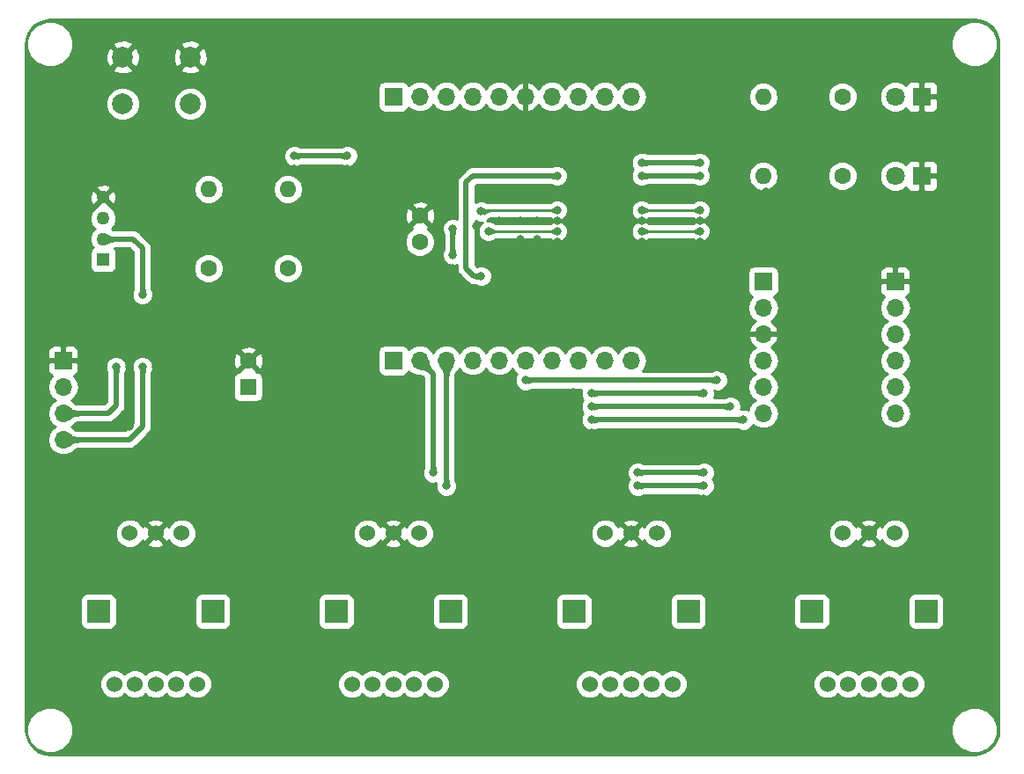
<source format=gbl>
G04 #@! TF.GenerationSoftware,KiCad,Pcbnew,(5.0.2)-1*
G04 #@! TF.CreationDate,2022-01-15T23:06:10+09:00*
G04 #@! TF.ProjectId,Valve,56616c76-652e-46b6-9963-61645f706362,rev?*
G04 #@! TF.SameCoordinates,Original*
G04 #@! TF.FileFunction,Copper,L2,Bot*
G04 #@! TF.FilePolarity,Positive*
%FSLAX46Y46*%
G04 Gerber Fmt 4.6, Leading zero omitted, Abs format (unit mm)*
G04 Created by KiCad (PCBNEW (5.0.2)-1) date 2022/01/15 23:06:10*
%MOMM*%
%LPD*%
G01*
G04 APERTURE LIST*
G04 #@! TA.AperFunction,ComponentPad*
%ADD10C,1.600000*%
G04 #@! TD*
G04 #@! TA.AperFunction,ComponentPad*
%ADD11R,1.270000X1.270000*%
G04 #@! TD*
G04 #@! TA.AperFunction,ComponentPad*
%ADD12C,1.270000*%
G04 #@! TD*
G04 #@! TA.AperFunction,ComponentPad*
%ADD13R,2.200000X2.200000*%
G04 #@! TD*
G04 #@! TA.AperFunction,ComponentPad*
%ADD14C,1.524000*%
G04 #@! TD*
G04 #@! TA.AperFunction,ComponentPad*
%ADD15C,2.000000*%
G04 #@! TD*
G04 #@! TA.AperFunction,ComponentPad*
%ADD16R,1.700000X1.700000*%
G04 #@! TD*
G04 #@! TA.AperFunction,ComponentPad*
%ADD17O,1.700000X1.700000*%
G04 #@! TD*
G04 #@! TA.AperFunction,ComponentPad*
%ADD18R,1.800000X1.800000*%
G04 #@! TD*
G04 #@! TA.AperFunction,ComponentPad*
%ADD19C,1.800000*%
G04 #@! TD*
G04 #@! TA.AperFunction,ComponentPad*
%ADD20O,1.600000X1.600000*%
G04 #@! TD*
G04 #@! TA.AperFunction,ComponentPad*
%ADD21R,1.600000X1.600000*%
G04 #@! TD*
G04 #@! TA.AperFunction,ViaPad*
%ADD22C,0.800000*%
G04 #@! TD*
G04 #@! TA.AperFunction,Conductor*
%ADD23C,0.500000*%
G04 #@! TD*
G04 #@! TA.AperFunction,Conductor*
%ADD24C,0.250000*%
G04 #@! TD*
G04 #@! TA.AperFunction,Conductor*
%ADD25C,0.254000*%
G04 #@! TD*
G04 #@! TA.AperFunction,Conductor*
%ADD26C,0.025400*%
G04 #@! TD*
G04 APERTURE END LIST*
D10*
G04 #@! TO.P,C1,1*
G04 #@! TO.N,VDD*
X111760000Y-69850000D03*
G04 #@! TO.P,C1,2*
G04 #@! TO.N,GND*
X111760000Y-67350000D03*
G04 #@! TD*
D11*
G04 #@! TO.P,CN1,1*
G04 #@! TO.N,SCL*
X81305120Y-71579740D03*
D12*
G04 #@! TO.P,CN1,2*
G04 #@! TO.N,SDA*
X81305000Y-69578220D03*
G04 #@! TO.P,CN1,3*
G04 #@! TO.N,VDD*
X81305000Y-67581780D03*
G04 #@! TO.P,CN1,4*
G04 #@! TO.N,GND*
X81305000Y-65580260D03*
G04 #@! TD*
D13*
G04 #@! TO.P,RE1,*
G04 #@! TO.N,*
X91860000Y-105410000D03*
D14*
G04 #@! TO.P,RE1,1*
G04 #@! TO.N,Net-(RE1-Pad1)*
X90360000Y-112410000D03*
G04 #@! TO.P,RE1,2*
G04 #@! TO.N,Net-(RE1-Pad2)*
X88360000Y-112410000D03*
G04 #@! TO.P,RE1,3*
G04 #@! TO.N,Net-(RE1-Pad3)*
X86360000Y-112410000D03*
G04 #@! TO.P,RE1,4*
G04 #@! TO.N,Net-(RE1-Pad4)*
X84360000Y-112410000D03*
G04 #@! TO.P,RE1,5*
G04 #@! TO.N,Net-(RE1-Pad5)*
X82360000Y-112410000D03*
G04 #@! TO.P,RE1,7*
G04 #@! TO.N,GND*
X86360000Y-97910000D03*
G04 #@! TO.P,RE1,8*
G04 #@! TO.N,/PA3*
X88860000Y-97910000D03*
G04 #@! TO.P,RE1,6*
G04 #@! TO.N,/PA4*
X83860000Y-97910000D03*
D13*
G04 #@! TO.P,RE1,*
G04 #@! TO.N,*
X80860000Y-105410000D03*
G04 #@! TD*
G04 #@! TO.P,RE2,*
G04 #@! TO.N,*
X103720000Y-105410000D03*
D14*
G04 #@! TO.P,RE2,6*
G04 #@! TO.N,/PA6*
X106720000Y-97910000D03*
G04 #@! TO.P,RE2,8*
G04 #@! TO.N,/PA5*
X111720000Y-97910000D03*
G04 #@! TO.P,RE2,7*
G04 #@! TO.N,GND*
X109220000Y-97910000D03*
G04 #@! TO.P,RE2,5*
G04 #@! TO.N,Net-(RE2-Pad5)*
X105220000Y-112410000D03*
G04 #@! TO.P,RE2,4*
G04 #@! TO.N,Net-(RE2-Pad4)*
X107220000Y-112410000D03*
G04 #@! TO.P,RE2,3*
G04 #@! TO.N,Net-(RE2-Pad3)*
X109220000Y-112410000D03*
G04 #@! TO.P,RE2,2*
G04 #@! TO.N,Net-(RE2-Pad2)*
X111220000Y-112410000D03*
G04 #@! TO.P,RE2,1*
G04 #@! TO.N,Net-(RE2-Pad1)*
X113220000Y-112410000D03*
D13*
G04 #@! TO.P,RE2,*
G04 #@! TO.N,*
X114720000Y-105410000D03*
G04 #@! TD*
G04 #@! TO.P,RE3,*
G04 #@! TO.N,*
X137580000Y-105410000D03*
D14*
G04 #@! TO.P,RE3,1*
G04 #@! TO.N,Net-(RE3-Pad1)*
X136080000Y-112410000D03*
G04 #@! TO.P,RE3,2*
G04 #@! TO.N,Net-(RE3-Pad2)*
X134080000Y-112410000D03*
G04 #@! TO.P,RE3,3*
G04 #@! TO.N,Net-(RE3-Pad3)*
X132080000Y-112410000D03*
G04 #@! TO.P,RE3,4*
G04 #@! TO.N,Net-(RE3-Pad4)*
X130080000Y-112410000D03*
G04 #@! TO.P,RE3,5*
G04 #@! TO.N,Net-(RE3-Pad5)*
X128080000Y-112410000D03*
G04 #@! TO.P,RE3,7*
G04 #@! TO.N,GND*
X132080000Y-97910000D03*
G04 #@! TO.P,RE3,8*
G04 #@! TO.N,/PA7*
X134580000Y-97910000D03*
G04 #@! TO.P,RE3,6*
G04 #@! TO.N,/PB1*
X129580000Y-97910000D03*
D13*
G04 #@! TO.P,RE3,*
G04 #@! TO.N,*
X126580000Y-105410000D03*
G04 #@! TD*
G04 #@! TO.P,RE4,*
G04 #@! TO.N,*
X149440000Y-105410000D03*
D14*
G04 #@! TO.P,RE4,6*
G04 #@! TO.N,/PC15*
X152440000Y-97910000D03*
G04 #@! TO.P,RE4,8*
G04 #@! TO.N,/PC14*
X157440000Y-97910000D03*
G04 #@! TO.P,RE4,7*
G04 #@! TO.N,GND*
X154940000Y-97910000D03*
G04 #@! TO.P,RE4,5*
G04 #@! TO.N,Net-(RE4-Pad5)*
X150940000Y-112410000D03*
G04 #@! TO.P,RE4,4*
G04 #@! TO.N,Net-(RE4-Pad4)*
X152940000Y-112410000D03*
G04 #@! TO.P,RE4,3*
G04 #@! TO.N,Net-(RE4-Pad3)*
X154940000Y-112410000D03*
G04 #@! TO.P,RE4,2*
G04 #@! TO.N,Net-(RE4-Pad2)*
X156940000Y-112410000D03*
G04 #@! TO.P,RE4,1*
G04 #@! TO.N,Net-(RE4-Pad1)*
X158940000Y-112410000D03*
D13*
G04 #@! TO.P,RE4,*
G04 #@! TO.N,*
X160440000Y-105410000D03*
G04 #@! TD*
D15*
G04 #@! TO.P,SW1,2*
G04 #@! TO.N,NRST*
X83185000Y-56570000D03*
G04 #@! TO.P,SW1,1*
G04 #@! TO.N,GND*
X83185000Y-52070000D03*
G04 #@! TO.P,SW1,2*
G04 #@! TO.N,NRST*
X89685000Y-56570000D03*
G04 #@! TO.P,SW1,1*
G04 #@! TO.N,GND*
X89685000Y-52070000D03*
G04 #@! TD*
D16*
G04 #@! TO.P,TP1,1*
G04 #@! TO.N,/PB9*
X109220000Y-81280000D03*
D17*
G04 #@! TO.P,TP1,2*
G04 #@! TO.N,/PC14*
X111760000Y-81280000D03*
G04 #@! TO.P,TP1,3*
G04 #@! TO.N,/PC15*
X114300000Y-81280000D03*
G04 #@! TO.P,TP1,4*
G04 #@! TO.N,NRST*
X116840000Y-81280000D03*
G04 #@! TO.P,TP1,5*
G04 #@! TO.N,VDD*
X119380000Y-81280000D03*
G04 #@! TO.P,TP1,6*
G04 #@! TO.N,TXD*
X121920000Y-81280000D03*
G04 #@! TO.P,TP1,7*
G04 #@! TO.N,/PA1*
X124460000Y-81280000D03*
G04 #@! TO.P,TP1,8*
G04 #@! TO.N,RXD*
X127000000Y-81280000D03*
G04 #@! TO.P,TP1,9*
G04 #@! TO.N,/PA3*
X129540000Y-81280000D03*
G04 #@! TO.P,TP1,10*
G04 #@! TO.N,/PA4*
X132080000Y-81280000D03*
G04 #@! TD*
D16*
G04 #@! TO.P,TP2,1*
G04 #@! TO.N,SWCLK*
X109220000Y-55880000D03*
D17*
G04 #@! TO.P,TP2,2*
G04 #@! TO.N,SWDIO*
X111760000Y-55880000D03*
G04 #@! TO.P,TP2,3*
G04 #@! TO.N,SDA*
X114300000Y-55880000D03*
G04 #@! TO.P,TP2,4*
G04 #@! TO.N,SCL*
X116840000Y-55880000D03*
G04 #@! TO.P,TP2,5*
G04 #@! TO.N,VDD*
X119380000Y-55880000D03*
G04 #@! TO.P,TP2,6*
G04 #@! TO.N,GND*
X121920000Y-55880000D03*
G04 #@! TO.P,TP2,7*
G04 #@! TO.N,/PB1*
X124460000Y-55880000D03*
G04 #@! TO.P,TP2,8*
G04 #@! TO.N,/PA7*
X127000000Y-55880000D03*
G04 #@! TO.P,TP2,9*
G04 #@! TO.N,/PA6*
X129540000Y-55880000D03*
G04 #@! TO.P,TP2,10*
G04 #@! TO.N,/PA5*
X132080000Y-55880000D03*
G04 #@! TD*
D18*
G04 #@! TO.P,LED1,1*
G04 #@! TO.N,GND*
X160020000Y-55880000D03*
D19*
G04 #@! TO.P,LED1,2*
G04 #@! TO.N,Net-(LED1-Pad2)*
X157480000Y-55880000D03*
G04 #@! TD*
G04 #@! TO.P,LED2,2*
G04 #@! TO.N,Net-(LED2-Pad2)*
X157480000Y-63500000D03*
D18*
G04 #@! TO.P,LED2,1*
G04 #@! TO.N,GND*
X160020000Y-63500000D03*
G04 #@! TD*
D20*
G04 #@! TO.P,R1,2*
G04 #@! TO.N,/PA1*
X144780000Y-55880000D03*
D10*
G04 #@! TO.P,R1,1*
G04 #@! TO.N,Net-(LED1-Pad2)*
X152400000Y-55880000D03*
G04 #@! TD*
G04 #@! TO.P,R2,1*
G04 #@! TO.N,Net-(LED2-Pad2)*
X152400000Y-63500000D03*
D20*
G04 #@! TO.P,R2,2*
G04 #@! TO.N,/PB9*
X144780000Y-63500000D03*
G04 #@! TD*
D16*
G04 #@! TO.P,CN4,1*
G04 #@! TO.N,GND*
X157480000Y-73660000D03*
D17*
G04 #@! TO.P,CN4,2*
G04 #@! TO.N,Net-(CN4-Pad2)*
X157480000Y-76200000D03*
G04 #@! TO.P,CN4,3*
G04 #@! TO.N,Net-(CN4-Pad3)*
X157480000Y-78740000D03*
G04 #@! TO.P,CN4,4*
G04 #@! TO.N,TXD*
X157480000Y-81280000D03*
G04 #@! TO.P,CN4,5*
G04 #@! TO.N,RXD*
X157480000Y-83820000D03*
G04 #@! TO.P,CN4,6*
G04 #@! TO.N,Net-(CN4-Pad6)*
X157480000Y-86360000D03*
G04 #@! TD*
D20*
G04 #@! TO.P,R3,2*
G04 #@! TO.N,VDD*
X91440000Y-64770000D03*
D10*
G04 #@! TO.P,R3,1*
G04 #@! TO.N,SCL*
X91440000Y-72390000D03*
G04 #@! TD*
G04 #@! TO.P,R4,1*
G04 #@! TO.N,SDA*
X99060000Y-72390000D03*
D20*
G04 #@! TO.P,R4,2*
G04 #@! TO.N,VDD*
X99060000Y-64770000D03*
G04 #@! TD*
D17*
G04 #@! TO.P,CN2,4*
G04 #@! TO.N,SDA*
X77470000Y-88900000D03*
G04 #@! TO.P,CN2,3*
G04 #@! TO.N,SCL*
X77470000Y-86360000D03*
G04 #@! TO.P,CN2,2*
G04 #@! TO.N,VDD*
X77470000Y-83820000D03*
D16*
G04 #@! TO.P,CN2,1*
G04 #@! TO.N,GND*
X77470000Y-81280000D03*
G04 #@! TD*
G04 #@! TO.P,CN3,1*
G04 #@! TO.N,VDD*
X144780000Y-73660000D03*
D17*
G04 #@! TO.P,CN3,2*
G04 #@! TO.N,SWCLK*
X144780000Y-76200000D03*
G04 #@! TO.P,CN3,3*
G04 #@! TO.N,GND*
X144780000Y-78740000D03*
G04 #@! TO.P,CN3,4*
G04 #@! TO.N,SWDIO*
X144780000Y-81280000D03*
G04 #@! TO.P,CN3,5*
G04 #@! TO.N,NRST*
X144780000Y-83820000D03*
G04 #@! TO.P,CN3,6*
G04 #@! TO.N,Net-(CN3-Pad6)*
X144780000Y-86360000D03*
G04 #@! TD*
D21*
G04 #@! TO.P,C2,1*
G04 #@! TO.N,VDD*
X95250000Y-83820000D03*
D10*
G04 #@! TO.P,C2,2*
G04 #@! TO.N,GND*
X95250000Y-81320000D03*
G04 #@! TD*
D22*
G04 #@! TO.N,VDD*
X128270000Y-85725000D03*
X141605000Y-85725000D03*
G04 #@! TO.N,GND*
X127000000Y-67818000D03*
X129032000Y-67818000D03*
X131064000Y-67818000D03*
X133096000Y-67818000D03*
X127000000Y-69850000D03*
X138684000Y-82042000D03*
X140716000Y-82042000D03*
X142748000Y-82042000D03*
X142748000Y-80010000D03*
X140716000Y-80010000D03*
X138684000Y-80010000D03*
X138684000Y-75946000D03*
X138684000Y-77978000D03*
X138684000Y-71882000D03*
X138684000Y-69850000D03*
X138684000Y-67818000D03*
X138684000Y-73914000D03*
X140716000Y-77978000D03*
X142748000Y-77978000D03*
X140716000Y-75946000D03*
X140716000Y-73914000D03*
X140716000Y-71882000D03*
X140716000Y-69850000D03*
X142748000Y-69850000D03*
X142748000Y-71882000D03*
X142748000Y-73914000D03*
X138684000Y-65024000D03*
X140462000Y-65024000D03*
X142748000Y-68072000D03*
X142748000Y-65024000D03*
X131064000Y-65024000D03*
X129032000Y-65024000D03*
X133096000Y-65024000D03*
X129032000Y-69850000D03*
X131064000Y-69850000D03*
X133096000Y-69850000D03*
X127000000Y-65024000D03*
X124968000Y-65024000D03*
X117221000Y-68326000D03*
X125730000Y-72390000D03*
X132080000Y-72390000D03*
X132080000Y-79248000D03*
X125730000Y-77470000D03*
X124968000Y-67818000D03*
X121412000Y-67818000D03*
X119380000Y-67818000D03*
X123063000Y-67818000D03*
X140716000Y-67818000D03*
X128905000Y-72390000D03*
X132080000Y-77470000D03*
X128905000Y-77470000D03*
X132080000Y-74930000D03*
X128905000Y-74930000D03*
X125730000Y-74930000D03*
X125222000Y-59944000D03*
X132588000Y-57912000D03*
X129032000Y-59944000D03*
X145034000Y-68072000D03*
X145034000Y-65024000D03*
X145034000Y-71882000D03*
X132588000Y-59944000D03*
X124968000Y-69850000D03*
X132715000Y-88265000D03*
X120904000Y-84328000D03*
X126492000Y-84328000D03*
X121412000Y-69596000D03*
X123063000Y-69596000D03*
X132715000Y-90805000D03*
X128270000Y-88265000D03*
X120904000Y-88265000D03*
X139065000Y-94615000D03*
X152400000Y-95250000D03*
X102235000Y-70485000D03*
X102235000Y-62865000D03*
X93980000Y-73660000D03*
X86360000Y-73660000D03*
X83820000Y-87630000D03*
X78740000Y-87630000D03*
X78740000Y-85090000D03*
X93980000Y-71120000D03*
X99695000Y-67945000D03*
X99695000Y-62865000D03*
X99695000Y-52705000D03*
X102235000Y-50165000D03*
X114935000Y-50165000D03*
X117475000Y-52705000D03*
X83820000Y-73660000D03*
X83820000Y-81915000D03*
X81280000Y-81915000D03*
X81280000Y-73660000D03*
X81280000Y-85090000D03*
X83820000Y-85090000D03*
X81280000Y-87630000D03*
X102235000Y-73660000D03*
X104775000Y-62865000D03*
X104775000Y-55245000D03*
X86360000Y-76200000D03*
X86360000Y-81915000D03*
X86360000Y-85090000D03*
X78740000Y-90170000D03*
X83820000Y-90170000D03*
X81280000Y-90170000D03*
X86360000Y-90170000D03*
X86360000Y-87630000D03*
X93980000Y-76200000D03*
X81280000Y-76200000D03*
X81280000Y-79375000D03*
X83820000Y-79375000D03*
X83820000Y-76200000D03*
X86360000Y-79375000D03*
X88900000Y-76200000D03*
X91440000Y-76200000D03*
X88900000Y-73660000D03*
X96520000Y-76200000D03*
X99695000Y-76200000D03*
X96520000Y-73660000D03*
X100330000Y-71120000D03*
X104775000Y-70485000D03*
X104775000Y-67945000D03*
X104775000Y-65405000D03*
X102235000Y-65405000D03*
X102235000Y-67945000D03*
X104775000Y-60325000D03*
X102235000Y-60325000D03*
X99695000Y-60325000D03*
X99695000Y-57785000D03*
X102235000Y-57785000D03*
X104775000Y-57785000D03*
X102235000Y-55245000D03*
X99695000Y-55245000D03*
X99695000Y-50165000D03*
X104775000Y-52705000D03*
X107315000Y-52705000D03*
X109855000Y-52705000D03*
X112395000Y-52705000D03*
X104775000Y-50165000D03*
X107315000Y-50165000D03*
X109855000Y-50165000D03*
X112395000Y-50165000D03*
X117475000Y-50165000D03*
X107315000Y-55245000D03*
X99695000Y-74295000D03*
X88900000Y-71120000D03*
X86360000Y-71120000D03*
X83820000Y-71120000D03*
X95885000Y-69215000D03*
X113030000Y-59690000D03*
X82550000Y-116840000D03*
X87630000Y-116840000D03*
X92710000Y-116840000D03*
X97790000Y-116840000D03*
X102870000Y-116840000D03*
X107950000Y-116840000D03*
X97790000Y-111760000D03*
X97790000Y-106680000D03*
X97790000Y-101600000D03*
X123190000Y-116840000D03*
X113030000Y-116840000D03*
X118110000Y-116840000D03*
X138430000Y-116840000D03*
X133350000Y-116840000D03*
X128270000Y-116840000D03*
X153670000Y-116840000D03*
X158750000Y-116840000D03*
X148590000Y-116840000D03*
X143510000Y-116840000D03*
X165100000Y-111760000D03*
X165100000Y-71120000D03*
X165100000Y-60960000D03*
X165100000Y-76200000D03*
X165100000Y-55880000D03*
X165100000Y-66040000D03*
X165100000Y-81280000D03*
X165100000Y-101600000D03*
X165100000Y-91440000D03*
X165100000Y-86360000D03*
X165100000Y-96520000D03*
X165100000Y-106680000D03*
X76200000Y-96520000D03*
X76200000Y-71120000D03*
X76200000Y-111760000D03*
X76200000Y-91440000D03*
X76200000Y-76200000D03*
X76200000Y-101600000D03*
X76200000Y-55880000D03*
X76200000Y-106680000D03*
X76200000Y-60960000D03*
X76200000Y-66040000D03*
X123190000Y-50800000D03*
X138430000Y-50800000D03*
X92710000Y-50800000D03*
X153670000Y-50800000D03*
X148590000Y-50800000D03*
X143510000Y-50800000D03*
X158750000Y-50800000D03*
X97790000Y-50800000D03*
X97790000Y-96520000D03*
X143510000Y-111760000D03*
X143510000Y-101600000D03*
X143510000Y-106680000D03*
X120650000Y-111760000D03*
X120650000Y-101600000D03*
X120650000Y-106680000D03*
X92710000Y-55880000D03*
X143510000Y-96520000D03*
X157480000Y-95250000D03*
X108585000Y-72390000D03*
X108585000Y-77470000D03*
X114935000Y-77470000D03*
X108585000Y-74930000D03*
X102870000Y-81280000D03*
X102870000Y-86360000D03*
X95250000Y-86360000D03*
X110490000Y-86360000D03*
X81280000Y-60960000D03*
X86360000Y-60960000D03*
X96520000Y-55880000D03*
X96520000Y-59690000D03*
X92710000Y-59690000D03*
X86360000Y-66040000D03*
X93980000Y-67310000D03*
X113030000Y-64135000D03*
X110490000Y-92710000D03*
X102870000Y-92710000D03*
X95250000Y-92710000D03*
X148590000Y-87630000D03*
X152400000Y-87630000D03*
X152400000Y-87630000D03*
X148590000Y-81280000D03*
X153670000Y-81280000D03*
X148590000Y-74930000D03*
X153670000Y-74930000D03*
X153670000Y-68580000D03*
X148590000Y-68580000D03*
X158750000Y-68580000D03*
X158750000Y-59690000D03*
X153670000Y-59690000D03*
X148590000Y-59690000D03*
X143510000Y-59690000D03*
X157480000Y-88900000D03*
X114300000Y-97790000D03*
X120650000Y-97790000D03*
X127000000Y-97790000D03*
X128270000Y-49530000D03*
X133350000Y-49530000D03*
X114935000Y-72390000D03*
X114935000Y-74930000D03*
X111760000Y-72390000D03*
X111760000Y-74930000D03*
X111760000Y-77470000D03*
X108585000Y-59690000D03*
X108585000Y-64135000D03*
X116205000Y-61595000D03*
X147955000Y-95250000D03*
G04 #@! TO.N,NRST*
X128270000Y-86995000D03*
X142875000Y-86995000D03*
X114935000Y-68580000D03*
X104775000Y-61595000D03*
X99695000Y-61595000D03*
X114935000Y-71120000D03*
G04 #@! TO.N,SWCLK*
X138684000Y-66802000D03*
X117650000Y-66929000D03*
X133096000Y-66802000D03*
X124968000Y-66802000D03*
G04 #@! TO.N,SWDIO*
X138684000Y-68834000D03*
X124968000Y-68834000D03*
X133096000Y-68834000D03*
X118364000Y-68834000D03*
G04 #@! TO.N,SCL*
X82550000Y-81915000D03*
G04 #@! TO.N,SDA*
X85090000Y-74930000D03*
X85090000Y-81915000D03*
G04 #@! TO.N,RXD*
X139065000Y-84455000D03*
X128270000Y-84455000D03*
G04 #@! TO.N,TXD*
X121920000Y-83185000D03*
X140335000Y-83185000D03*
G04 #@! TO.N,/PA1*
X138684000Y-62230000D03*
X133096000Y-62230000D03*
G04 #@! TO.N,/PB9*
X117650000Y-73152000D03*
X138684000Y-63500000D03*
X133096000Y-63500000D03*
X124968000Y-63500000D03*
G04 #@! TO.N,/PC14*
X139065000Y-92075000D03*
X132715000Y-92075000D03*
X113030000Y-92075000D03*
G04 #@! TO.N,/PC15*
X139065000Y-93345000D03*
X132715000Y-93345000D03*
X114300000Y-93345000D03*
G04 #@! TD*
D23*
G04 #@! TO.N,VDD*
X128270000Y-85725000D02*
X139700000Y-85725000D01*
X139700000Y-85725000D02*
X141605000Y-85725000D01*
G04 #@! TO.N,NRST*
X128270000Y-86995000D02*
X139700000Y-86995000D01*
X139700000Y-86995000D02*
X142875000Y-86995000D01*
X104775000Y-61595000D02*
X99695000Y-61595000D01*
X114935000Y-68580000D02*
X114935000Y-71120000D01*
D24*
G04 #@! TO.N,SWCLK*
X138684000Y-66802000D02*
X133096000Y-66802000D01*
X117729000Y-66929000D02*
X117650000Y-66929000D01*
X117856000Y-66802000D02*
X117729000Y-66929000D01*
X124968000Y-66802000D02*
X117856000Y-66802000D01*
G04 #@! TO.N,SWDIO*
X124968000Y-68834000D02*
X118364000Y-68834000D01*
X138684000Y-68834000D02*
X133096000Y-68834000D01*
D23*
X118364000Y-68834000D02*
X118364000Y-68834000D01*
G04 #@! TO.N,SCL*
X81788000Y-86360000D02*
X77470000Y-86360000D01*
X82550000Y-85598000D02*
X81788000Y-86360000D01*
X82550000Y-81915000D02*
X82550000Y-85598000D01*
G04 #@! TO.N,SDA*
X85090000Y-71755000D02*
X85090000Y-74930000D01*
X85090000Y-70485000D02*
X85090000Y-71755000D01*
X81305000Y-69578220D02*
X84183220Y-69578220D01*
X84183220Y-69578220D02*
X85090000Y-70485000D01*
X83820000Y-88900000D02*
X77470000Y-88900000D01*
X85090000Y-87630000D02*
X83820000Y-88900000D01*
X85090000Y-81915000D02*
X85090000Y-87630000D01*
G04 #@! TO.N,RXD*
X139065000Y-84455000D02*
X128270000Y-84455000D01*
G04 #@! TO.N,TXD*
X121920000Y-83185000D02*
X139065000Y-83185000D01*
X139065000Y-83185000D02*
X140335000Y-83185000D01*
G04 #@! TO.N,/PA1*
X133096000Y-62230000D02*
X138684000Y-62230000D01*
G04 #@! TO.N,/PB9*
X133096000Y-63500000D02*
X138684000Y-63500000D01*
X124968000Y-63500000D02*
X116840000Y-63500000D01*
X116840000Y-63500000D02*
X116205000Y-64135000D01*
X116205000Y-64135000D02*
X116205000Y-72390000D01*
X116205000Y-72390000D02*
X116967000Y-73152000D01*
X116967000Y-73152000D02*
X117650000Y-73152000D01*
G04 #@! TO.N,/PC14*
X136525000Y-92075000D02*
X139065000Y-92075000D01*
X132715000Y-92075000D02*
X136525000Y-92075000D01*
X113030000Y-82550000D02*
X111760000Y-81280000D01*
X113030000Y-92075000D02*
X113030000Y-82550000D01*
G04 #@! TO.N,/PC15*
X135890000Y-93345000D02*
X139065000Y-93345000D01*
X135890000Y-93345000D02*
X132715000Y-93345000D01*
X114300000Y-81280000D02*
X114300000Y-93345000D01*
G04 #@! TD*
D25*
G04 #@! TO.N,GND*
G36*
X165636751Y-48529388D02*
X166144705Y-48713766D01*
X166596624Y-49010057D01*
X166968258Y-49402364D01*
X167239675Y-49869641D01*
X167399134Y-50396132D01*
X167438001Y-50831630D01*
X167438000Y-116798752D01*
X167370612Y-117376751D01*
X167186234Y-117884705D01*
X166889941Y-118336625D01*
X166497636Y-118708259D01*
X166030354Y-118979677D01*
X165503867Y-119139134D01*
X165068381Y-119178000D01*
X76241248Y-119178000D01*
X75663249Y-119110612D01*
X75155295Y-118926234D01*
X74703375Y-118629941D01*
X74331741Y-118237636D01*
X74060323Y-117770354D01*
X73900866Y-117243867D01*
X73862000Y-116808381D01*
X73862000Y-116395431D01*
X73965000Y-116395431D01*
X73965000Y-117284569D01*
X74305259Y-118106026D01*
X74933974Y-118734741D01*
X75755431Y-119075000D01*
X76644569Y-119075000D01*
X77466026Y-118734741D01*
X78094741Y-118106026D01*
X78435000Y-117284569D01*
X78435000Y-116395431D01*
X162865000Y-116395431D01*
X162865000Y-117284569D01*
X163205259Y-118106026D01*
X163833974Y-118734741D01*
X164655431Y-119075000D01*
X165544569Y-119075000D01*
X166366026Y-118734741D01*
X166994741Y-118106026D01*
X167335000Y-117284569D01*
X167335000Y-116395431D01*
X166994741Y-115573974D01*
X166366026Y-114945259D01*
X165544569Y-114605000D01*
X164655431Y-114605000D01*
X163833974Y-114945259D01*
X163205259Y-115573974D01*
X162865000Y-116395431D01*
X78435000Y-116395431D01*
X78094741Y-115573974D01*
X77466026Y-114945259D01*
X76644569Y-114605000D01*
X75755431Y-114605000D01*
X74933974Y-114945259D01*
X74305259Y-115573974D01*
X73965000Y-116395431D01*
X73862000Y-116395431D01*
X73862000Y-112132119D01*
X80963000Y-112132119D01*
X80963000Y-112687881D01*
X81175680Y-113201337D01*
X81568663Y-113594320D01*
X82082119Y-113807000D01*
X82637881Y-113807000D01*
X83151337Y-113594320D01*
X83360000Y-113385657D01*
X83568663Y-113594320D01*
X84082119Y-113807000D01*
X84637881Y-113807000D01*
X85151337Y-113594320D01*
X85360000Y-113385657D01*
X85568663Y-113594320D01*
X86082119Y-113807000D01*
X86637881Y-113807000D01*
X87151337Y-113594320D01*
X87360000Y-113385657D01*
X87568663Y-113594320D01*
X88082119Y-113807000D01*
X88637881Y-113807000D01*
X89151337Y-113594320D01*
X89360000Y-113385657D01*
X89568663Y-113594320D01*
X90082119Y-113807000D01*
X90637881Y-113807000D01*
X91151337Y-113594320D01*
X91544320Y-113201337D01*
X91757000Y-112687881D01*
X91757000Y-112132119D01*
X103823000Y-112132119D01*
X103823000Y-112687881D01*
X104035680Y-113201337D01*
X104428663Y-113594320D01*
X104942119Y-113807000D01*
X105497881Y-113807000D01*
X106011337Y-113594320D01*
X106220000Y-113385657D01*
X106428663Y-113594320D01*
X106942119Y-113807000D01*
X107497881Y-113807000D01*
X108011337Y-113594320D01*
X108220000Y-113385657D01*
X108428663Y-113594320D01*
X108942119Y-113807000D01*
X109497881Y-113807000D01*
X110011337Y-113594320D01*
X110220000Y-113385657D01*
X110428663Y-113594320D01*
X110942119Y-113807000D01*
X111497881Y-113807000D01*
X112011337Y-113594320D01*
X112220000Y-113385657D01*
X112428663Y-113594320D01*
X112942119Y-113807000D01*
X113497881Y-113807000D01*
X114011337Y-113594320D01*
X114404320Y-113201337D01*
X114617000Y-112687881D01*
X114617000Y-112132119D01*
X126683000Y-112132119D01*
X126683000Y-112687881D01*
X126895680Y-113201337D01*
X127288663Y-113594320D01*
X127802119Y-113807000D01*
X128357881Y-113807000D01*
X128871337Y-113594320D01*
X129080000Y-113385657D01*
X129288663Y-113594320D01*
X129802119Y-113807000D01*
X130357881Y-113807000D01*
X130871337Y-113594320D01*
X131080000Y-113385657D01*
X131288663Y-113594320D01*
X131802119Y-113807000D01*
X132357881Y-113807000D01*
X132871337Y-113594320D01*
X133080000Y-113385657D01*
X133288663Y-113594320D01*
X133802119Y-113807000D01*
X134357881Y-113807000D01*
X134871337Y-113594320D01*
X135080000Y-113385657D01*
X135288663Y-113594320D01*
X135802119Y-113807000D01*
X136357881Y-113807000D01*
X136871337Y-113594320D01*
X137264320Y-113201337D01*
X137477000Y-112687881D01*
X137477000Y-112132119D01*
X149543000Y-112132119D01*
X149543000Y-112687881D01*
X149755680Y-113201337D01*
X150148663Y-113594320D01*
X150662119Y-113807000D01*
X151217881Y-113807000D01*
X151731337Y-113594320D01*
X151940000Y-113385657D01*
X152148663Y-113594320D01*
X152662119Y-113807000D01*
X153217881Y-113807000D01*
X153731337Y-113594320D01*
X153940000Y-113385657D01*
X154148663Y-113594320D01*
X154662119Y-113807000D01*
X155217881Y-113807000D01*
X155731337Y-113594320D01*
X155940000Y-113385657D01*
X156148663Y-113594320D01*
X156662119Y-113807000D01*
X157217881Y-113807000D01*
X157731337Y-113594320D01*
X157940000Y-113385657D01*
X158148663Y-113594320D01*
X158662119Y-113807000D01*
X159217881Y-113807000D01*
X159731337Y-113594320D01*
X160124320Y-113201337D01*
X160337000Y-112687881D01*
X160337000Y-112132119D01*
X160124320Y-111618663D01*
X159731337Y-111225680D01*
X159217881Y-111013000D01*
X158662119Y-111013000D01*
X158148663Y-111225680D01*
X157940000Y-111434343D01*
X157731337Y-111225680D01*
X157217881Y-111013000D01*
X156662119Y-111013000D01*
X156148663Y-111225680D01*
X155940000Y-111434343D01*
X155731337Y-111225680D01*
X155217881Y-111013000D01*
X154662119Y-111013000D01*
X154148663Y-111225680D01*
X153940000Y-111434343D01*
X153731337Y-111225680D01*
X153217881Y-111013000D01*
X152662119Y-111013000D01*
X152148663Y-111225680D01*
X151940000Y-111434343D01*
X151731337Y-111225680D01*
X151217881Y-111013000D01*
X150662119Y-111013000D01*
X150148663Y-111225680D01*
X149755680Y-111618663D01*
X149543000Y-112132119D01*
X137477000Y-112132119D01*
X137264320Y-111618663D01*
X136871337Y-111225680D01*
X136357881Y-111013000D01*
X135802119Y-111013000D01*
X135288663Y-111225680D01*
X135080000Y-111434343D01*
X134871337Y-111225680D01*
X134357881Y-111013000D01*
X133802119Y-111013000D01*
X133288663Y-111225680D01*
X133080000Y-111434343D01*
X132871337Y-111225680D01*
X132357881Y-111013000D01*
X131802119Y-111013000D01*
X131288663Y-111225680D01*
X131080000Y-111434343D01*
X130871337Y-111225680D01*
X130357881Y-111013000D01*
X129802119Y-111013000D01*
X129288663Y-111225680D01*
X129080000Y-111434343D01*
X128871337Y-111225680D01*
X128357881Y-111013000D01*
X127802119Y-111013000D01*
X127288663Y-111225680D01*
X126895680Y-111618663D01*
X126683000Y-112132119D01*
X114617000Y-112132119D01*
X114404320Y-111618663D01*
X114011337Y-111225680D01*
X113497881Y-111013000D01*
X112942119Y-111013000D01*
X112428663Y-111225680D01*
X112220000Y-111434343D01*
X112011337Y-111225680D01*
X111497881Y-111013000D01*
X110942119Y-111013000D01*
X110428663Y-111225680D01*
X110220000Y-111434343D01*
X110011337Y-111225680D01*
X109497881Y-111013000D01*
X108942119Y-111013000D01*
X108428663Y-111225680D01*
X108220000Y-111434343D01*
X108011337Y-111225680D01*
X107497881Y-111013000D01*
X106942119Y-111013000D01*
X106428663Y-111225680D01*
X106220000Y-111434343D01*
X106011337Y-111225680D01*
X105497881Y-111013000D01*
X104942119Y-111013000D01*
X104428663Y-111225680D01*
X104035680Y-111618663D01*
X103823000Y-112132119D01*
X91757000Y-112132119D01*
X91544320Y-111618663D01*
X91151337Y-111225680D01*
X90637881Y-111013000D01*
X90082119Y-111013000D01*
X89568663Y-111225680D01*
X89360000Y-111434343D01*
X89151337Y-111225680D01*
X88637881Y-111013000D01*
X88082119Y-111013000D01*
X87568663Y-111225680D01*
X87360000Y-111434343D01*
X87151337Y-111225680D01*
X86637881Y-111013000D01*
X86082119Y-111013000D01*
X85568663Y-111225680D01*
X85360000Y-111434343D01*
X85151337Y-111225680D01*
X84637881Y-111013000D01*
X84082119Y-111013000D01*
X83568663Y-111225680D01*
X83360000Y-111434343D01*
X83151337Y-111225680D01*
X82637881Y-111013000D01*
X82082119Y-111013000D01*
X81568663Y-111225680D01*
X81175680Y-111618663D01*
X80963000Y-112132119D01*
X73862000Y-112132119D01*
X73862000Y-104310000D01*
X79112560Y-104310000D01*
X79112560Y-106510000D01*
X79161843Y-106757765D01*
X79302191Y-106967809D01*
X79512235Y-107108157D01*
X79760000Y-107157440D01*
X81960000Y-107157440D01*
X82207765Y-107108157D01*
X82417809Y-106967809D01*
X82558157Y-106757765D01*
X82607440Y-106510000D01*
X82607440Y-104310000D01*
X90112560Y-104310000D01*
X90112560Y-106510000D01*
X90161843Y-106757765D01*
X90302191Y-106967809D01*
X90512235Y-107108157D01*
X90760000Y-107157440D01*
X92960000Y-107157440D01*
X93207765Y-107108157D01*
X93417809Y-106967809D01*
X93558157Y-106757765D01*
X93607440Y-106510000D01*
X93607440Y-104310000D01*
X101972560Y-104310000D01*
X101972560Y-106510000D01*
X102021843Y-106757765D01*
X102162191Y-106967809D01*
X102372235Y-107108157D01*
X102620000Y-107157440D01*
X104820000Y-107157440D01*
X105067765Y-107108157D01*
X105277809Y-106967809D01*
X105418157Y-106757765D01*
X105467440Y-106510000D01*
X105467440Y-104310000D01*
X112972560Y-104310000D01*
X112972560Y-106510000D01*
X113021843Y-106757765D01*
X113162191Y-106967809D01*
X113372235Y-107108157D01*
X113620000Y-107157440D01*
X115820000Y-107157440D01*
X116067765Y-107108157D01*
X116277809Y-106967809D01*
X116418157Y-106757765D01*
X116467440Y-106510000D01*
X116467440Y-104310000D01*
X124832560Y-104310000D01*
X124832560Y-106510000D01*
X124881843Y-106757765D01*
X125022191Y-106967809D01*
X125232235Y-107108157D01*
X125480000Y-107157440D01*
X127680000Y-107157440D01*
X127927765Y-107108157D01*
X128137809Y-106967809D01*
X128278157Y-106757765D01*
X128327440Y-106510000D01*
X128327440Y-104310000D01*
X135832560Y-104310000D01*
X135832560Y-106510000D01*
X135881843Y-106757765D01*
X136022191Y-106967809D01*
X136232235Y-107108157D01*
X136480000Y-107157440D01*
X138680000Y-107157440D01*
X138927765Y-107108157D01*
X139137809Y-106967809D01*
X139278157Y-106757765D01*
X139327440Y-106510000D01*
X139327440Y-104310000D01*
X147692560Y-104310000D01*
X147692560Y-106510000D01*
X147741843Y-106757765D01*
X147882191Y-106967809D01*
X148092235Y-107108157D01*
X148340000Y-107157440D01*
X150540000Y-107157440D01*
X150787765Y-107108157D01*
X150997809Y-106967809D01*
X151138157Y-106757765D01*
X151187440Y-106510000D01*
X151187440Y-104310000D01*
X158692560Y-104310000D01*
X158692560Y-106510000D01*
X158741843Y-106757765D01*
X158882191Y-106967809D01*
X159092235Y-107108157D01*
X159340000Y-107157440D01*
X161540000Y-107157440D01*
X161787765Y-107108157D01*
X161997809Y-106967809D01*
X162138157Y-106757765D01*
X162187440Y-106510000D01*
X162187440Y-104310000D01*
X162138157Y-104062235D01*
X161997809Y-103852191D01*
X161787765Y-103711843D01*
X161540000Y-103662560D01*
X159340000Y-103662560D01*
X159092235Y-103711843D01*
X158882191Y-103852191D01*
X158741843Y-104062235D01*
X158692560Y-104310000D01*
X151187440Y-104310000D01*
X151138157Y-104062235D01*
X150997809Y-103852191D01*
X150787765Y-103711843D01*
X150540000Y-103662560D01*
X148340000Y-103662560D01*
X148092235Y-103711843D01*
X147882191Y-103852191D01*
X147741843Y-104062235D01*
X147692560Y-104310000D01*
X139327440Y-104310000D01*
X139278157Y-104062235D01*
X139137809Y-103852191D01*
X138927765Y-103711843D01*
X138680000Y-103662560D01*
X136480000Y-103662560D01*
X136232235Y-103711843D01*
X136022191Y-103852191D01*
X135881843Y-104062235D01*
X135832560Y-104310000D01*
X128327440Y-104310000D01*
X128278157Y-104062235D01*
X128137809Y-103852191D01*
X127927765Y-103711843D01*
X127680000Y-103662560D01*
X125480000Y-103662560D01*
X125232235Y-103711843D01*
X125022191Y-103852191D01*
X124881843Y-104062235D01*
X124832560Y-104310000D01*
X116467440Y-104310000D01*
X116418157Y-104062235D01*
X116277809Y-103852191D01*
X116067765Y-103711843D01*
X115820000Y-103662560D01*
X113620000Y-103662560D01*
X113372235Y-103711843D01*
X113162191Y-103852191D01*
X113021843Y-104062235D01*
X112972560Y-104310000D01*
X105467440Y-104310000D01*
X105418157Y-104062235D01*
X105277809Y-103852191D01*
X105067765Y-103711843D01*
X104820000Y-103662560D01*
X102620000Y-103662560D01*
X102372235Y-103711843D01*
X102162191Y-103852191D01*
X102021843Y-104062235D01*
X101972560Y-104310000D01*
X93607440Y-104310000D01*
X93558157Y-104062235D01*
X93417809Y-103852191D01*
X93207765Y-103711843D01*
X92960000Y-103662560D01*
X90760000Y-103662560D01*
X90512235Y-103711843D01*
X90302191Y-103852191D01*
X90161843Y-104062235D01*
X90112560Y-104310000D01*
X82607440Y-104310000D01*
X82558157Y-104062235D01*
X82417809Y-103852191D01*
X82207765Y-103711843D01*
X81960000Y-103662560D01*
X79760000Y-103662560D01*
X79512235Y-103711843D01*
X79302191Y-103852191D01*
X79161843Y-104062235D01*
X79112560Y-104310000D01*
X73862000Y-104310000D01*
X73862000Y-97632119D01*
X82463000Y-97632119D01*
X82463000Y-98187881D01*
X82675680Y-98701337D01*
X83068663Y-99094320D01*
X83582119Y-99307000D01*
X84137881Y-99307000D01*
X84651337Y-99094320D01*
X84855444Y-98890213D01*
X85559392Y-98890213D01*
X85628857Y-99132397D01*
X86152302Y-99319144D01*
X86707368Y-99291362D01*
X87091143Y-99132397D01*
X87160608Y-98890213D01*
X86360000Y-98089605D01*
X85559392Y-98890213D01*
X84855444Y-98890213D01*
X85044320Y-98701337D01*
X85103428Y-98558637D01*
X85137603Y-98641143D01*
X85379787Y-98710608D01*
X86180395Y-97910000D01*
X86539605Y-97910000D01*
X87340213Y-98710608D01*
X87582397Y-98641143D01*
X87614025Y-98552490D01*
X87675680Y-98701337D01*
X88068663Y-99094320D01*
X88582119Y-99307000D01*
X89137881Y-99307000D01*
X89651337Y-99094320D01*
X90044320Y-98701337D01*
X90257000Y-98187881D01*
X90257000Y-97632119D01*
X105323000Y-97632119D01*
X105323000Y-98187881D01*
X105535680Y-98701337D01*
X105928663Y-99094320D01*
X106442119Y-99307000D01*
X106997881Y-99307000D01*
X107511337Y-99094320D01*
X107715444Y-98890213D01*
X108419392Y-98890213D01*
X108488857Y-99132397D01*
X109012302Y-99319144D01*
X109567368Y-99291362D01*
X109951143Y-99132397D01*
X110020608Y-98890213D01*
X109220000Y-98089605D01*
X108419392Y-98890213D01*
X107715444Y-98890213D01*
X107904320Y-98701337D01*
X107963428Y-98558637D01*
X107997603Y-98641143D01*
X108239787Y-98710608D01*
X109040395Y-97910000D01*
X109399605Y-97910000D01*
X110200213Y-98710608D01*
X110442397Y-98641143D01*
X110474025Y-98552490D01*
X110535680Y-98701337D01*
X110928663Y-99094320D01*
X111442119Y-99307000D01*
X111997881Y-99307000D01*
X112511337Y-99094320D01*
X112904320Y-98701337D01*
X113117000Y-98187881D01*
X113117000Y-97632119D01*
X128183000Y-97632119D01*
X128183000Y-98187881D01*
X128395680Y-98701337D01*
X128788663Y-99094320D01*
X129302119Y-99307000D01*
X129857881Y-99307000D01*
X130371337Y-99094320D01*
X130575444Y-98890213D01*
X131279392Y-98890213D01*
X131348857Y-99132397D01*
X131872302Y-99319144D01*
X132427368Y-99291362D01*
X132811143Y-99132397D01*
X132880608Y-98890213D01*
X132080000Y-98089605D01*
X131279392Y-98890213D01*
X130575444Y-98890213D01*
X130764320Y-98701337D01*
X130823428Y-98558637D01*
X130857603Y-98641143D01*
X131099787Y-98710608D01*
X131900395Y-97910000D01*
X132259605Y-97910000D01*
X133060213Y-98710608D01*
X133302397Y-98641143D01*
X133334025Y-98552490D01*
X133395680Y-98701337D01*
X133788663Y-99094320D01*
X134302119Y-99307000D01*
X134857881Y-99307000D01*
X135371337Y-99094320D01*
X135764320Y-98701337D01*
X135977000Y-98187881D01*
X135977000Y-97632119D01*
X151043000Y-97632119D01*
X151043000Y-98187881D01*
X151255680Y-98701337D01*
X151648663Y-99094320D01*
X152162119Y-99307000D01*
X152717881Y-99307000D01*
X153231337Y-99094320D01*
X153435444Y-98890213D01*
X154139392Y-98890213D01*
X154208857Y-99132397D01*
X154732302Y-99319144D01*
X155287368Y-99291362D01*
X155671143Y-99132397D01*
X155740608Y-98890213D01*
X154940000Y-98089605D01*
X154139392Y-98890213D01*
X153435444Y-98890213D01*
X153624320Y-98701337D01*
X153683428Y-98558637D01*
X153717603Y-98641143D01*
X153959787Y-98710608D01*
X154760395Y-97910000D01*
X155119605Y-97910000D01*
X155920213Y-98710608D01*
X156162397Y-98641143D01*
X156194025Y-98552490D01*
X156255680Y-98701337D01*
X156648663Y-99094320D01*
X157162119Y-99307000D01*
X157717881Y-99307000D01*
X158231337Y-99094320D01*
X158624320Y-98701337D01*
X158837000Y-98187881D01*
X158837000Y-97632119D01*
X158624320Y-97118663D01*
X158231337Y-96725680D01*
X157717881Y-96513000D01*
X157162119Y-96513000D01*
X156648663Y-96725680D01*
X156255680Y-97118663D01*
X156196572Y-97261363D01*
X156162397Y-97178857D01*
X155920213Y-97109392D01*
X155119605Y-97910000D01*
X154760395Y-97910000D01*
X153959787Y-97109392D01*
X153717603Y-97178857D01*
X153685975Y-97267510D01*
X153624320Y-97118663D01*
X153435444Y-96929787D01*
X154139392Y-96929787D01*
X154940000Y-97730395D01*
X155740608Y-96929787D01*
X155671143Y-96687603D01*
X155147698Y-96500856D01*
X154592632Y-96528638D01*
X154208857Y-96687603D01*
X154139392Y-96929787D01*
X153435444Y-96929787D01*
X153231337Y-96725680D01*
X152717881Y-96513000D01*
X152162119Y-96513000D01*
X151648663Y-96725680D01*
X151255680Y-97118663D01*
X151043000Y-97632119D01*
X135977000Y-97632119D01*
X135764320Y-97118663D01*
X135371337Y-96725680D01*
X134857881Y-96513000D01*
X134302119Y-96513000D01*
X133788663Y-96725680D01*
X133395680Y-97118663D01*
X133336572Y-97261363D01*
X133302397Y-97178857D01*
X133060213Y-97109392D01*
X132259605Y-97910000D01*
X131900395Y-97910000D01*
X131099787Y-97109392D01*
X130857603Y-97178857D01*
X130825975Y-97267510D01*
X130764320Y-97118663D01*
X130575444Y-96929787D01*
X131279392Y-96929787D01*
X132080000Y-97730395D01*
X132880608Y-96929787D01*
X132811143Y-96687603D01*
X132287698Y-96500856D01*
X131732632Y-96528638D01*
X131348857Y-96687603D01*
X131279392Y-96929787D01*
X130575444Y-96929787D01*
X130371337Y-96725680D01*
X129857881Y-96513000D01*
X129302119Y-96513000D01*
X128788663Y-96725680D01*
X128395680Y-97118663D01*
X128183000Y-97632119D01*
X113117000Y-97632119D01*
X112904320Y-97118663D01*
X112511337Y-96725680D01*
X111997881Y-96513000D01*
X111442119Y-96513000D01*
X110928663Y-96725680D01*
X110535680Y-97118663D01*
X110476572Y-97261363D01*
X110442397Y-97178857D01*
X110200213Y-97109392D01*
X109399605Y-97910000D01*
X109040395Y-97910000D01*
X108239787Y-97109392D01*
X107997603Y-97178857D01*
X107965975Y-97267510D01*
X107904320Y-97118663D01*
X107715444Y-96929787D01*
X108419392Y-96929787D01*
X109220000Y-97730395D01*
X110020608Y-96929787D01*
X109951143Y-96687603D01*
X109427698Y-96500856D01*
X108872632Y-96528638D01*
X108488857Y-96687603D01*
X108419392Y-96929787D01*
X107715444Y-96929787D01*
X107511337Y-96725680D01*
X106997881Y-96513000D01*
X106442119Y-96513000D01*
X105928663Y-96725680D01*
X105535680Y-97118663D01*
X105323000Y-97632119D01*
X90257000Y-97632119D01*
X90044320Y-97118663D01*
X89651337Y-96725680D01*
X89137881Y-96513000D01*
X88582119Y-96513000D01*
X88068663Y-96725680D01*
X87675680Y-97118663D01*
X87616572Y-97261363D01*
X87582397Y-97178857D01*
X87340213Y-97109392D01*
X86539605Y-97910000D01*
X86180395Y-97910000D01*
X85379787Y-97109392D01*
X85137603Y-97178857D01*
X85105975Y-97267510D01*
X85044320Y-97118663D01*
X84855444Y-96929787D01*
X85559392Y-96929787D01*
X86360000Y-97730395D01*
X87160608Y-96929787D01*
X87091143Y-96687603D01*
X86567698Y-96500856D01*
X86012632Y-96528638D01*
X85628857Y-96687603D01*
X85559392Y-96929787D01*
X84855444Y-96929787D01*
X84651337Y-96725680D01*
X84137881Y-96513000D01*
X83582119Y-96513000D01*
X83068663Y-96725680D01*
X82675680Y-97118663D01*
X82463000Y-97632119D01*
X73862000Y-97632119D01*
X73862000Y-83820000D01*
X75955908Y-83820000D01*
X76071161Y-84399418D01*
X76399375Y-84890625D01*
X76697761Y-85090000D01*
X76399375Y-85289375D01*
X76071161Y-85780582D01*
X75955908Y-86360000D01*
X76071161Y-86939418D01*
X76399375Y-87430625D01*
X76697761Y-87630000D01*
X76399375Y-87829375D01*
X76071161Y-88320582D01*
X75955908Y-88900000D01*
X76071161Y-89479418D01*
X76399375Y-89970625D01*
X76890582Y-90298839D01*
X77323744Y-90385000D01*
X77616256Y-90385000D01*
X78049418Y-90298839D01*
X78540625Y-89970625D01*
X78602771Y-89877618D01*
X78630703Y-89858571D01*
X78663642Y-89839917D01*
X78697630Y-89824282D01*
X78733698Y-89811230D01*
X78772937Y-89800595D01*
X78816330Y-89792495D01*
X78864749Y-89787259D01*
X78929582Y-89785000D01*
X83732839Y-89785000D01*
X83820000Y-89802337D01*
X83907161Y-89785000D01*
X83907165Y-89785000D01*
X84165310Y-89733652D01*
X84458049Y-89538049D01*
X84507425Y-89464153D01*
X85654156Y-88317423D01*
X85728049Y-88268049D01*
X85923652Y-87975310D01*
X85975000Y-87717165D01*
X85975000Y-87717161D01*
X85992337Y-87630001D01*
X85975000Y-87542841D01*
X85975000Y-83020000D01*
X93802560Y-83020000D01*
X93802560Y-84620000D01*
X93851843Y-84867765D01*
X93992191Y-85077809D01*
X94202235Y-85218157D01*
X94450000Y-85267440D01*
X96050000Y-85267440D01*
X96297765Y-85218157D01*
X96507809Y-85077809D01*
X96648157Y-84867765D01*
X96697440Y-84620000D01*
X96697440Y-83020000D01*
X96648157Y-82772235D01*
X96507809Y-82562191D01*
X96297765Y-82421843D01*
X96063813Y-82375307D01*
X96078139Y-82327745D01*
X95250000Y-81499605D01*
X94421861Y-82327745D01*
X94436187Y-82375307D01*
X94202235Y-82421843D01*
X93992191Y-82562191D01*
X93851843Y-82772235D01*
X93802560Y-83020000D01*
X85975000Y-83020000D01*
X85975000Y-82483007D01*
X86125000Y-82120874D01*
X86125000Y-81709126D01*
X85967431Y-81328720D01*
X85741934Y-81103223D01*
X93803035Y-81103223D01*
X93830222Y-81673454D01*
X93996136Y-82074005D01*
X94242255Y-82148139D01*
X95070395Y-81320000D01*
X95429605Y-81320000D01*
X96257745Y-82148139D01*
X96503864Y-82074005D01*
X96696965Y-81536777D01*
X96669778Y-80966546D01*
X96503864Y-80565995D01*
X96257745Y-80491861D01*
X95429605Y-81320000D01*
X95070395Y-81320000D01*
X94242255Y-80491861D01*
X93996136Y-80565995D01*
X93803035Y-81103223D01*
X85741934Y-81103223D01*
X85676280Y-81037569D01*
X85295874Y-80880000D01*
X84884126Y-80880000D01*
X84503720Y-81037569D01*
X84212569Y-81328720D01*
X84055000Y-81709126D01*
X84055000Y-82120874D01*
X84205000Y-82483007D01*
X84205001Y-87263420D01*
X83453422Y-88015000D01*
X78929582Y-88015000D01*
X78864749Y-88012741D01*
X78816330Y-88007505D01*
X78772937Y-87999405D01*
X78733698Y-87988770D01*
X78697630Y-87975718D01*
X78663642Y-87960083D01*
X78630703Y-87941429D01*
X78602771Y-87922382D01*
X78540625Y-87829375D01*
X78242239Y-87630000D01*
X78540625Y-87430625D01*
X78602771Y-87337618D01*
X78630703Y-87318571D01*
X78663642Y-87299917D01*
X78697630Y-87284282D01*
X78733698Y-87271230D01*
X78772937Y-87260595D01*
X78816330Y-87252495D01*
X78864749Y-87247259D01*
X78929582Y-87245000D01*
X81700839Y-87245000D01*
X81788000Y-87262337D01*
X81875161Y-87245000D01*
X81875165Y-87245000D01*
X82133310Y-87193652D01*
X82426049Y-86998049D01*
X82475425Y-86924153D01*
X83114156Y-86285423D01*
X83188049Y-86236049D01*
X83239976Y-86158336D01*
X83383652Y-85943310D01*
X83394739Y-85887572D01*
X83435000Y-85685165D01*
X83435000Y-85685161D01*
X83452337Y-85598000D01*
X83435000Y-85510839D01*
X83435000Y-82483007D01*
X83585000Y-82120874D01*
X83585000Y-81709126D01*
X83427431Y-81328720D01*
X83136280Y-81037569D01*
X82755874Y-80880000D01*
X82344126Y-80880000D01*
X81963720Y-81037569D01*
X81672569Y-81328720D01*
X81515000Y-81709126D01*
X81515000Y-82120874D01*
X81665000Y-82483007D01*
X81665001Y-85231420D01*
X81421422Y-85475000D01*
X78929582Y-85475000D01*
X78864749Y-85472741D01*
X78816330Y-85467505D01*
X78772937Y-85459405D01*
X78733698Y-85448770D01*
X78697630Y-85435718D01*
X78663642Y-85420083D01*
X78630703Y-85401429D01*
X78602771Y-85382382D01*
X78540625Y-85289375D01*
X78242239Y-85090000D01*
X78540625Y-84890625D01*
X78868839Y-84399418D01*
X78984092Y-83820000D01*
X78868839Y-83240582D01*
X78540625Y-82749375D01*
X78518967Y-82734904D01*
X78679698Y-82668327D01*
X78858327Y-82489699D01*
X78955000Y-82256310D01*
X78955000Y-81565750D01*
X78796250Y-81407000D01*
X77597000Y-81407000D01*
X77597000Y-81427000D01*
X77343000Y-81427000D01*
X77343000Y-81407000D01*
X76143750Y-81407000D01*
X75985000Y-81565750D01*
X75985000Y-82256310D01*
X76081673Y-82489699D01*
X76260302Y-82668327D01*
X76421033Y-82734904D01*
X76399375Y-82749375D01*
X76071161Y-83240582D01*
X75955908Y-83820000D01*
X73862000Y-83820000D01*
X73862000Y-80303690D01*
X75985000Y-80303690D01*
X75985000Y-80994250D01*
X76143750Y-81153000D01*
X77343000Y-81153000D01*
X77343000Y-79953750D01*
X77597000Y-79953750D01*
X77597000Y-81153000D01*
X78796250Y-81153000D01*
X78955000Y-80994250D01*
X78955000Y-80312255D01*
X94421861Y-80312255D01*
X95250000Y-81140395D01*
X95960394Y-80430000D01*
X107722560Y-80430000D01*
X107722560Y-82130000D01*
X107771843Y-82377765D01*
X107912191Y-82587809D01*
X108122235Y-82728157D01*
X108370000Y-82777440D01*
X110070000Y-82777440D01*
X110317765Y-82728157D01*
X110527809Y-82587809D01*
X110668157Y-82377765D01*
X110677184Y-82332381D01*
X110689375Y-82350625D01*
X111180582Y-82678839D01*
X111613744Y-82765000D01*
X111761242Y-82765000D01*
X111821456Y-82766668D01*
X111863954Y-82771182D01*
X111902929Y-82778553D01*
X111939411Y-82788654D01*
X111974492Y-82801629D01*
X112009240Y-82817910D01*
X112044494Y-82838130D01*
X112080900Y-82863082D01*
X112118856Y-82893630D01*
X112145001Y-82918014D01*
X112145000Y-91506993D01*
X111995000Y-91869126D01*
X111995000Y-92280874D01*
X112152569Y-92661280D01*
X112443720Y-92952431D01*
X112824126Y-93110000D01*
X113235874Y-93110000D01*
X113285595Y-93089405D01*
X113265000Y-93139126D01*
X113265000Y-93550874D01*
X113422569Y-93931280D01*
X113713720Y-94222431D01*
X114094126Y-94380000D01*
X114505874Y-94380000D01*
X114886280Y-94222431D01*
X115177431Y-93931280D01*
X115335000Y-93550874D01*
X115335000Y-93139126D01*
X115185000Y-92776993D01*
X115185000Y-91869126D01*
X131680000Y-91869126D01*
X131680000Y-92280874D01*
X131837569Y-92661280D01*
X131886289Y-92710000D01*
X131837569Y-92758720D01*
X131680000Y-93139126D01*
X131680000Y-93550874D01*
X131837569Y-93931280D01*
X132128720Y-94222431D01*
X132509126Y-94380000D01*
X132920874Y-94380000D01*
X133283007Y-94230000D01*
X138496993Y-94230000D01*
X138859126Y-94380000D01*
X139270874Y-94380000D01*
X139651280Y-94222431D01*
X139942431Y-93931280D01*
X140100000Y-93550874D01*
X140100000Y-93139126D01*
X139942431Y-92758720D01*
X139893711Y-92710000D01*
X139942431Y-92661280D01*
X140100000Y-92280874D01*
X140100000Y-91869126D01*
X139942431Y-91488720D01*
X139651280Y-91197569D01*
X139270874Y-91040000D01*
X138859126Y-91040000D01*
X138496993Y-91190000D01*
X133283007Y-91190000D01*
X132920874Y-91040000D01*
X132509126Y-91040000D01*
X132128720Y-91197569D01*
X131837569Y-91488720D01*
X131680000Y-91869126D01*
X115185000Y-91869126D01*
X115185000Y-82739582D01*
X115187259Y-82674749D01*
X115192495Y-82626330D01*
X115200595Y-82582937D01*
X115211230Y-82543698D01*
X115224282Y-82507630D01*
X115239917Y-82473642D01*
X115258571Y-82440703D01*
X115277618Y-82412771D01*
X115370625Y-82350625D01*
X115570000Y-82052239D01*
X115769375Y-82350625D01*
X116260582Y-82678839D01*
X116693744Y-82765000D01*
X116986256Y-82765000D01*
X117419418Y-82678839D01*
X117910625Y-82350625D01*
X118110000Y-82052239D01*
X118309375Y-82350625D01*
X118800582Y-82678839D01*
X119233744Y-82765000D01*
X119526256Y-82765000D01*
X119959418Y-82678839D01*
X120450625Y-82350625D01*
X120650000Y-82052239D01*
X120849375Y-82350625D01*
X121113908Y-82527381D01*
X121042569Y-82598720D01*
X120885000Y-82979126D01*
X120885000Y-83390874D01*
X121042569Y-83771280D01*
X121333720Y-84062431D01*
X121714126Y-84220000D01*
X122125874Y-84220000D01*
X122488007Y-84070000D01*
X127309196Y-84070000D01*
X127235000Y-84249126D01*
X127235000Y-84660874D01*
X127392569Y-85041280D01*
X127441289Y-85090000D01*
X127392569Y-85138720D01*
X127235000Y-85519126D01*
X127235000Y-85930874D01*
X127392569Y-86311280D01*
X127441289Y-86360000D01*
X127392569Y-86408720D01*
X127235000Y-86789126D01*
X127235000Y-87200874D01*
X127392569Y-87581280D01*
X127683720Y-87872431D01*
X128064126Y-88030000D01*
X128475874Y-88030000D01*
X128838007Y-87880000D01*
X142306993Y-87880000D01*
X142669126Y-88030000D01*
X143080874Y-88030000D01*
X143461280Y-87872431D01*
X143752431Y-87581280D01*
X143791974Y-87485816D01*
X144200582Y-87758839D01*
X144633744Y-87845000D01*
X144926256Y-87845000D01*
X145359418Y-87758839D01*
X145850625Y-87430625D01*
X146178839Y-86939418D01*
X146294092Y-86360000D01*
X146178839Y-85780582D01*
X145850625Y-85289375D01*
X145552239Y-85090000D01*
X145850625Y-84890625D01*
X146178839Y-84399418D01*
X146294092Y-83820000D01*
X146178839Y-83240582D01*
X145850625Y-82749375D01*
X145552239Y-82550000D01*
X145850625Y-82350625D01*
X146178839Y-81859418D01*
X146294092Y-81280000D01*
X146178839Y-80700582D01*
X145850625Y-80209375D01*
X145531522Y-79996157D01*
X145661358Y-79935183D01*
X146051645Y-79506924D01*
X146221476Y-79096890D01*
X146100155Y-78867000D01*
X144907000Y-78867000D01*
X144907000Y-78887000D01*
X144653000Y-78887000D01*
X144653000Y-78867000D01*
X143459845Y-78867000D01*
X143338524Y-79096890D01*
X143508355Y-79506924D01*
X143898642Y-79935183D01*
X144028478Y-79996157D01*
X143709375Y-80209375D01*
X143381161Y-80700582D01*
X143265908Y-81280000D01*
X143381161Y-81859418D01*
X143709375Y-82350625D01*
X144007761Y-82550000D01*
X143709375Y-82749375D01*
X143381161Y-83240582D01*
X143265908Y-83820000D01*
X143381161Y-84399418D01*
X143709375Y-84890625D01*
X144007761Y-85090000D01*
X143709375Y-85289375D01*
X143381161Y-85780582D01*
X143325331Y-86061257D01*
X143080874Y-85960000D01*
X142669126Y-85960000D01*
X142619405Y-85980595D01*
X142640000Y-85930874D01*
X142640000Y-85519126D01*
X142482431Y-85138720D01*
X142191280Y-84847569D01*
X141810874Y-84690000D01*
X141399126Y-84690000D01*
X141036993Y-84840000D01*
X140025804Y-84840000D01*
X140100000Y-84660874D01*
X140100000Y-84249126D01*
X140079405Y-84199405D01*
X140129126Y-84220000D01*
X140540874Y-84220000D01*
X140921280Y-84062431D01*
X141212431Y-83771280D01*
X141370000Y-83390874D01*
X141370000Y-82979126D01*
X141212431Y-82598720D01*
X140921280Y-82307569D01*
X140540874Y-82150000D01*
X140129126Y-82150000D01*
X139766993Y-82300000D01*
X133184452Y-82300000D01*
X133478839Y-81859418D01*
X133594092Y-81280000D01*
X133478839Y-80700582D01*
X133150625Y-80209375D01*
X132659418Y-79881161D01*
X132226256Y-79795000D01*
X131933744Y-79795000D01*
X131500582Y-79881161D01*
X131009375Y-80209375D01*
X130810000Y-80507761D01*
X130610625Y-80209375D01*
X130119418Y-79881161D01*
X129686256Y-79795000D01*
X129393744Y-79795000D01*
X128960582Y-79881161D01*
X128469375Y-80209375D01*
X128270000Y-80507761D01*
X128070625Y-80209375D01*
X127579418Y-79881161D01*
X127146256Y-79795000D01*
X126853744Y-79795000D01*
X126420582Y-79881161D01*
X125929375Y-80209375D01*
X125730000Y-80507761D01*
X125530625Y-80209375D01*
X125039418Y-79881161D01*
X124606256Y-79795000D01*
X124313744Y-79795000D01*
X123880582Y-79881161D01*
X123389375Y-80209375D01*
X123190000Y-80507761D01*
X122990625Y-80209375D01*
X122499418Y-79881161D01*
X122066256Y-79795000D01*
X121773744Y-79795000D01*
X121340582Y-79881161D01*
X120849375Y-80209375D01*
X120650000Y-80507761D01*
X120450625Y-80209375D01*
X119959418Y-79881161D01*
X119526256Y-79795000D01*
X119233744Y-79795000D01*
X118800582Y-79881161D01*
X118309375Y-80209375D01*
X118110000Y-80507761D01*
X117910625Y-80209375D01*
X117419418Y-79881161D01*
X116986256Y-79795000D01*
X116693744Y-79795000D01*
X116260582Y-79881161D01*
X115769375Y-80209375D01*
X115570000Y-80507761D01*
X115370625Y-80209375D01*
X114879418Y-79881161D01*
X114446256Y-79795000D01*
X114153744Y-79795000D01*
X113720582Y-79881161D01*
X113229375Y-80209375D01*
X113030000Y-80507761D01*
X112830625Y-80209375D01*
X112339418Y-79881161D01*
X111906256Y-79795000D01*
X111613744Y-79795000D01*
X111180582Y-79881161D01*
X110689375Y-80209375D01*
X110677184Y-80227619D01*
X110668157Y-80182235D01*
X110527809Y-79972191D01*
X110317765Y-79831843D01*
X110070000Y-79782560D01*
X108370000Y-79782560D01*
X108122235Y-79831843D01*
X107912191Y-79972191D01*
X107771843Y-80182235D01*
X107722560Y-80430000D01*
X95960394Y-80430000D01*
X96078139Y-80312255D01*
X96004005Y-80066136D01*
X95466777Y-79873035D01*
X94896546Y-79900222D01*
X94495995Y-80066136D01*
X94421861Y-80312255D01*
X78955000Y-80312255D01*
X78955000Y-80303690D01*
X78858327Y-80070301D01*
X78679698Y-79891673D01*
X78446309Y-79795000D01*
X77755750Y-79795000D01*
X77597000Y-79953750D01*
X77343000Y-79953750D01*
X77184250Y-79795000D01*
X76493691Y-79795000D01*
X76260302Y-79891673D01*
X76081673Y-80070301D01*
X75985000Y-80303690D01*
X73862000Y-80303690D01*
X73862000Y-76200000D01*
X143265908Y-76200000D01*
X143381161Y-76779418D01*
X143709375Y-77270625D01*
X144028478Y-77483843D01*
X143898642Y-77544817D01*
X143508355Y-77973076D01*
X143338524Y-78383110D01*
X143459845Y-78613000D01*
X144653000Y-78613000D01*
X144653000Y-78593000D01*
X144907000Y-78593000D01*
X144907000Y-78613000D01*
X146100155Y-78613000D01*
X146221476Y-78383110D01*
X146051645Y-77973076D01*
X145661358Y-77544817D01*
X145531522Y-77483843D01*
X145850625Y-77270625D01*
X146178839Y-76779418D01*
X146294092Y-76200000D01*
X155965908Y-76200000D01*
X156081161Y-76779418D01*
X156409375Y-77270625D01*
X156707761Y-77470000D01*
X156409375Y-77669375D01*
X156081161Y-78160582D01*
X155965908Y-78740000D01*
X156081161Y-79319418D01*
X156409375Y-79810625D01*
X156707761Y-80010000D01*
X156409375Y-80209375D01*
X156081161Y-80700582D01*
X155965908Y-81280000D01*
X156081161Y-81859418D01*
X156409375Y-82350625D01*
X156707761Y-82550000D01*
X156409375Y-82749375D01*
X156081161Y-83240582D01*
X155965908Y-83820000D01*
X156081161Y-84399418D01*
X156409375Y-84890625D01*
X156707761Y-85090000D01*
X156409375Y-85289375D01*
X156081161Y-85780582D01*
X155965908Y-86360000D01*
X156081161Y-86939418D01*
X156409375Y-87430625D01*
X156900582Y-87758839D01*
X157333744Y-87845000D01*
X157626256Y-87845000D01*
X158059418Y-87758839D01*
X158550625Y-87430625D01*
X158878839Y-86939418D01*
X158994092Y-86360000D01*
X158878839Y-85780582D01*
X158550625Y-85289375D01*
X158252239Y-85090000D01*
X158550625Y-84890625D01*
X158878839Y-84399418D01*
X158994092Y-83820000D01*
X158878839Y-83240582D01*
X158550625Y-82749375D01*
X158252239Y-82550000D01*
X158550625Y-82350625D01*
X158878839Y-81859418D01*
X158994092Y-81280000D01*
X158878839Y-80700582D01*
X158550625Y-80209375D01*
X158252239Y-80010000D01*
X158550625Y-79810625D01*
X158878839Y-79319418D01*
X158994092Y-78740000D01*
X158878839Y-78160582D01*
X158550625Y-77669375D01*
X158252239Y-77470000D01*
X158550625Y-77270625D01*
X158878839Y-76779418D01*
X158994092Y-76200000D01*
X158878839Y-75620582D01*
X158550625Y-75129375D01*
X158528967Y-75114904D01*
X158689698Y-75048327D01*
X158868327Y-74869699D01*
X158965000Y-74636310D01*
X158965000Y-73945750D01*
X158806250Y-73787000D01*
X157607000Y-73787000D01*
X157607000Y-73807000D01*
X157353000Y-73807000D01*
X157353000Y-73787000D01*
X156153750Y-73787000D01*
X155995000Y-73945750D01*
X155995000Y-74636310D01*
X156091673Y-74869699D01*
X156270302Y-75048327D01*
X156431033Y-75114904D01*
X156409375Y-75129375D01*
X156081161Y-75620582D01*
X155965908Y-76200000D01*
X146294092Y-76200000D01*
X146178839Y-75620582D01*
X145850625Y-75129375D01*
X145832381Y-75117184D01*
X145877765Y-75108157D01*
X146087809Y-74967809D01*
X146228157Y-74757765D01*
X146277440Y-74510000D01*
X146277440Y-72810000D01*
X146252316Y-72683690D01*
X155995000Y-72683690D01*
X155995000Y-73374250D01*
X156153750Y-73533000D01*
X157353000Y-73533000D01*
X157353000Y-72333750D01*
X157607000Y-72333750D01*
X157607000Y-73533000D01*
X158806250Y-73533000D01*
X158965000Y-73374250D01*
X158965000Y-72683690D01*
X158868327Y-72450301D01*
X158689698Y-72271673D01*
X158456309Y-72175000D01*
X157765750Y-72175000D01*
X157607000Y-72333750D01*
X157353000Y-72333750D01*
X157194250Y-72175000D01*
X156503691Y-72175000D01*
X156270302Y-72271673D01*
X156091673Y-72450301D01*
X155995000Y-72683690D01*
X146252316Y-72683690D01*
X146228157Y-72562235D01*
X146087809Y-72352191D01*
X145877765Y-72211843D01*
X145630000Y-72162560D01*
X143930000Y-72162560D01*
X143682235Y-72211843D01*
X143472191Y-72352191D01*
X143331843Y-72562235D01*
X143282560Y-72810000D01*
X143282560Y-74510000D01*
X143331843Y-74757765D01*
X143472191Y-74967809D01*
X143682235Y-75108157D01*
X143727619Y-75117184D01*
X143709375Y-75129375D01*
X143381161Y-75620582D01*
X143265908Y-76200000D01*
X73862000Y-76200000D01*
X73862000Y-70944740D01*
X80022680Y-70944740D01*
X80022680Y-72214740D01*
X80071963Y-72462505D01*
X80212311Y-72672549D01*
X80422355Y-72812897D01*
X80670120Y-72862180D01*
X81940120Y-72862180D01*
X82187885Y-72812897D01*
X82397929Y-72672549D01*
X82538277Y-72462505D01*
X82587560Y-72214740D01*
X82587560Y-70944740D01*
X82538277Y-70696975D01*
X82397929Y-70486931D01*
X82362443Y-70463220D01*
X83816642Y-70463220D01*
X84205000Y-70851579D01*
X84205001Y-71667832D01*
X84205000Y-71667836D01*
X84205001Y-74361991D01*
X84055000Y-74724126D01*
X84055000Y-75135874D01*
X84212569Y-75516280D01*
X84503720Y-75807431D01*
X84884126Y-75965000D01*
X85295874Y-75965000D01*
X85676280Y-75807431D01*
X85967431Y-75516280D01*
X86125000Y-75135874D01*
X86125000Y-74724126D01*
X85975000Y-74361993D01*
X85975000Y-72104561D01*
X90005000Y-72104561D01*
X90005000Y-72675439D01*
X90223466Y-73202862D01*
X90627138Y-73606534D01*
X91154561Y-73825000D01*
X91725439Y-73825000D01*
X92252862Y-73606534D01*
X92656534Y-73202862D01*
X92875000Y-72675439D01*
X92875000Y-72104561D01*
X97625000Y-72104561D01*
X97625000Y-72675439D01*
X97843466Y-73202862D01*
X98247138Y-73606534D01*
X98774561Y-73825000D01*
X99345439Y-73825000D01*
X99872862Y-73606534D01*
X100276534Y-73202862D01*
X100495000Y-72675439D01*
X100495000Y-72104561D01*
X100276534Y-71577138D01*
X99872862Y-71173466D01*
X99345439Y-70955000D01*
X98774561Y-70955000D01*
X98247138Y-71173466D01*
X97843466Y-71577138D01*
X97625000Y-72104561D01*
X92875000Y-72104561D01*
X92656534Y-71577138D01*
X92252862Y-71173466D01*
X91725439Y-70955000D01*
X91154561Y-70955000D01*
X90627138Y-71173466D01*
X90223466Y-71577138D01*
X90005000Y-72104561D01*
X85975000Y-72104561D01*
X85975000Y-70572161D01*
X85992337Y-70485000D01*
X85975000Y-70397839D01*
X85975000Y-70397835D01*
X85923652Y-70139690D01*
X85839225Y-70013336D01*
X85777424Y-69920845D01*
X85777423Y-69920844D01*
X85728049Y-69846951D01*
X85654156Y-69797577D01*
X85421140Y-69564561D01*
X110325000Y-69564561D01*
X110325000Y-70135439D01*
X110543466Y-70662862D01*
X110947138Y-71066534D01*
X111474561Y-71285000D01*
X112045439Y-71285000D01*
X112572862Y-71066534D01*
X112976534Y-70662862D01*
X113195000Y-70135439D01*
X113195000Y-69564561D01*
X112976534Y-69037138D01*
X112572862Y-68633466D01*
X112507701Y-68606475D01*
X112514005Y-68603864D01*
X112583204Y-68374126D01*
X113900000Y-68374126D01*
X113900000Y-68785874D01*
X114050000Y-69148007D01*
X114050001Y-70551991D01*
X113900000Y-70914126D01*
X113900000Y-71325874D01*
X114057569Y-71706280D01*
X114348720Y-71997431D01*
X114729126Y-72155000D01*
X115140874Y-72155000D01*
X115320001Y-72080803D01*
X115320001Y-72302835D01*
X115302663Y-72390000D01*
X115371348Y-72735309D01*
X115517576Y-72954154D01*
X115517578Y-72954156D01*
X115566952Y-73028049D01*
X115640845Y-73077423D01*
X116279577Y-73716156D01*
X116328951Y-73790049D01*
X116402844Y-73839423D01*
X116402845Y-73839424D01*
X116486020Y-73895000D01*
X116621690Y-73985652D01*
X116879835Y-74037000D01*
X116879839Y-74037000D01*
X116967000Y-74054337D01*
X117054161Y-74037000D01*
X117081993Y-74037000D01*
X117444126Y-74187000D01*
X117855874Y-74187000D01*
X118236280Y-74029431D01*
X118527431Y-73738280D01*
X118685000Y-73357874D01*
X118685000Y-72946126D01*
X118527431Y-72565720D01*
X118236280Y-72274569D01*
X117855874Y-72117000D01*
X117444126Y-72117000D01*
X117259891Y-72193312D01*
X117090000Y-72023422D01*
X117090000Y-67817317D01*
X117444126Y-67964000D01*
X117770289Y-67964000D01*
X117486569Y-68247720D01*
X117329000Y-68628126D01*
X117329000Y-69039874D01*
X117486569Y-69420280D01*
X117777720Y-69711431D01*
X118158126Y-69869000D01*
X118569874Y-69869000D01*
X118950280Y-69711431D01*
X119067711Y-69594000D01*
X124264289Y-69594000D01*
X124381720Y-69711431D01*
X124762126Y-69869000D01*
X125173874Y-69869000D01*
X125554280Y-69711431D01*
X125845431Y-69420280D01*
X126003000Y-69039874D01*
X126003000Y-68628126D01*
X125845431Y-68247720D01*
X125554280Y-67956569D01*
X125219744Y-67818000D01*
X125554280Y-67679431D01*
X125845431Y-67388280D01*
X126003000Y-67007874D01*
X126003000Y-66596126D01*
X132061000Y-66596126D01*
X132061000Y-67007874D01*
X132218569Y-67388280D01*
X132509720Y-67679431D01*
X132844256Y-67818000D01*
X132509720Y-67956569D01*
X132218569Y-68247720D01*
X132061000Y-68628126D01*
X132061000Y-69039874D01*
X132218569Y-69420280D01*
X132509720Y-69711431D01*
X132890126Y-69869000D01*
X133301874Y-69869000D01*
X133682280Y-69711431D01*
X133799711Y-69594000D01*
X137980289Y-69594000D01*
X138097720Y-69711431D01*
X138478126Y-69869000D01*
X138889874Y-69869000D01*
X139270280Y-69711431D01*
X139561431Y-69420280D01*
X139719000Y-69039874D01*
X139719000Y-68628126D01*
X139561431Y-68247720D01*
X139270280Y-67956569D01*
X138935744Y-67818000D01*
X139270280Y-67679431D01*
X139561431Y-67388280D01*
X139719000Y-67007874D01*
X139719000Y-66596126D01*
X139561431Y-66215720D01*
X139270280Y-65924569D01*
X138889874Y-65767000D01*
X138478126Y-65767000D01*
X138097720Y-65924569D01*
X137980289Y-66042000D01*
X133799711Y-66042000D01*
X133682280Y-65924569D01*
X133301874Y-65767000D01*
X132890126Y-65767000D01*
X132509720Y-65924569D01*
X132218569Y-66215720D01*
X132061000Y-66596126D01*
X126003000Y-66596126D01*
X125845431Y-66215720D01*
X125554280Y-65924569D01*
X125173874Y-65767000D01*
X124762126Y-65767000D01*
X124381720Y-65924569D01*
X124264289Y-66042000D01*
X118213178Y-66042000D01*
X117855874Y-65894000D01*
X117444126Y-65894000D01*
X117090000Y-66040683D01*
X117090000Y-64501578D01*
X117206579Y-64385000D01*
X124399993Y-64385000D01*
X124762126Y-64535000D01*
X125173874Y-64535000D01*
X125554280Y-64377431D01*
X125845431Y-64086280D01*
X126003000Y-63705874D01*
X126003000Y-63294126D01*
X125845431Y-62913720D01*
X125554280Y-62622569D01*
X125173874Y-62465000D01*
X124762126Y-62465000D01*
X124399993Y-62615000D01*
X116927161Y-62615000D01*
X116840000Y-62597663D01*
X116752839Y-62615000D01*
X116752835Y-62615000D01*
X116500401Y-62665212D01*
X116494690Y-62666348D01*
X116275845Y-62812576D01*
X116275844Y-62812577D01*
X116201951Y-62861951D01*
X116152577Y-62935844D01*
X115640846Y-63447575D01*
X115566951Y-63496951D01*
X115371348Y-63789691D01*
X115320000Y-64047836D01*
X115320000Y-64047839D01*
X115302663Y-64135000D01*
X115320000Y-64222161D01*
X115320000Y-67619196D01*
X115140874Y-67545000D01*
X114729126Y-67545000D01*
X114348720Y-67702569D01*
X114057569Y-67993720D01*
X113900000Y-68374126D01*
X112583204Y-68374126D01*
X112588139Y-68357745D01*
X111760000Y-67529605D01*
X110931861Y-68357745D01*
X111005995Y-68603864D01*
X111012746Y-68606290D01*
X110947138Y-68633466D01*
X110543466Y-69037138D01*
X110325000Y-69564561D01*
X85421140Y-69564561D01*
X84870645Y-69014067D01*
X84821269Y-68940171D01*
X84528530Y-68744568D01*
X84270385Y-68693220D01*
X84270381Y-68693220D01*
X84183220Y-68675883D01*
X84096059Y-68693220D01*
X82245455Y-68693220D01*
X82223364Y-68692454D01*
X82216229Y-68691686D01*
X82214987Y-68691455D01*
X82202074Y-68679243D01*
X82102831Y-68580000D01*
X82381654Y-68301177D01*
X82575000Y-67834399D01*
X82575000Y-67329161D01*
X82493840Y-67133223D01*
X110313035Y-67133223D01*
X110340222Y-67703454D01*
X110506136Y-68104005D01*
X110752255Y-68178139D01*
X111580395Y-67350000D01*
X111939605Y-67350000D01*
X112767745Y-68178139D01*
X113013864Y-68104005D01*
X113206965Y-67566777D01*
X113179778Y-66996546D01*
X113013864Y-66595995D01*
X112767745Y-66521861D01*
X111939605Y-67350000D01*
X111580395Y-67350000D01*
X110752255Y-66521861D01*
X110506136Y-66595995D01*
X110313035Y-67133223D01*
X82493840Y-67133223D01*
X82381654Y-66862383D01*
X82024397Y-66505126D01*
X82006625Y-66497765D01*
X82013528Y-66468393D01*
X81887390Y-66342255D01*
X110931861Y-66342255D01*
X111760000Y-67170395D01*
X112588139Y-66342255D01*
X112514005Y-66096136D01*
X111976777Y-65903035D01*
X111406546Y-65930222D01*
X111005995Y-66096136D01*
X110931861Y-66342255D01*
X81887390Y-66342255D01*
X81305000Y-65759865D01*
X80596472Y-66468393D01*
X80603375Y-66497765D01*
X80585603Y-66505126D01*
X80228346Y-66862383D01*
X80035000Y-67329161D01*
X80035000Y-67834399D01*
X80228346Y-68301177D01*
X80507169Y-68580000D01*
X80228346Y-68858823D01*
X80035000Y-69325601D01*
X80035000Y-69830839D01*
X80228346Y-70297617D01*
X80335408Y-70404679D01*
X80212311Y-70486931D01*
X80071963Y-70696975D01*
X80022680Y-70944740D01*
X73862000Y-70944740D01*
X73862000Y-65402924D01*
X80022319Y-65402924D01*
X80052094Y-65907283D01*
X80187821Y-66234957D01*
X80416867Y-66288788D01*
X81125395Y-65580260D01*
X81484605Y-65580260D01*
X82193133Y-66288788D01*
X82422179Y-66234957D01*
X82587681Y-65757596D01*
X82557906Y-65253237D01*
X82422179Y-64925563D01*
X82193133Y-64871732D01*
X81484605Y-65580260D01*
X81125395Y-65580260D01*
X80416867Y-64871732D01*
X80187821Y-64925563D01*
X80022319Y-65402924D01*
X73862000Y-65402924D01*
X73862000Y-64692127D01*
X80596472Y-64692127D01*
X81305000Y-65400655D01*
X81935655Y-64770000D01*
X89976887Y-64770000D01*
X90088260Y-65329909D01*
X90405423Y-65804577D01*
X90880091Y-66121740D01*
X91298667Y-66205000D01*
X91581333Y-66205000D01*
X91999909Y-66121740D01*
X92474577Y-65804577D01*
X92791740Y-65329909D01*
X92903113Y-64770000D01*
X97596887Y-64770000D01*
X97708260Y-65329909D01*
X98025423Y-65804577D01*
X98500091Y-66121740D01*
X98918667Y-66205000D01*
X99201333Y-66205000D01*
X99619909Y-66121740D01*
X100094577Y-65804577D01*
X100411740Y-65329909D01*
X100523113Y-64770000D01*
X100411740Y-64210091D01*
X100094577Y-63735423D01*
X99619909Y-63418260D01*
X99201333Y-63335000D01*
X98918667Y-63335000D01*
X98500091Y-63418260D01*
X98025423Y-63735423D01*
X97708260Y-64210091D01*
X97596887Y-64770000D01*
X92903113Y-64770000D01*
X92791740Y-64210091D01*
X92474577Y-63735423D01*
X91999909Y-63418260D01*
X91581333Y-63335000D01*
X91298667Y-63335000D01*
X90880091Y-63418260D01*
X90405423Y-63735423D01*
X90088260Y-64210091D01*
X89976887Y-64770000D01*
X81935655Y-64770000D01*
X82013528Y-64692127D01*
X81959697Y-64463081D01*
X81482336Y-64297579D01*
X80977977Y-64327354D01*
X80650303Y-64463081D01*
X80596472Y-64692127D01*
X73862000Y-64692127D01*
X73862000Y-61389126D01*
X98660000Y-61389126D01*
X98660000Y-61800874D01*
X98817569Y-62181280D01*
X99108720Y-62472431D01*
X99489126Y-62630000D01*
X99900874Y-62630000D01*
X100263007Y-62480000D01*
X104206993Y-62480000D01*
X104569126Y-62630000D01*
X104980874Y-62630000D01*
X105361280Y-62472431D01*
X105652431Y-62181280D01*
X105717526Y-62024126D01*
X132061000Y-62024126D01*
X132061000Y-62435874D01*
X132218569Y-62816280D01*
X132267289Y-62865000D01*
X132218569Y-62913720D01*
X132061000Y-63294126D01*
X132061000Y-63705874D01*
X132218569Y-64086280D01*
X132509720Y-64377431D01*
X132890126Y-64535000D01*
X133301874Y-64535000D01*
X133664007Y-64385000D01*
X138115993Y-64385000D01*
X138478126Y-64535000D01*
X138889874Y-64535000D01*
X139270280Y-64377431D01*
X139561431Y-64086280D01*
X139719000Y-63705874D01*
X139719000Y-63500000D01*
X143316887Y-63500000D01*
X143428260Y-64059909D01*
X143745423Y-64534577D01*
X144220091Y-64851740D01*
X144638667Y-64935000D01*
X144921333Y-64935000D01*
X145339909Y-64851740D01*
X145814577Y-64534577D01*
X146131740Y-64059909D01*
X146243113Y-63500000D01*
X146186336Y-63214561D01*
X150965000Y-63214561D01*
X150965000Y-63785439D01*
X151183466Y-64312862D01*
X151587138Y-64716534D01*
X152114561Y-64935000D01*
X152685439Y-64935000D01*
X153212862Y-64716534D01*
X153616534Y-64312862D01*
X153835000Y-63785439D01*
X153835000Y-63214561D01*
X153826761Y-63194670D01*
X155945000Y-63194670D01*
X155945000Y-63805330D01*
X156178690Y-64369507D01*
X156610493Y-64801310D01*
X157174670Y-65035000D01*
X157785330Y-65035000D01*
X158349507Y-64801310D01*
X158525861Y-64624956D01*
X158581673Y-64759699D01*
X158760302Y-64938327D01*
X158993691Y-65035000D01*
X159734250Y-65035000D01*
X159893000Y-64876250D01*
X159893000Y-63627000D01*
X160147000Y-63627000D01*
X160147000Y-64876250D01*
X160305750Y-65035000D01*
X161046309Y-65035000D01*
X161279698Y-64938327D01*
X161458327Y-64759699D01*
X161555000Y-64526310D01*
X161555000Y-63785750D01*
X161396250Y-63627000D01*
X160147000Y-63627000D01*
X159893000Y-63627000D01*
X159873000Y-63627000D01*
X159873000Y-63373000D01*
X159893000Y-63373000D01*
X159893000Y-62123750D01*
X160147000Y-62123750D01*
X160147000Y-63373000D01*
X161396250Y-63373000D01*
X161555000Y-63214250D01*
X161555000Y-62473690D01*
X161458327Y-62240301D01*
X161279698Y-62061673D01*
X161046309Y-61965000D01*
X160305750Y-61965000D01*
X160147000Y-62123750D01*
X159893000Y-62123750D01*
X159734250Y-61965000D01*
X158993691Y-61965000D01*
X158760302Y-62061673D01*
X158581673Y-62240301D01*
X158525861Y-62375044D01*
X158349507Y-62198690D01*
X157785330Y-61965000D01*
X157174670Y-61965000D01*
X156610493Y-62198690D01*
X156178690Y-62630493D01*
X155945000Y-63194670D01*
X153826761Y-63194670D01*
X153616534Y-62687138D01*
X153212862Y-62283466D01*
X152685439Y-62065000D01*
X152114561Y-62065000D01*
X151587138Y-62283466D01*
X151183466Y-62687138D01*
X150965000Y-63214561D01*
X146186336Y-63214561D01*
X146131740Y-62940091D01*
X145814577Y-62465423D01*
X145339909Y-62148260D01*
X144921333Y-62065000D01*
X144638667Y-62065000D01*
X144220091Y-62148260D01*
X143745423Y-62465423D01*
X143428260Y-62940091D01*
X143316887Y-63500000D01*
X139719000Y-63500000D01*
X139719000Y-63294126D01*
X139561431Y-62913720D01*
X139512711Y-62865000D01*
X139561431Y-62816280D01*
X139719000Y-62435874D01*
X139719000Y-62024126D01*
X139561431Y-61643720D01*
X139270280Y-61352569D01*
X138889874Y-61195000D01*
X138478126Y-61195000D01*
X138115993Y-61345000D01*
X133664007Y-61345000D01*
X133301874Y-61195000D01*
X132890126Y-61195000D01*
X132509720Y-61352569D01*
X132218569Y-61643720D01*
X132061000Y-62024126D01*
X105717526Y-62024126D01*
X105810000Y-61800874D01*
X105810000Y-61389126D01*
X105652431Y-61008720D01*
X105361280Y-60717569D01*
X104980874Y-60560000D01*
X104569126Y-60560000D01*
X104206993Y-60710000D01*
X100263007Y-60710000D01*
X99900874Y-60560000D01*
X99489126Y-60560000D01*
X99108720Y-60717569D01*
X98817569Y-61008720D01*
X98660000Y-61389126D01*
X73862000Y-61389126D01*
X73862000Y-56244778D01*
X81550000Y-56244778D01*
X81550000Y-56895222D01*
X81798914Y-57496153D01*
X82258847Y-57956086D01*
X82859778Y-58205000D01*
X83510222Y-58205000D01*
X84111153Y-57956086D01*
X84571086Y-57496153D01*
X84820000Y-56895222D01*
X84820000Y-56244778D01*
X88050000Y-56244778D01*
X88050000Y-56895222D01*
X88298914Y-57496153D01*
X88758847Y-57956086D01*
X89359778Y-58205000D01*
X90010222Y-58205000D01*
X90611153Y-57956086D01*
X91071086Y-57496153D01*
X91320000Y-56895222D01*
X91320000Y-56244778D01*
X91071086Y-55643847D01*
X90611153Y-55183914D01*
X90239573Y-55030000D01*
X107722560Y-55030000D01*
X107722560Y-56730000D01*
X107771843Y-56977765D01*
X107912191Y-57187809D01*
X108122235Y-57328157D01*
X108370000Y-57377440D01*
X110070000Y-57377440D01*
X110317765Y-57328157D01*
X110527809Y-57187809D01*
X110668157Y-56977765D01*
X110677184Y-56932381D01*
X110689375Y-56950625D01*
X111180582Y-57278839D01*
X111613744Y-57365000D01*
X111906256Y-57365000D01*
X112339418Y-57278839D01*
X112830625Y-56950625D01*
X113030000Y-56652239D01*
X113229375Y-56950625D01*
X113720582Y-57278839D01*
X114153744Y-57365000D01*
X114446256Y-57365000D01*
X114879418Y-57278839D01*
X115370625Y-56950625D01*
X115570000Y-56652239D01*
X115769375Y-56950625D01*
X116260582Y-57278839D01*
X116693744Y-57365000D01*
X116986256Y-57365000D01*
X117419418Y-57278839D01*
X117910625Y-56950625D01*
X118110000Y-56652239D01*
X118309375Y-56950625D01*
X118800582Y-57278839D01*
X119233744Y-57365000D01*
X119526256Y-57365000D01*
X119959418Y-57278839D01*
X120450625Y-56950625D01*
X120663843Y-56631522D01*
X120724817Y-56761358D01*
X121153076Y-57151645D01*
X121563110Y-57321476D01*
X121793000Y-57200155D01*
X121793000Y-56007000D01*
X121773000Y-56007000D01*
X121773000Y-55753000D01*
X121793000Y-55753000D01*
X121793000Y-54559845D01*
X122047000Y-54559845D01*
X122047000Y-55753000D01*
X122067000Y-55753000D01*
X122067000Y-56007000D01*
X122047000Y-56007000D01*
X122047000Y-57200155D01*
X122276890Y-57321476D01*
X122686924Y-57151645D01*
X123115183Y-56761358D01*
X123176157Y-56631522D01*
X123389375Y-56950625D01*
X123880582Y-57278839D01*
X124313744Y-57365000D01*
X124606256Y-57365000D01*
X125039418Y-57278839D01*
X125530625Y-56950625D01*
X125730000Y-56652239D01*
X125929375Y-56950625D01*
X126420582Y-57278839D01*
X126853744Y-57365000D01*
X127146256Y-57365000D01*
X127579418Y-57278839D01*
X128070625Y-56950625D01*
X128270000Y-56652239D01*
X128469375Y-56950625D01*
X128960582Y-57278839D01*
X129393744Y-57365000D01*
X129686256Y-57365000D01*
X130119418Y-57278839D01*
X130610625Y-56950625D01*
X130810000Y-56652239D01*
X131009375Y-56950625D01*
X131500582Y-57278839D01*
X131933744Y-57365000D01*
X132226256Y-57365000D01*
X132659418Y-57278839D01*
X133150625Y-56950625D01*
X133478839Y-56459418D01*
X133594092Y-55880000D01*
X143316887Y-55880000D01*
X143428260Y-56439909D01*
X143745423Y-56914577D01*
X144220091Y-57231740D01*
X144638667Y-57315000D01*
X144921333Y-57315000D01*
X145339909Y-57231740D01*
X145814577Y-56914577D01*
X146131740Y-56439909D01*
X146243113Y-55880000D01*
X146186336Y-55594561D01*
X150965000Y-55594561D01*
X150965000Y-56165439D01*
X151183466Y-56692862D01*
X151587138Y-57096534D01*
X152114561Y-57315000D01*
X152685439Y-57315000D01*
X153212862Y-57096534D01*
X153616534Y-56692862D01*
X153835000Y-56165439D01*
X153835000Y-55594561D01*
X153826761Y-55574670D01*
X155945000Y-55574670D01*
X155945000Y-56185330D01*
X156178690Y-56749507D01*
X156610493Y-57181310D01*
X157174670Y-57415000D01*
X157785330Y-57415000D01*
X158349507Y-57181310D01*
X158525861Y-57004956D01*
X158581673Y-57139699D01*
X158760302Y-57318327D01*
X158993691Y-57415000D01*
X159734250Y-57415000D01*
X159893000Y-57256250D01*
X159893000Y-56007000D01*
X160147000Y-56007000D01*
X160147000Y-57256250D01*
X160305750Y-57415000D01*
X161046309Y-57415000D01*
X161279698Y-57318327D01*
X161458327Y-57139699D01*
X161555000Y-56906310D01*
X161555000Y-56165750D01*
X161396250Y-56007000D01*
X160147000Y-56007000D01*
X159893000Y-56007000D01*
X159873000Y-56007000D01*
X159873000Y-55753000D01*
X159893000Y-55753000D01*
X159893000Y-54503750D01*
X160147000Y-54503750D01*
X160147000Y-55753000D01*
X161396250Y-55753000D01*
X161555000Y-55594250D01*
X161555000Y-54853690D01*
X161458327Y-54620301D01*
X161279698Y-54441673D01*
X161046309Y-54345000D01*
X160305750Y-54345000D01*
X160147000Y-54503750D01*
X159893000Y-54503750D01*
X159734250Y-54345000D01*
X158993691Y-54345000D01*
X158760302Y-54441673D01*
X158581673Y-54620301D01*
X158525861Y-54755044D01*
X158349507Y-54578690D01*
X157785330Y-54345000D01*
X157174670Y-54345000D01*
X156610493Y-54578690D01*
X156178690Y-55010493D01*
X155945000Y-55574670D01*
X153826761Y-55574670D01*
X153616534Y-55067138D01*
X153212862Y-54663466D01*
X152685439Y-54445000D01*
X152114561Y-54445000D01*
X151587138Y-54663466D01*
X151183466Y-55067138D01*
X150965000Y-55594561D01*
X146186336Y-55594561D01*
X146131740Y-55320091D01*
X145814577Y-54845423D01*
X145339909Y-54528260D01*
X144921333Y-54445000D01*
X144638667Y-54445000D01*
X144220091Y-54528260D01*
X143745423Y-54845423D01*
X143428260Y-55320091D01*
X143316887Y-55880000D01*
X133594092Y-55880000D01*
X133478839Y-55300582D01*
X133150625Y-54809375D01*
X132659418Y-54481161D01*
X132226256Y-54395000D01*
X131933744Y-54395000D01*
X131500582Y-54481161D01*
X131009375Y-54809375D01*
X130810000Y-55107761D01*
X130610625Y-54809375D01*
X130119418Y-54481161D01*
X129686256Y-54395000D01*
X129393744Y-54395000D01*
X128960582Y-54481161D01*
X128469375Y-54809375D01*
X128270000Y-55107761D01*
X128070625Y-54809375D01*
X127579418Y-54481161D01*
X127146256Y-54395000D01*
X126853744Y-54395000D01*
X126420582Y-54481161D01*
X125929375Y-54809375D01*
X125730000Y-55107761D01*
X125530625Y-54809375D01*
X125039418Y-54481161D01*
X124606256Y-54395000D01*
X124313744Y-54395000D01*
X123880582Y-54481161D01*
X123389375Y-54809375D01*
X123176157Y-55128478D01*
X123115183Y-54998642D01*
X122686924Y-54608355D01*
X122276890Y-54438524D01*
X122047000Y-54559845D01*
X121793000Y-54559845D01*
X121563110Y-54438524D01*
X121153076Y-54608355D01*
X120724817Y-54998642D01*
X120663843Y-55128478D01*
X120450625Y-54809375D01*
X119959418Y-54481161D01*
X119526256Y-54395000D01*
X119233744Y-54395000D01*
X118800582Y-54481161D01*
X118309375Y-54809375D01*
X118110000Y-55107761D01*
X117910625Y-54809375D01*
X117419418Y-54481161D01*
X116986256Y-54395000D01*
X116693744Y-54395000D01*
X116260582Y-54481161D01*
X115769375Y-54809375D01*
X115570000Y-55107761D01*
X115370625Y-54809375D01*
X114879418Y-54481161D01*
X114446256Y-54395000D01*
X114153744Y-54395000D01*
X113720582Y-54481161D01*
X113229375Y-54809375D01*
X113030000Y-55107761D01*
X112830625Y-54809375D01*
X112339418Y-54481161D01*
X111906256Y-54395000D01*
X111613744Y-54395000D01*
X111180582Y-54481161D01*
X110689375Y-54809375D01*
X110677184Y-54827619D01*
X110668157Y-54782235D01*
X110527809Y-54572191D01*
X110317765Y-54431843D01*
X110070000Y-54382560D01*
X108370000Y-54382560D01*
X108122235Y-54431843D01*
X107912191Y-54572191D01*
X107771843Y-54782235D01*
X107722560Y-55030000D01*
X90239573Y-55030000D01*
X90010222Y-54935000D01*
X89359778Y-54935000D01*
X88758847Y-55183914D01*
X88298914Y-55643847D01*
X88050000Y-56244778D01*
X84820000Y-56244778D01*
X84571086Y-55643847D01*
X84111153Y-55183914D01*
X83510222Y-54935000D01*
X82859778Y-54935000D01*
X82258847Y-55183914D01*
X81798914Y-55643847D01*
X81550000Y-56244778D01*
X73862000Y-56244778D01*
X73862000Y-53222532D01*
X82212073Y-53222532D01*
X82310736Y-53489387D01*
X82920461Y-53715908D01*
X83570460Y-53691856D01*
X84059264Y-53489387D01*
X84157927Y-53222532D01*
X88712073Y-53222532D01*
X88810736Y-53489387D01*
X89420461Y-53715908D01*
X90070460Y-53691856D01*
X90559264Y-53489387D01*
X90657927Y-53222532D01*
X89685000Y-52249605D01*
X88712073Y-53222532D01*
X84157927Y-53222532D01*
X83185000Y-52249605D01*
X82212073Y-53222532D01*
X73862000Y-53222532D01*
X73862000Y-50841248D01*
X73918640Y-50355431D01*
X73965000Y-50355431D01*
X73965000Y-51244569D01*
X74305259Y-52066026D01*
X74933974Y-52694741D01*
X75755431Y-53035000D01*
X76644569Y-53035000D01*
X77466026Y-52694741D01*
X78094741Y-52066026D01*
X78202670Y-51805461D01*
X81539092Y-51805461D01*
X81563144Y-52455460D01*
X81765613Y-52944264D01*
X82032468Y-53042927D01*
X83005395Y-52070000D01*
X83364605Y-52070000D01*
X84337532Y-53042927D01*
X84604387Y-52944264D01*
X84830908Y-52334539D01*
X84811331Y-51805461D01*
X88039092Y-51805461D01*
X88063144Y-52455460D01*
X88265613Y-52944264D01*
X88532468Y-53042927D01*
X89505395Y-52070000D01*
X89864605Y-52070000D01*
X90837532Y-53042927D01*
X91104387Y-52944264D01*
X91330908Y-52334539D01*
X91306856Y-51684540D01*
X91104387Y-51195736D01*
X90837532Y-51097073D01*
X89864605Y-52070000D01*
X89505395Y-52070000D01*
X88532468Y-51097073D01*
X88265613Y-51195736D01*
X88039092Y-51805461D01*
X84811331Y-51805461D01*
X84806856Y-51684540D01*
X84604387Y-51195736D01*
X84337532Y-51097073D01*
X83364605Y-52070000D01*
X83005395Y-52070000D01*
X82032468Y-51097073D01*
X81765613Y-51195736D01*
X81539092Y-51805461D01*
X78202670Y-51805461D01*
X78435000Y-51244569D01*
X78435000Y-50917468D01*
X82212073Y-50917468D01*
X83185000Y-51890395D01*
X84157927Y-50917468D01*
X88712073Y-50917468D01*
X89685000Y-51890395D01*
X90657927Y-50917468D01*
X90559264Y-50650613D01*
X89949539Y-50424092D01*
X89299540Y-50448144D01*
X88810736Y-50650613D01*
X88712073Y-50917468D01*
X84157927Y-50917468D01*
X84059264Y-50650613D01*
X83449539Y-50424092D01*
X82799540Y-50448144D01*
X82310736Y-50650613D01*
X82212073Y-50917468D01*
X78435000Y-50917468D01*
X78435000Y-50355431D01*
X162865000Y-50355431D01*
X162865000Y-51244569D01*
X163205259Y-52066026D01*
X163833974Y-52694741D01*
X164655431Y-53035000D01*
X165544569Y-53035000D01*
X166366026Y-52694741D01*
X166994741Y-52066026D01*
X167335000Y-51244569D01*
X167335000Y-50355431D01*
X166994741Y-49533974D01*
X166366026Y-48905259D01*
X165544569Y-48565000D01*
X164655431Y-48565000D01*
X163833974Y-48905259D01*
X163205259Y-49533974D01*
X162865000Y-50355431D01*
X78435000Y-50355431D01*
X78094741Y-49533974D01*
X77466026Y-48905259D01*
X76644569Y-48565000D01*
X75755431Y-48565000D01*
X74933974Y-48905259D01*
X74305259Y-49533974D01*
X73965000Y-50355431D01*
X73918640Y-50355431D01*
X73929388Y-50263249D01*
X74113766Y-49755295D01*
X74410057Y-49303376D01*
X74802364Y-48931742D01*
X75269641Y-48660325D01*
X75796132Y-48500866D01*
X76231619Y-48462000D01*
X165058752Y-48462000D01*
X165636751Y-48529388D01*
X165636751Y-48529388D01*
G37*
X165636751Y-48529388D02*
X166144705Y-48713766D01*
X166596624Y-49010057D01*
X166968258Y-49402364D01*
X167239675Y-49869641D01*
X167399134Y-50396132D01*
X167438001Y-50831630D01*
X167438000Y-116798752D01*
X167370612Y-117376751D01*
X167186234Y-117884705D01*
X166889941Y-118336625D01*
X166497636Y-118708259D01*
X166030354Y-118979677D01*
X165503867Y-119139134D01*
X165068381Y-119178000D01*
X76241248Y-119178000D01*
X75663249Y-119110612D01*
X75155295Y-118926234D01*
X74703375Y-118629941D01*
X74331741Y-118237636D01*
X74060323Y-117770354D01*
X73900866Y-117243867D01*
X73862000Y-116808381D01*
X73862000Y-116395431D01*
X73965000Y-116395431D01*
X73965000Y-117284569D01*
X74305259Y-118106026D01*
X74933974Y-118734741D01*
X75755431Y-119075000D01*
X76644569Y-119075000D01*
X77466026Y-118734741D01*
X78094741Y-118106026D01*
X78435000Y-117284569D01*
X78435000Y-116395431D01*
X162865000Y-116395431D01*
X162865000Y-117284569D01*
X163205259Y-118106026D01*
X163833974Y-118734741D01*
X164655431Y-119075000D01*
X165544569Y-119075000D01*
X166366026Y-118734741D01*
X166994741Y-118106026D01*
X167335000Y-117284569D01*
X167335000Y-116395431D01*
X166994741Y-115573974D01*
X166366026Y-114945259D01*
X165544569Y-114605000D01*
X164655431Y-114605000D01*
X163833974Y-114945259D01*
X163205259Y-115573974D01*
X162865000Y-116395431D01*
X78435000Y-116395431D01*
X78094741Y-115573974D01*
X77466026Y-114945259D01*
X76644569Y-114605000D01*
X75755431Y-114605000D01*
X74933974Y-114945259D01*
X74305259Y-115573974D01*
X73965000Y-116395431D01*
X73862000Y-116395431D01*
X73862000Y-112132119D01*
X80963000Y-112132119D01*
X80963000Y-112687881D01*
X81175680Y-113201337D01*
X81568663Y-113594320D01*
X82082119Y-113807000D01*
X82637881Y-113807000D01*
X83151337Y-113594320D01*
X83360000Y-113385657D01*
X83568663Y-113594320D01*
X84082119Y-113807000D01*
X84637881Y-113807000D01*
X85151337Y-113594320D01*
X85360000Y-113385657D01*
X85568663Y-113594320D01*
X86082119Y-113807000D01*
X86637881Y-113807000D01*
X87151337Y-113594320D01*
X87360000Y-113385657D01*
X87568663Y-113594320D01*
X88082119Y-113807000D01*
X88637881Y-113807000D01*
X89151337Y-113594320D01*
X89360000Y-113385657D01*
X89568663Y-113594320D01*
X90082119Y-113807000D01*
X90637881Y-113807000D01*
X91151337Y-113594320D01*
X91544320Y-113201337D01*
X91757000Y-112687881D01*
X91757000Y-112132119D01*
X103823000Y-112132119D01*
X103823000Y-112687881D01*
X104035680Y-113201337D01*
X104428663Y-113594320D01*
X104942119Y-113807000D01*
X105497881Y-113807000D01*
X106011337Y-113594320D01*
X106220000Y-113385657D01*
X106428663Y-113594320D01*
X106942119Y-113807000D01*
X107497881Y-113807000D01*
X108011337Y-113594320D01*
X108220000Y-113385657D01*
X108428663Y-113594320D01*
X108942119Y-113807000D01*
X109497881Y-113807000D01*
X110011337Y-113594320D01*
X110220000Y-113385657D01*
X110428663Y-113594320D01*
X110942119Y-113807000D01*
X111497881Y-113807000D01*
X112011337Y-113594320D01*
X112220000Y-113385657D01*
X112428663Y-113594320D01*
X112942119Y-113807000D01*
X113497881Y-113807000D01*
X114011337Y-113594320D01*
X114404320Y-113201337D01*
X114617000Y-112687881D01*
X114617000Y-112132119D01*
X126683000Y-112132119D01*
X126683000Y-112687881D01*
X126895680Y-113201337D01*
X127288663Y-113594320D01*
X127802119Y-113807000D01*
X128357881Y-113807000D01*
X128871337Y-113594320D01*
X129080000Y-113385657D01*
X129288663Y-113594320D01*
X129802119Y-113807000D01*
X130357881Y-113807000D01*
X130871337Y-113594320D01*
X131080000Y-113385657D01*
X131288663Y-113594320D01*
X131802119Y-113807000D01*
X132357881Y-113807000D01*
X132871337Y-113594320D01*
X133080000Y-113385657D01*
X133288663Y-113594320D01*
X133802119Y-113807000D01*
X134357881Y-113807000D01*
X134871337Y-113594320D01*
X135080000Y-113385657D01*
X135288663Y-113594320D01*
X135802119Y-113807000D01*
X136357881Y-113807000D01*
X136871337Y-113594320D01*
X137264320Y-113201337D01*
X137477000Y-112687881D01*
X137477000Y-112132119D01*
X149543000Y-112132119D01*
X149543000Y-112687881D01*
X149755680Y-113201337D01*
X150148663Y-113594320D01*
X150662119Y-113807000D01*
X151217881Y-113807000D01*
X151731337Y-113594320D01*
X151940000Y-113385657D01*
X152148663Y-113594320D01*
X152662119Y-113807000D01*
X153217881Y-113807000D01*
X153731337Y-113594320D01*
X153940000Y-113385657D01*
X154148663Y-113594320D01*
X154662119Y-113807000D01*
X155217881Y-113807000D01*
X155731337Y-113594320D01*
X155940000Y-113385657D01*
X156148663Y-113594320D01*
X156662119Y-113807000D01*
X157217881Y-113807000D01*
X157731337Y-113594320D01*
X157940000Y-113385657D01*
X158148663Y-113594320D01*
X158662119Y-113807000D01*
X159217881Y-113807000D01*
X159731337Y-113594320D01*
X160124320Y-113201337D01*
X160337000Y-112687881D01*
X160337000Y-112132119D01*
X160124320Y-111618663D01*
X159731337Y-111225680D01*
X159217881Y-111013000D01*
X158662119Y-111013000D01*
X158148663Y-111225680D01*
X157940000Y-111434343D01*
X157731337Y-111225680D01*
X157217881Y-111013000D01*
X156662119Y-111013000D01*
X156148663Y-111225680D01*
X155940000Y-111434343D01*
X155731337Y-111225680D01*
X155217881Y-111013000D01*
X154662119Y-111013000D01*
X154148663Y-111225680D01*
X153940000Y-111434343D01*
X153731337Y-111225680D01*
X153217881Y-111013000D01*
X152662119Y-111013000D01*
X152148663Y-111225680D01*
X151940000Y-111434343D01*
X151731337Y-111225680D01*
X151217881Y-111013000D01*
X150662119Y-111013000D01*
X150148663Y-111225680D01*
X149755680Y-111618663D01*
X149543000Y-112132119D01*
X137477000Y-112132119D01*
X137264320Y-111618663D01*
X136871337Y-111225680D01*
X136357881Y-111013000D01*
X135802119Y-111013000D01*
X135288663Y-111225680D01*
X135080000Y-111434343D01*
X134871337Y-111225680D01*
X134357881Y-111013000D01*
X133802119Y-111013000D01*
X133288663Y-111225680D01*
X133080000Y-111434343D01*
X132871337Y-111225680D01*
X132357881Y-111013000D01*
X131802119Y-111013000D01*
X131288663Y-111225680D01*
X131080000Y-111434343D01*
X130871337Y-111225680D01*
X130357881Y-111013000D01*
X129802119Y-111013000D01*
X129288663Y-111225680D01*
X129080000Y-111434343D01*
X128871337Y-111225680D01*
X128357881Y-111013000D01*
X127802119Y-111013000D01*
X127288663Y-111225680D01*
X126895680Y-111618663D01*
X126683000Y-112132119D01*
X114617000Y-112132119D01*
X114404320Y-111618663D01*
X114011337Y-111225680D01*
X113497881Y-111013000D01*
X112942119Y-111013000D01*
X112428663Y-111225680D01*
X112220000Y-111434343D01*
X112011337Y-111225680D01*
X111497881Y-111013000D01*
X110942119Y-111013000D01*
X110428663Y-111225680D01*
X110220000Y-111434343D01*
X110011337Y-111225680D01*
X109497881Y-111013000D01*
X108942119Y-111013000D01*
X108428663Y-111225680D01*
X108220000Y-111434343D01*
X108011337Y-111225680D01*
X107497881Y-111013000D01*
X106942119Y-111013000D01*
X106428663Y-111225680D01*
X106220000Y-111434343D01*
X106011337Y-111225680D01*
X105497881Y-111013000D01*
X104942119Y-111013000D01*
X104428663Y-111225680D01*
X104035680Y-111618663D01*
X103823000Y-112132119D01*
X91757000Y-112132119D01*
X91544320Y-111618663D01*
X91151337Y-111225680D01*
X90637881Y-111013000D01*
X90082119Y-111013000D01*
X89568663Y-111225680D01*
X89360000Y-111434343D01*
X89151337Y-111225680D01*
X88637881Y-111013000D01*
X88082119Y-111013000D01*
X87568663Y-111225680D01*
X87360000Y-111434343D01*
X87151337Y-111225680D01*
X86637881Y-111013000D01*
X86082119Y-111013000D01*
X85568663Y-111225680D01*
X85360000Y-111434343D01*
X85151337Y-111225680D01*
X84637881Y-111013000D01*
X84082119Y-111013000D01*
X83568663Y-111225680D01*
X83360000Y-111434343D01*
X83151337Y-111225680D01*
X82637881Y-111013000D01*
X82082119Y-111013000D01*
X81568663Y-111225680D01*
X81175680Y-111618663D01*
X80963000Y-112132119D01*
X73862000Y-112132119D01*
X73862000Y-104310000D01*
X79112560Y-104310000D01*
X79112560Y-106510000D01*
X79161843Y-106757765D01*
X79302191Y-106967809D01*
X79512235Y-107108157D01*
X79760000Y-107157440D01*
X81960000Y-107157440D01*
X82207765Y-107108157D01*
X82417809Y-106967809D01*
X82558157Y-106757765D01*
X82607440Y-106510000D01*
X82607440Y-104310000D01*
X90112560Y-104310000D01*
X90112560Y-106510000D01*
X90161843Y-106757765D01*
X90302191Y-106967809D01*
X90512235Y-107108157D01*
X90760000Y-107157440D01*
X92960000Y-107157440D01*
X93207765Y-107108157D01*
X93417809Y-106967809D01*
X93558157Y-106757765D01*
X93607440Y-106510000D01*
X93607440Y-104310000D01*
X101972560Y-104310000D01*
X101972560Y-106510000D01*
X102021843Y-106757765D01*
X102162191Y-106967809D01*
X102372235Y-107108157D01*
X102620000Y-107157440D01*
X104820000Y-107157440D01*
X105067765Y-107108157D01*
X105277809Y-106967809D01*
X105418157Y-106757765D01*
X105467440Y-106510000D01*
X105467440Y-104310000D01*
X112972560Y-104310000D01*
X112972560Y-106510000D01*
X113021843Y-106757765D01*
X113162191Y-106967809D01*
X113372235Y-107108157D01*
X113620000Y-107157440D01*
X115820000Y-107157440D01*
X116067765Y-107108157D01*
X116277809Y-106967809D01*
X116418157Y-106757765D01*
X116467440Y-106510000D01*
X116467440Y-104310000D01*
X124832560Y-104310000D01*
X124832560Y-106510000D01*
X124881843Y-106757765D01*
X125022191Y-106967809D01*
X125232235Y-107108157D01*
X125480000Y-107157440D01*
X127680000Y-107157440D01*
X127927765Y-107108157D01*
X128137809Y-106967809D01*
X128278157Y-106757765D01*
X128327440Y-106510000D01*
X128327440Y-104310000D01*
X135832560Y-104310000D01*
X135832560Y-106510000D01*
X135881843Y-106757765D01*
X136022191Y-106967809D01*
X136232235Y-107108157D01*
X136480000Y-107157440D01*
X138680000Y-107157440D01*
X138927765Y-107108157D01*
X139137809Y-106967809D01*
X139278157Y-106757765D01*
X139327440Y-106510000D01*
X139327440Y-104310000D01*
X147692560Y-104310000D01*
X147692560Y-106510000D01*
X147741843Y-106757765D01*
X147882191Y-106967809D01*
X148092235Y-107108157D01*
X148340000Y-107157440D01*
X150540000Y-107157440D01*
X150787765Y-107108157D01*
X150997809Y-106967809D01*
X151138157Y-106757765D01*
X151187440Y-106510000D01*
X151187440Y-104310000D01*
X158692560Y-104310000D01*
X158692560Y-106510000D01*
X158741843Y-106757765D01*
X158882191Y-106967809D01*
X159092235Y-107108157D01*
X159340000Y-107157440D01*
X161540000Y-107157440D01*
X161787765Y-107108157D01*
X161997809Y-106967809D01*
X162138157Y-106757765D01*
X162187440Y-106510000D01*
X162187440Y-104310000D01*
X162138157Y-104062235D01*
X161997809Y-103852191D01*
X161787765Y-103711843D01*
X161540000Y-103662560D01*
X159340000Y-103662560D01*
X159092235Y-103711843D01*
X158882191Y-103852191D01*
X158741843Y-104062235D01*
X158692560Y-104310000D01*
X151187440Y-104310000D01*
X151138157Y-104062235D01*
X150997809Y-103852191D01*
X150787765Y-103711843D01*
X150540000Y-103662560D01*
X148340000Y-103662560D01*
X148092235Y-103711843D01*
X147882191Y-103852191D01*
X147741843Y-104062235D01*
X147692560Y-104310000D01*
X139327440Y-104310000D01*
X139278157Y-104062235D01*
X139137809Y-103852191D01*
X138927765Y-103711843D01*
X138680000Y-103662560D01*
X136480000Y-103662560D01*
X136232235Y-103711843D01*
X136022191Y-103852191D01*
X135881843Y-104062235D01*
X135832560Y-104310000D01*
X128327440Y-104310000D01*
X128278157Y-104062235D01*
X128137809Y-103852191D01*
X127927765Y-103711843D01*
X127680000Y-103662560D01*
X125480000Y-103662560D01*
X125232235Y-103711843D01*
X125022191Y-103852191D01*
X124881843Y-104062235D01*
X124832560Y-104310000D01*
X116467440Y-104310000D01*
X116418157Y-104062235D01*
X116277809Y-103852191D01*
X116067765Y-103711843D01*
X115820000Y-103662560D01*
X113620000Y-103662560D01*
X113372235Y-103711843D01*
X113162191Y-103852191D01*
X113021843Y-104062235D01*
X112972560Y-104310000D01*
X105467440Y-104310000D01*
X105418157Y-104062235D01*
X105277809Y-103852191D01*
X105067765Y-103711843D01*
X104820000Y-103662560D01*
X102620000Y-103662560D01*
X102372235Y-103711843D01*
X102162191Y-103852191D01*
X102021843Y-104062235D01*
X101972560Y-104310000D01*
X93607440Y-104310000D01*
X93558157Y-104062235D01*
X93417809Y-103852191D01*
X93207765Y-103711843D01*
X92960000Y-103662560D01*
X90760000Y-103662560D01*
X90512235Y-103711843D01*
X90302191Y-103852191D01*
X90161843Y-104062235D01*
X90112560Y-104310000D01*
X82607440Y-104310000D01*
X82558157Y-104062235D01*
X82417809Y-103852191D01*
X82207765Y-103711843D01*
X81960000Y-103662560D01*
X79760000Y-103662560D01*
X79512235Y-103711843D01*
X79302191Y-103852191D01*
X79161843Y-104062235D01*
X79112560Y-104310000D01*
X73862000Y-104310000D01*
X73862000Y-97632119D01*
X82463000Y-97632119D01*
X82463000Y-98187881D01*
X82675680Y-98701337D01*
X83068663Y-99094320D01*
X83582119Y-99307000D01*
X84137881Y-99307000D01*
X84651337Y-99094320D01*
X84855444Y-98890213D01*
X85559392Y-98890213D01*
X85628857Y-99132397D01*
X86152302Y-99319144D01*
X86707368Y-99291362D01*
X87091143Y-99132397D01*
X87160608Y-98890213D01*
X86360000Y-98089605D01*
X85559392Y-98890213D01*
X84855444Y-98890213D01*
X85044320Y-98701337D01*
X85103428Y-98558637D01*
X85137603Y-98641143D01*
X85379787Y-98710608D01*
X86180395Y-97910000D01*
X86539605Y-97910000D01*
X87340213Y-98710608D01*
X87582397Y-98641143D01*
X87614025Y-98552490D01*
X87675680Y-98701337D01*
X88068663Y-99094320D01*
X88582119Y-99307000D01*
X89137881Y-99307000D01*
X89651337Y-99094320D01*
X90044320Y-98701337D01*
X90257000Y-98187881D01*
X90257000Y-97632119D01*
X105323000Y-97632119D01*
X105323000Y-98187881D01*
X105535680Y-98701337D01*
X105928663Y-99094320D01*
X106442119Y-99307000D01*
X106997881Y-99307000D01*
X107511337Y-99094320D01*
X107715444Y-98890213D01*
X108419392Y-98890213D01*
X108488857Y-99132397D01*
X109012302Y-99319144D01*
X109567368Y-99291362D01*
X109951143Y-99132397D01*
X110020608Y-98890213D01*
X109220000Y-98089605D01*
X108419392Y-98890213D01*
X107715444Y-98890213D01*
X107904320Y-98701337D01*
X107963428Y-98558637D01*
X107997603Y-98641143D01*
X108239787Y-98710608D01*
X109040395Y-97910000D01*
X109399605Y-97910000D01*
X110200213Y-98710608D01*
X110442397Y-98641143D01*
X110474025Y-98552490D01*
X110535680Y-98701337D01*
X110928663Y-99094320D01*
X111442119Y-99307000D01*
X111997881Y-99307000D01*
X112511337Y-99094320D01*
X112904320Y-98701337D01*
X113117000Y-98187881D01*
X113117000Y-97632119D01*
X128183000Y-97632119D01*
X128183000Y-98187881D01*
X128395680Y-98701337D01*
X128788663Y-99094320D01*
X129302119Y-99307000D01*
X129857881Y-99307000D01*
X130371337Y-99094320D01*
X130575444Y-98890213D01*
X131279392Y-98890213D01*
X131348857Y-99132397D01*
X131872302Y-99319144D01*
X132427368Y-99291362D01*
X132811143Y-99132397D01*
X132880608Y-98890213D01*
X132080000Y-98089605D01*
X131279392Y-98890213D01*
X130575444Y-98890213D01*
X130764320Y-98701337D01*
X130823428Y-98558637D01*
X130857603Y-98641143D01*
X131099787Y-98710608D01*
X131900395Y-97910000D01*
X132259605Y-97910000D01*
X133060213Y-98710608D01*
X133302397Y-98641143D01*
X133334025Y-98552490D01*
X133395680Y-98701337D01*
X133788663Y-99094320D01*
X134302119Y-99307000D01*
X134857881Y-99307000D01*
X135371337Y-99094320D01*
X135764320Y-98701337D01*
X135977000Y-98187881D01*
X135977000Y-97632119D01*
X151043000Y-97632119D01*
X151043000Y-98187881D01*
X151255680Y-98701337D01*
X151648663Y-99094320D01*
X152162119Y-99307000D01*
X152717881Y-99307000D01*
X153231337Y-99094320D01*
X153435444Y-98890213D01*
X154139392Y-98890213D01*
X154208857Y-99132397D01*
X154732302Y-99319144D01*
X155287368Y-99291362D01*
X155671143Y-99132397D01*
X155740608Y-98890213D01*
X154940000Y-98089605D01*
X154139392Y-98890213D01*
X153435444Y-98890213D01*
X153624320Y-98701337D01*
X153683428Y-98558637D01*
X153717603Y-98641143D01*
X153959787Y-98710608D01*
X154760395Y-97910000D01*
X155119605Y-97910000D01*
X155920213Y-98710608D01*
X156162397Y-98641143D01*
X156194025Y-98552490D01*
X156255680Y-98701337D01*
X156648663Y-99094320D01*
X157162119Y-99307000D01*
X157717881Y-99307000D01*
X158231337Y-99094320D01*
X158624320Y-98701337D01*
X158837000Y-98187881D01*
X158837000Y-97632119D01*
X158624320Y-97118663D01*
X158231337Y-96725680D01*
X157717881Y-96513000D01*
X157162119Y-96513000D01*
X156648663Y-96725680D01*
X156255680Y-97118663D01*
X156196572Y-97261363D01*
X156162397Y-97178857D01*
X155920213Y-97109392D01*
X155119605Y-97910000D01*
X154760395Y-97910000D01*
X153959787Y-97109392D01*
X153717603Y-97178857D01*
X153685975Y-97267510D01*
X153624320Y-97118663D01*
X153435444Y-96929787D01*
X154139392Y-96929787D01*
X154940000Y-97730395D01*
X155740608Y-96929787D01*
X155671143Y-96687603D01*
X155147698Y-96500856D01*
X154592632Y-96528638D01*
X154208857Y-96687603D01*
X154139392Y-96929787D01*
X153435444Y-96929787D01*
X153231337Y-96725680D01*
X152717881Y-96513000D01*
X152162119Y-96513000D01*
X151648663Y-96725680D01*
X151255680Y-97118663D01*
X151043000Y-97632119D01*
X135977000Y-97632119D01*
X135764320Y-97118663D01*
X135371337Y-96725680D01*
X134857881Y-96513000D01*
X134302119Y-96513000D01*
X133788663Y-96725680D01*
X133395680Y-97118663D01*
X133336572Y-97261363D01*
X133302397Y-97178857D01*
X133060213Y-97109392D01*
X132259605Y-97910000D01*
X131900395Y-97910000D01*
X131099787Y-97109392D01*
X130857603Y-97178857D01*
X130825975Y-97267510D01*
X130764320Y-97118663D01*
X130575444Y-96929787D01*
X131279392Y-96929787D01*
X132080000Y-97730395D01*
X132880608Y-96929787D01*
X132811143Y-96687603D01*
X132287698Y-96500856D01*
X131732632Y-96528638D01*
X131348857Y-96687603D01*
X131279392Y-96929787D01*
X130575444Y-96929787D01*
X130371337Y-96725680D01*
X129857881Y-96513000D01*
X129302119Y-96513000D01*
X128788663Y-96725680D01*
X128395680Y-97118663D01*
X128183000Y-97632119D01*
X113117000Y-97632119D01*
X112904320Y-97118663D01*
X112511337Y-96725680D01*
X111997881Y-96513000D01*
X111442119Y-96513000D01*
X110928663Y-96725680D01*
X110535680Y-97118663D01*
X110476572Y-97261363D01*
X110442397Y-97178857D01*
X110200213Y-97109392D01*
X109399605Y-97910000D01*
X109040395Y-97910000D01*
X108239787Y-97109392D01*
X107997603Y-97178857D01*
X107965975Y-97267510D01*
X107904320Y-97118663D01*
X107715444Y-96929787D01*
X108419392Y-96929787D01*
X109220000Y-97730395D01*
X110020608Y-96929787D01*
X109951143Y-96687603D01*
X109427698Y-96500856D01*
X108872632Y-96528638D01*
X108488857Y-96687603D01*
X108419392Y-96929787D01*
X107715444Y-96929787D01*
X107511337Y-96725680D01*
X106997881Y-96513000D01*
X106442119Y-96513000D01*
X105928663Y-96725680D01*
X105535680Y-97118663D01*
X105323000Y-97632119D01*
X90257000Y-97632119D01*
X90044320Y-97118663D01*
X89651337Y-96725680D01*
X89137881Y-96513000D01*
X88582119Y-96513000D01*
X88068663Y-96725680D01*
X87675680Y-97118663D01*
X87616572Y-97261363D01*
X87582397Y-97178857D01*
X87340213Y-97109392D01*
X86539605Y-97910000D01*
X86180395Y-97910000D01*
X85379787Y-97109392D01*
X85137603Y-97178857D01*
X85105975Y-97267510D01*
X85044320Y-97118663D01*
X84855444Y-96929787D01*
X85559392Y-96929787D01*
X86360000Y-97730395D01*
X87160608Y-96929787D01*
X87091143Y-96687603D01*
X86567698Y-96500856D01*
X86012632Y-96528638D01*
X85628857Y-96687603D01*
X85559392Y-96929787D01*
X84855444Y-96929787D01*
X84651337Y-96725680D01*
X84137881Y-96513000D01*
X83582119Y-96513000D01*
X83068663Y-96725680D01*
X82675680Y-97118663D01*
X82463000Y-97632119D01*
X73862000Y-97632119D01*
X73862000Y-83820000D01*
X75955908Y-83820000D01*
X76071161Y-84399418D01*
X76399375Y-84890625D01*
X76697761Y-85090000D01*
X76399375Y-85289375D01*
X76071161Y-85780582D01*
X75955908Y-86360000D01*
X76071161Y-86939418D01*
X76399375Y-87430625D01*
X76697761Y-87630000D01*
X76399375Y-87829375D01*
X76071161Y-88320582D01*
X75955908Y-88900000D01*
X76071161Y-89479418D01*
X76399375Y-89970625D01*
X76890582Y-90298839D01*
X77323744Y-90385000D01*
X77616256Y-90385000D01*
X78049418Y-90298839D01*
X78540625Y-89970625D01*
X78602771Y-89877618D01*
X78630703Y-89858571D01*
X78663642Y-89839917D01*
X78697630Y-89824282D01*
X78733698Y-89811230D01*
X78772937Y-89800595D01*
X78816330Y-89792495D01*
X78864749Y-89787259D01*
X78929582Y-89785000D01*
X83732839Y-89785000D01*
X83820000Y-89802337D01*
X83907161Y-89785000D01*
X83907165Y-89785000D01*
X84165310Y-89733652D01*
X84458049Y-89538049D01*
X84507425Y-89464153D01*
X85654156Y-88317423D01*
X85728049Y-88268049D01*
X85923652Y-87975310D01*
X85975000Y-87717165D01*
X85975000Y-87717161D01*
X85992337Y-87630001D01*
X85975000Y-87542841D01*
X85975000Y-83020000D01*
X93802560Y-83020000D01*
X93802560Y-84620000D01*
X93851843Y-84867765D01*
X93992191Y-85077809D01*
X94202235Y-85218157D01*
X94450000Y-85267440D01*
X96050000Y-85267440D01*
X96297765Y-85218157D01*
X96507809Y-85077809D01*
X96648157Y-84867765D01*
X96697440Y-84620000D01*
X96697440Y-83020000D01*
X96648157Y-82772235D01*
X96507809Y-82562191D01*
X96297765Y-82421843D01*
X96063813Y-82375307D01*
X96078139Y-82327745D01*
X95250000Y-81499605D01*
X94421861Y-82327745D01*
X94436187Y-82375307D01*
X94202235Y-82421843D01*
X93992191Y-82562191D01*
X93851843Y-82772235D01*
X93802560Y-83020000D01*
X85975000Y-83020000D01*
X85975000Y-82483007D01*
X86125000Y-82120874D01*
X86125000Y-81709126D01*
X85967431Y-81328720D01*
X85741934Y-81103223D01*
X93803035Y-81103223D01*
X93830222Y-81673454D01*
X93996136Y-82074005D01*
X94242255Y-82148139D01*
X95070395Y-81320000D01*
X95429605Y-81320000D01*
X96257745Y-82148139D01*
X96503864Y-82074005D01*
X96696965Y-81536777D01*
X96669778Y-80966546D01*
X96503864Y-80565995D01*
X96257745Y-80491861D01*
X95429605Y-81320000D01*
X95070395Y-81320000D01*
X94242255Y-80491861D01*
X93996136Y-80565995D01*
X93803035Y-81103223D01*
X85741934Y-81103223D01*
X85676280Y-81037569D01*
X85295874Y-80880000D01*
X84884126Y-80880000D01*
X84503720Y-81037569D01*
X84212569Y-81328720D01*
X84055000Y-81709126D01*
X84055000Y-82120874D01*
X84205000Y-82483007D01*
X84205001Y-87263420D01*
X83453422Y-88015000D01*
X78929582Y-88015000D01*
X78864749Y-88012741D01*
X78816330Y-88007505D01*
X78772937Y-87999405D01*
X78733698Y-87988770D01*
X78697630Y-87975718D01*
X78663642Y-87960083D01*
X78630703Y-87941429D01*
X78602771Y-87922382D01*
X78540625Y-87829375D01*
X78242239Y-87630000D01*
X78540625Y-87430625D01*
X78602771Y-87337618D01*
X78630703Y-87318571D01*
X78663642Y-87299917D01*
X78697630Y-87284282D01*
X78733698Y-87271230D01*
X78772937Y-87260595D01*
X78816330Y-87252495D01*
X78864749Y-87247259D01*
X78929582Y-87245000D01*
X81700839Y-87245000D01*
X81788000Y-87262337D01*
X81875161Y-87245000D01*
X81875165Y-87245000D01*
X82133310Y-87193652D01*
X82426049Y-86998049D01*
X82475425Y-86924153D01*
X83114156Y-86285423D01*
X83188049Y-86236049D01*
X83239976Y-86158336D01*
X83383652Y-85943310D01*
X83394739Y-85887572D01*
X83435000Y-85685165D01*
X83435000Y-85685161D01*
X83452337Y-85598000D01*
X83435000Y-85510839D01*
X83435000Y-82483007D01*
X83585000Y-82120874D01*
X83585000Y-81709126D01*
X83427431Y-81328720D01*
X83136280Y-81037569D01*
X82755874Y-80880000D01*
X82344126Y-80880000D01*
X81963720Y-81037569D01*
X81672569Y-81328720D01*
X81515000Y-81709126D01*
X81515000Y-82120874D01*
X81665000Y-82483007D01*
X81665001Y-85231420D01*
X81421422Y-85475000D01*
X78929582Y-85475000D01*
X78864749Y-85472741D01*
X78816330Y-85467505D01*
X78772937Y-85459405D01*
X78733698Y-85448770D01*
X78697630Y-85435718D01*
X78663642Y-85420083D01*
X78630703Y-85401429D01*
X78602771Y-85382382D01*
X78540625Y-85289375D01*
X78242239Y-85090000D01*
X78540625Y-84890625D01*
X78868839Y-84399418D01*
X78984092Y-83820000D01*
X78868839Y-83240582D01*
X78540625Y-82749375D01*
X78518967Y-82734904D01*
X78679698Y-82668327D01*
X78858327Y-82489699D01*
X78955000Y-82256310D01*
X78955000Y-81565750D01*
X78796250Y-81407000D01*
X77597000Y-81407000D01*
X77597000Y-81427000D01*
X77343000Y-81427000D01*
X77343000Y-81407000D01*
X76143750Y-81407000D01*
X75985000Y-81565750D01*
X75985000Y-82256310D01*
X76081673Y-82489699D01*
X76260302Y-82668327D01*
X76421033Y-82734904D01*
X76399375Y-82749375D01*
X76071161Y-83240582D01*
X75955908Y-83820000D01*
X73862000Y-83820000D01*
X73862000Y-80303690D01*
X75985000Y-80303690D01*
X75985000Y-80994250D01*
X76143750Y-81153000D01*
X77343000Y-81153000D01*
X77343000Y-79953750D01*
X77597000Y-79953750D01*
X77597000Y-81153000D01*
X78796250Y-81153000D01*
X78955000Y-80994250D01*
X78955000Y-80312255D01*
X94421861Y-80312255D01*
X95250000Y-81140395D01*
X95960394Y-80430000D01*
X107722560Y-80430000D01*
X107722560Y-82130000D01*
X107771843Y-82377765D01*
X107912191Y-82587809D01*
X108122235Y-82728157D01*
X108370000Y-82777440D01*
X110070000Y-82777440D01*
X110317765Y-82728157D01*
X110527809Y-82587809D01*
X110668157Y-82377765D01*
X110677184Y-82332381D01*
X110689375Y-82350625D01*
X111180582Y-82678839D01*
X111613744Y-82765000D01*
X111761242Y-82765000D01*
X111821456Y-82766668D01*
X111863954Y-82771182D01*
X111902929Y-82778553D01*
X111939411Y-82788654D01*
X111974492Y-82801629D01*
X112009240Y-82817910D01*
X112044494Y-82838130D01*
X112080900Y-82863082D01*
X112118856Y-82893630D01*
X112145001Y-82918014D01*
X112145000Y-91506993D01*
X111995000Y-91869126D01*
X111995000Y-92280874D01*
X112152569Y-92661280D01*
X112443720Y-92952431D01*
X112824126Y-93110000D01*
X113235874Y-93110000D01*
X113285595Y-93089405D01*
X113265000Y-93139126D01*
X113265000Y-93550874D01*
X113422569Y-93931280D01*
X113713720Y-94222431D01*
X114094126Y-94380000D01*
X114505874Y-94380000D01*
X114886280Y-94222431D01*
X115177431Y-93931280D01*
X115335000Y-93550874D01*
X115335000Y-93139126D01*
X115185000Y-92776993D01*
X115185000Y-91869126D01*
X131680000Y-91869126D01*
X131680000Y-92280874D01*
X131837569Y-92661280D01*
X131886289Y-92710000D01*
X131837569Y-92758720D01*
X131680000Y-93139126D01*
X131680000Y-93550874D01*
X131837569Y-93931280D01*
X132128720Y-94222431D01*
X132509126Y-94380000D01*
X132920874Y-94380000D01*
X133283007Y-94230000D01*
X138496993Y-94230000D01*
X138859126Y-94380000D01*
X139270874Y-94380000D01*
X139651280Y-94222431D01*
X139942431Y-93931280D01*
X140100000Y-93550874D01*
X140100000Y-93139126D01*
X139942431Y-92758720D01*
X139893711Y-92710000D01*
X139942431Y-92661280D01*
X140100000Y-92280874D01*
X140100000Y-91869126D01*
X139942431Y-91488720D01*
X139651280Y-91197569D01*
X139270874Y-91040000D01*
X138859126Y-91040000D01*
X138496993Y-91190000D01*
X133283007Y-91190000D01*
X132920874Y-91040000D01*
X132509126Y-91040000D01*
X132128720Y-91197569D01*
X131837569Y-91488720D01*
X131680000Y-91869126D01*
X115185000Y-91869126D01*
X115185000Y-82739582D01*
X115187259Y-82674749D01*
X115192495Y-82626330D01*
X115200595Y-82582937D01*
X115211230Y-82543698D01*
X115224282Y-82507630D01*
X115239917Y-82473642D01*
X115258571Y-82440703D01*
X115277618Y-82412771D01*
X115370625Y-82350625D01*
X115570000Y-82052239D01*
X115769375Y-82350625D01*
X116260582Y-82678839D01*
X116693744Y-82765000D01*
X116986256Y-82765000D01*
X117419418Y-82678839D01*
X117910625Y-82350625D01*
X118110000Y-82052239D01*
X118309375Y-82350625D01*
X118800582Y-82678839D01*
X119233744Y-82765000D01*
X119526256Y-82765000D01*
X119959418Y-82678839D01*
X120450625Y-82350625D01*
X120650000Y-82052239D01*
X120849375Y-82350625D01*
X121113908Y-82527381D01*
X121042569Y-82598720D01*
X120885000Y-82979126D01*
X120885000Y-83390874D01*
X121042569Y-83771280D01*
X121333720Y-84062431D01*
X121714126Y-84220000D01*
X122125874Y-84220000D01*
X122488007Y-84070000D01*
X127309196Y-84070000D01*
X127235000Y-84249126D01*
X127235000Y-84660874D01*
X127392569Y-85041280D01*
X127441289Y-85090000D01*
X127392569Y-85138720D01*
X127235000Y-85519126D01*
X127235000Y-85930874D01*
X127392569Y-86311280D01*
X127441289Y-86360000D01*
X127392569Y-86408720D01*
X127235000Y-86789126D01*
X127235000Y-87200874D01*
X127392569Y-87581280D01*
X127683720Y-87872431D01*
X128064126Y-88030000D01*
X128475874Y-88030000D01*
X128838007Y-87880000D01*
X142306993Y-87880000D01*
X142669126Y-88030000D01*
X143080874Y-88030000D01*
X143461280Y-87872431D01*
X143752431Y-87581280D01*
X143791974Y-87485816D01*
X144200582Y-87758839D01*
X144633744Y-87845000D01*
X144926256Y-87845000D01*
X145359418Y-87758839D01*
X145850625Y-87430625D01*
X146178839Y-86939418D01*
X146294092Y-86360000D01*
X146178839Y-85780582D01*
X145850625Y-85289375D01*
X145552239Y-85090000D01*
X145850625Y-84890625D01*
X146178839Y-84399418D01*
X146294092Y-83820000D01*
X146178839Y-83240582D01*
X145850625Y-82749375D01*
X145552239Y-82550000D01*
X145850625Y-82350625D01*
X146178839Y-81859418D01*
X146294092Y-81280000D01*
X146178839Y-80700582D01*
X145850625Y-80209375D01*
X145531522Y-79996157D01*
X145661358Y-79935183D01*
X146051645Y-79506924D01*
X146221476Y-79096890D01*
X146100155Y-78867000D01*
X144907000Y-78867000D01*
X144907000Y-78887000D01*
X144653000Y-78887000D01*
X144653000Y-78867000D01*
X143459845Y-78867000D01*
X143338524Y-79096890D01*
X143508355Y-79506924D01*
X143898642Y-79935183D01*
X144028478Y-79996157D01*
X143709375Y-80209375D01*
X143381161Y-80700582D01*
X143265908Y-81280000D01*
X143381161Y-81859418D01*
X143709375Y-82350625D01*
X144007761Y-82550000D01*
X143709375Y-82749375D01*
X143381161Y-83240582D01*
X143265908Y-83820000D01*
X143381161Y-84399418D01*
X143709375Y-84890625D01*
X144007761Y-85090000D01*
X143709375Y-85289375D01*
X143381161Y-85780582D01*
X143325331Y-86061257D01*
X143080874Y-85960000D01*
X142669126Y-85960000D01*
X142619405Y-85980595D01*
X142640000Y-85930874D01*
X142640000Y-85519126D01*
X142482431Y-85138720D01*
X142191280Y-84847569D01*
X141810874Y-84690000D01*
X141399126Y-84690000D01*
X141036993Y-84840000D01*
X140025804Y-84840000D01*
X140100000Y-84660874D01*
X140100000Y-84249126D01*
X140079405Y-84199405D01*
X140129126Y-84220000D01*
X140540874Y-84220000D01*
X140921280Y-84062431D01*
X141212431Y-83771280D01*
X141370000Y-83390874D01*
X141370000Y-82979126D01*
X141212431Y-82598720D01*
X140921280Y-82307569D01*
X140540874Y-82150000D01*
X140129126Y-82150000D01*
X139766993Y-82300000D01*
X133184452Y-82300000D01*
X133478839Y-81859418D01*
X133594092Y-81280000D01*
X133478839Y-80700582D01*
X133150625Y-80209375D01*
X132659418Y-79881161D01*
X132226256Y-79795000D01*
X131933744Y-79795000D01*
X131500582Y-79881161D01*
X131009375Y-80209375D01*
X130810000Y-80507761D01*
X130610625Y-80209375D01*
X130119418Y-79881161D01*
X129686256Y-79795000D01*
X129393744Y-79795000D01*
X128960582Y-79881161D01*
X128469375Y-80209375D01*
X128270000Y-80507761D01*
X128070625Y-80209375D01*
X127579418Y-79881161D01*
X127146256Y-79795000D01*
X126853744Y-79795000D01*
X126420582Y-79881161D01*
X125929375Y-80209375D01*
X125730000Y-80507761D01*
X125530625Y-80209375D01*
X125039418Y-79881161D01*
X124606256Y-79795000D01*
X124313744Y-79795000D01*
X123880582Y-79881161D01*
X123389375Y-80209375D01*
X123190000Y-80507761D01*
X122990625Y-80209375D01*
X122499418Y-79881161D01*
X122066256Y-79795000D01*
X121773744Y-79795000D01*
X121340582Y-79881161D01*
X120849375Y-80209375D01*
X120650000Y-80507761D01*
X120450625Y-80209375D01*
X119959418Y-79881161D01*
X119526256Y-79795000D01*
X119233744Y-79795000D01*
X118800582Y-79881161D01*
X118309375Y-80209375D01*
X118110000Y-80507761D01*
X117910625Y-80209375D01*
X117419418Y-79881161D01*
X116986256Y-79795000D01*
X116693744Y-79795000D01*
X116260582Y-79881161D01*
X115769375Y-80209375D01*
X115570000Y-80507761D01*
X115370625Y-80209375D01*
X114879418Y-79881161D01*
X114446256Y-79795000D01*
X114153744Y-79795000D01*
X113720582Y-79881161D01*
X113229375Y-80209375D01*
X113030000Y-80507761D01*
X112830625Y-80209375D01*
X112339418Y-79881161D01*
X111906256Y-79795000D01*
X111613744Y-79795000D01*
X111180582Y-79881161D01*
X110689375Y-80209375D01*
X110677184Y-80227619D01*
X110668157Y-80182235D01*
X110527809Y-79972191D01*
X110317765Y-79831843D01*
X110070000Y-79782560D01*
X108370000Y-79782560D01*
X108122235Y-79831843D01*
X107912191Y-79972191D01*
X107771843Y-80182235D01*
X107722560Y-80430000D01*
X95960394Y-80430000D01*
X96078139Y-80312255D01*
X96004005Y-80066136D01*
X95466777Y-79873035D01*
X94896546Y-79900222D01*
X94495995Y-80066136D01*
X94421861Y-80312255D01*
X78955000Y-80312255D01*
X78955000Y-80303690D01*
X78858327Y-80070301D01*
X78679698Y-79891673D01*
X78446309Y-79795000D01*
X77755750Y-79795000D01*
X77597000Y-79953750D01*
X77343000Y-79953750D01*
X77184250Y-79795000D01*
X76493691Y-79795000D01*
X76260302Y-79891673D01*
X76081673Y-80070301D01*
X75985000Y-80303690D01*
X73862000Y-80303690D01*
X73862000Y-76200000D01*
X143265908Y-76200000D01*
X143381161Y-76779418D01*
X143709375Y-77270625D01*
X144028478Y-77483843D01*
X143898642Y-77544817D01*
X143508355Y-77973076D01*
X143338524Y-78383110D01*
X143459845Y-78613000D01*
X144653000Y-78613000D01*
X144653000Y-78593000D01*
X144907000Y-78593000D01*
X144907000Y-78613000D01*
X146100155Y-78613000D01*
X146221476Y-78383110D01*
X146051645Y-77973076D01*
X145661358Y-77544817D01*
X145531522Y-77483843D01*
X145850625Y-77270625D01*
X146178839Y-76779418D01*
X146294092Y-76200000D01*
X155965908Y-76200000D01*
X156081161Y-76779418D01*
X156409375Y-77270625D01*
X156707761Y-77470000D01*
X156409375Y-77669375D01*
X156081161Y-78160582D01*
X155965908Y-78740000D01*
X156081161Y-79319418D01*
X156409375Y-79810625D01*
X156707761Y-80010000D01*
X156409375Y-80209375D01*
X156081161Y-80700582D01*
X155965908Y-81280000D01*
X156081161Y-81859418D01*
X156409375Y-82350625D01*
X156707761Y-82550000D01*
X156409375Y-82749375D01*
X156081161Y-83240582D01*
X155965908Y-83820000D01*
X156081161Y-84399418D01*
X156409375Y-84890625D01*
X156707761Y-85090000D01*
X156409375Y-85289375D01*
X156081161Y-85780582D01*
X155965908Y-86360000D01*
X156081161Y-86939418D01*
X156409375Y-87430625D01*
X156900582Y-87758839D01*
X157333744Y-87845000D01*
X157626256Y-87845000D01*
X158059418Y-87758839D01*
X158550625Y-87430625D01*
X158878839Y-86939418D01*
X158994092Y-86360000D01*
X158878839Y-85780582D01*
X158550625Y-85289375D01*
X158252239Y-85090000D01*
X158550625Y-84890625D01*
X158878839Y-84399418D01*
X158994092Y-83820000D01*
X158878839Y-83240582D01*
X158550625Y-82749375D01*
X158252239Y-82550000D01*
X158550625Y-82350625D01*
X158878839Y-81859418D01*
X158994092Y-81280000D01*
X158878839Y-80700582D01*
X158550625Y-80209375D01*
X158252239Y-80010000D01*
X158550625Y-79810625D01*
X158878839Y-79319418D01*
X158994092Y-78740000D01*
X158878839Y-78160582D01*
X158550625Y-77669375D01*
X158252239Y-77470000D01*
X158550625Y-77270625D01*
X158878839Y-76779418D01*
X158994092Y-76200000D01*
X158878839Y-75620582D01*
X158550625Y-75129375D01*
X158528967Y-75114904D01*
X158689698Y-75048327D01*
X158868327Y-74869699D01*
X158965000Y-74636310D01*
X158965000Y-73945750D01*
X158806250Y-73787000D01*
X157607000Y-73787000D01*
X157607000Y-73807000D01*
X157353000Y-73807000D01*
X157353000Y-73787000D01*
X156153750Y-73787000D01*
X155995000Y-73945750D01*
X155995000Y-74636310D01*
X156091673Y-74869699D01*
X156270302Y-75048327D01*
X156431033Y-75114904D01*
X156409375Y-75129375D01*
X156081161Y-75620582D01*
X155965908Y-76200000D01*
X146294092Y-76200000D01*
X146178839Y-75620582D01*
X145850625Y-75129375D01*
X145832381Y-75117184D01*
X145877765Y-75108157D01*
X146087809Y-74967809D01*
X146228157Y-74757765D01*
X146277440Y-74510000D01*
X146277440Y-72810000D01*
X146252316Y-72683690D01*
X155995000Y-72683690D01*
X155995000Y-73374250D01*
X156153750Y-73533000D01*
X157353000Y-73533000D01*
X157353000Y-72333750D01*
X157607000Y-72333750D01*
X157607000Y-73533000D01*
X158806250Y-73533000D01*
X158965000Y-73374250D01*
X158965000Y-72683690D01*
X158868327Y-72450301D01*
X158689698Y-72271673D01*
X158456309Y-72175000D01*
X157765750Y-72175000D01*
X157607000Y-72333750D01*
X157353000Y-72333750D01*
X157194250Y-72175000D01*
X156503691Y-72175000D01*
X156270302Y-72271673D01*
X156091673Y-72450301D01*
X155995000Y-72683690D01*
X146252316Y-72683690D01*
X146228157Y-72562235D01*
X146087809Y-72352191D01*
X145877765Y-72211843D01*
X145630000Y-72162560D01*
X143930000Y-72162560D01*
X143682235Y-72211843D01*
X143472191Y-72352191D01*
X143331843Y-72562235D01*
X143282560Y-72810000D01*
X143282560Y-74510000D01*
X143331843Y-74757765D01*
X143472191Y-74967809D01*
X143682235Y-75108157D01*
X143727619Y-75117184D01*
X143709375Y-75129375D01*
X143381161Y-75620582D01*
X143265908Y-76200000D01*
X73862000Y-76200000D01*
X73862000Y-70944740D01*
X80022680Y-70944740D01*
X80022680Y-72214740D01*
X80071963Y-72462505D01*
X80212311Y-72672549D01*
X80422355Y-72812897D01*
X80670120Y-72862180D01*
X81940120Y-72862180D01*
X82187885Y-72812897D01*
X82397929Y-72672549D01*
X82538277Y-72462505D01*
X82587560Y-72214740D01*
X82587560Y-70944740D01*
X82538277Y-70696975D01*
X82397929Y-70486931D01*
X82362443Y-70463220D01*
X83816642Y-70463220D01*
X84205000Y-70851579D01*
X84205001Y-71667832D01*
X84205000Y-71667836D01*
X84205001Y-74361991D01*
X84055000Y-74724126D01*
X84055000Y-75135874D01*
X84212569Y-75516280D01*
X84503720Y-75807431D01*
X84884126Y-75965000D01*
X85295874Y-75965000D01*
X85676280Y-75807431D01*
X85967431Y-75516280D01*
X86125000Y-75135874D01*
X86125000Y-74724126D01*
X85975000Y-74361993D01*
X85975000Y-72104561D01*
X90005000Y-72104561D01*
X90005000Y-72675439D01*
X90223466Y-73202862D01*
X90627138Y-73606534D01*
X91154561Y-73825000D01*
X91725439Y-73825000D01*
X92252862Y-73606534D01*
X92656534Y-73202862D01*
X92875000Y-72675439D01*
X92875000Y-72104561D01*
X97625000Y-72104561D01*
X97625000Y-72675439D01*
X97843466Y-73202862D01*
X98247138Y-73606534D01*
X98774561Y-73825000D01*
X99345439Y-73825000D01*
X99872862Y-73606534D01*
X100276534Y-73202862D01*
X100495000Y-72675439D01*
X100495000Y-72104561D01*
X100276534Y-71577138D01*
X99872862Y-71173466D01*
X99345439Y-70955000D01*
X98774561Y-70955000D01*
X98247138Y-71173466D01*
X97843466Y-71577138D01*
X97625000Y-72104561D01*
X92875000Y-72104561D01*
X92656534Y-71577138D01*
X92252862Y-71173466D01*
X91725439Y-70955000D01*
X91154561Y-70955000D01*
X90627138Y-71173466D01*
X90223466Y-71577138D01*
X90005000Y-72104561D01*
X85975000Y-72104561D01*
X85975000Y-70572161D01*
X85992337Y-70485000D01*
X85975000Y-70397839D01*
X85975000Y-70397835D01*
X85923652Y-70139690D01*
X85839225Y-70013336D01*
X85777424Y-69920845D01*
X85777423Y-69920844D01*
X85728049Y-69846951D01*
X85654156Y-69797577D01*
X85421140Y-69564561D01*
X110325000Y-69564561D01*
X110325000Y-70135439D01*
X110543466Y-70662862D01*
X110947138Y-71066534D01*
X111474561Y-71285000D01*
X112045439Y-71285000D01*
X112572862Y-71066534D01*
X112976534Y-70662862D01*
X113195000Y-70135439D01*
X113195000Y-69564561D01*
X112976534Y-69037138D01*
X112572862Y-68633466D01*
X112507701Y-68606475D01*
X112514005Y-68603864D01*
X112583204Y-68374126D01*
X113900000Y-68374126D01*
X113900000Y-68785874D01*
X114050000Y-69148007D01*
X114050001Y-70551991D01*
X113900000Y-70914126D01*
X113900000Y-71325874D01*
X114057569Y-71706280D01*
X114348720Y-71997431D01*
X114729126Y-72155000D01*
X115140874Y-72155000D01*
X115320001Y-72080803D01*
X115320001Y-72302835D01*
X115302663Y-72390000D01*
X115371348Y-72735309D01*
X115517576Y-72954154D01*
X115517578Y-72954156D01*
X115566952Y-73028049D01*
X115640845Y-73077423D01*
X116279577Y-73716156D01*
X116328951Y-73790049D01*
X116402844Y-73839423D01*
X116402845Y-73839424D01*
X116486020Y-73895000D01*
X116621690Y-73985652D01*
X116879835Y-74037000D01*
X116879839Y-74037000D01*
X116967000Y-74054337D01*
X117054161Y-74037000D01*
X117081993Y-74037000D01*
X117444126Y-74187000D01*
X117855874Y-74187000D01*
X118236280Y-74029431D01*
X118527431Y-73738280D01*
X118685000Y-73357874D01*
X118685000Y-72946126D01*
X118527431Y-72565720D01*
X118236280Y-72274569D01*
X117855874Y-72117000D01*
X117444126Y-72117000D01*
X117259891Y-72193312D01*
X117090000Y-72023422D01*
X117090000Y-67817317D01*
X117444126Y-67964000D01*
X117770289Y-67964000D01*
X117486569Y-68247720D01*
X117329000Y-68628126D01*
X117329000Y-69039874D01*
X117486569Y-69420280D01*
X117777720Y-69711431D01*
X118158126Y-69869000D01*
X118569874Y-69869000D01*
X118950280Y-69711431D01*
X119067711Y-69594000D01*
X124264289Y-69594000D01*
X124381720Y-69711431D01*
X124762126Y-69869000D01*
X125173874Y-69869000D01*
X125554280Y-69711431D01*
X125845431Y-69420280D01*
X126003000Y-69039874D01*
X126003000Y-68628126D01*
X125845431Y-68247720D01*
X125554280Y-67956569D01*
X125219744Y-67818000D01*
X125554280Y-67679431D01*
X125845431Y-67388280D01*
X126003000Y-67007874D01*
X126003000Y-66596126D01*
X132061000Y-66596126D01*
X132061000Y-67007874D01*
X132218569Y-67388280D01*
X132509720Y-67679431D01*
X132844256Y-67818000D01*
X132509720Y-67956569D01*
X132218569Y-68247720D01*
X132061000Y-68628126D01*
X132061000Y-69039874D01*
X132218569Y-69420280D01*
X132509720Y-69711431D01*
X132890126Y-69869000D01*
X133301874Y-69869000D01*
X133682280Y-69711431D01*
X133799711Y-69594000D01*
X137980289Y-69594000D01*
X138097720Y-69711431D01*
X138478126Y-69869000D01*
X138889874Y-69869000D01*
X139270280Y-69711431D01*
X139561431Y-69420280D01*
X139719000Y-69039874D01*
X139719000Y-68628126D01*
X139561431Y-68247720D01*
X139270280Y-67956569D01*
X138935744Y-67818000D01*
X139270280Y-67679431D01*
X139561431Y-67388280D01*
X139719000Y-67007874D01*
X139719000Y-66596126D01*
X139561431Y-66215720D01*
X139270280Y-65924569D01*
X138889874Y-65767000D01*
X138478126Y-65767000D01*
X138097720Y-65924569D01*
X137980289Y-66042000D01*
X133799711Y-66042000D01*
X133682280Y-65924569D01*
X133301874Y-65767000D01*
X132890126Y-65767000D01*
X132509720Y-65924569D01*
X132218569Y-66215720D01*
X132061000Y-66596126D01*
X126003000Y-66596126D01*
X125845431Y-66215720D01*
X125554280Y-65924569D01*
X125173874Y-65767000D01*
X124762126Y-65767000D01*
X124381720Y-65924569D01*
X124264289Y-66042000D01*
X118213178Y-66042000D01*
X117855874Y-65894000D01*
X117444126Y-65894000D01*
X117090000Y-66040683D01*
X117090000Y-64501578D01*
X117206579Y-64385000D01*
X124399993Y-64385000D01*
X124762126Y-64535000D01*
X125173874Y-64535000D01*
X125554280Y-64377431D01*
X125845431Y-64086280D01*
X126003000Y-63705874D01*
X126003000Y-63294126D01*
X125845431Y-62913720D01*
X125554280Y-62622569D01*
X125173874Y-62465000D01*
X124762126Y-62465000D01*
X124399993Y-62615000D01*
X116927161Y-62615000D01*
X116840000Y-62597663D01*
X116752839Y-62615000D01*
X116752835Y-62615000D01*
X116500401Y-62665212D01*
X116494690Y-62666348D01*
X116275845Y-62812576D01*
X116275844Y-62812577D01*
X116201951Y-62861951D01*
X116152577Y-62935844D01*
X115640846Y-63447575D01*
X115566951Y-63496951D01*
X115371348Y-63789691D01*
X115320000Y-64047836D01*
X115320000Y-64047839D01*
X115302663Y-64135000D01*
X115320000Y-64222161D01*
X115320000Y-67619196D01*
X115140874Y-67545000D01*
X114729126Y-67545000D01*
X114348720Y-67702569D01*
X114057569Y-67993720D01*
X113900000Y-68374126D01*
X112583204Y-68374126D01*
X112588139Y-68357745D01*
X111760000Y-67529605D01*
X110931861Y-68357745D01*
X111005995Y-68603864D01*
X111012746Y-68606290D01*
X110947138Y-68633466D01*
X110543466Y-69037138D01*
X110325000Y-69564561D01*
X85421140Y-69564561D01*
X84870645Y-69014067D01*
X84821269Y-68940171D01*
X84528530Y-68744568D01*
X84270385Y-68693220D01*
X84270381Y-68693220D01*
X84183220Y-68675883D01*
X84096059Y-68693220D01*
X82245455Y-68693220D01*
X82223364Y-68692454D01*
X82216229Y-68691686D01*
X82214987Y-68691455D01*
X82202074Y-68679243D01*
X82102831Y-68580000D01*
X82381654Y-68301177D01*
X82575000Y-67834399D01*
X82575000Y-67329161D01*
X82493840Y-67133223D01*
X110313035Y-67133223D01*
X110340222Y-67703454D01*
X110506136Y-68104005D01*
X110752255Y-68178139D01*
X111580395Y-67350000D01*
X111939605Y-67350000D01*
X112767745Y-68178139D01*
X113013864Y-68104005D01*
X113206965Y-67566777D01*
X113179778Y-66996546D01*
X113013864Y-66595995D01*
X112767745Y-66521861D01*
X111939605Y-67350000D01*
X111580395Y-67350000D01*
X110752255Y-66521861D01*
X110506136Y-66595995D01*
X110313035Y-67133223D01*
X82493840Y-67133223D01*
X82381654Y-66862383D01*
X82024397Y-66505126D01*
X82006625Y-66497765D01*
X82013528Y-66468393D01*
X81887390Y-66342255D01*
X110931861Y-66342255D01*
X111760000Y-67170395D01*
X112588139Y-66342255D01*
X112514005Y-66096136D01*
X111976777Y-65903035D01*
X111406546Y-65930222D01*
X111005995Y-66096136D01*
X110931861Y-66342255D01*
X81887390Y-66342255D01*
X81305000Y-65759865D01*
X80596472Y-66468393D01*
X80603375Y-66497765D01*
X80585603Y-66505126D01*
X80228346Y-66862383D01*
X80035000Y-67329161D01*
X80035000Y-67834399D01*
X80228346Y-68301177D01*
X80507169Y-68580000D01*
X80228346Y-68858823D01*
X80035000Y-69325601D01*
X80035000Y-69830839D01*
X80228346Y-70297617D01*
X80335408Y-70404679D01*
X80212311Y-70486931D01*
X80071963Y-70696975D01*
X80022680Y-70944740D01*
X73862000Y-70944740D01*
X73862000Y-65402924D01*
X80022319Y-65402924D01*
X80052094Y-65907283D01*
X80187821Y-66234957D01*
X80416867Y-66288788D01*
X81125395Y-65580260D01*
X81484605Y-65580260D01*
X82193133Y-66288788D01*
X82422179Y-66234957D01*
X82587681Y-65757596D01*
X82557906Y-65253237D01*
X82422179Y-64925563D01*
X82193133Y-64871732D01*
X81484605Y-65580260D01*
X81125395Y-65580260D01*
X80416867Y-64871732D01*
X80187821Y-64925563D01*
X80022319Y-65402924D01*
X73862000Y-65402924D01*
X73862000Y-64692127D01*
X80596472Y-64692127D01*
X81305000Y-65400655D01*
X81935655Y-64770000D01*
X89976887Y-64770000D01*
X90088260Y-65329909D01*
X90405423Y-65804577D01*
X90880091Y-66121740D01*
X91298667Y-66205000D01*
X91581333Y-66205000D01*
X91999909Y-66121740D01*
X92474577Y-65804577D01*
X92791740Y-65329909D01*
X92903113Y-64770000D01*
X97596887Y-64770000D01*
X97708260Y-65329909D01*
X98025423Y-65804577D01*
X98500091Y-66121740D01*
X98918667Y-66205000D01*
X99201333Y-66205000D01*
X99619909Y-66121740D01*
X100094577Y-65804577D01*
X100411740Y-65329909D01*
X100523113Y-64770000D01*
X100411740Y-64210091D01*
X100094577Y-63735423D01*
X99619909Y-63418260D01*
X99201333Y-63335000D01*
X98918667Y-63335000D01*
X98500091Y-63418260D01*
X98025423Y-63735423D01*
X97708260Y-64210091D01*
X97596887Y-64770000D01*
X92903113Y-64770000D01*
X92791740Y-64210091D01*
X92474577Y-63735423D01*
X91999909Y-63418260D01*
X91581333Y-63335000D01*
X91298667Y-63335000D01*
X90880091Y-63418260D01*
X90405423Y-63735423D01*
X90088260Y-64210091D01*
X89976887Y-64770000D01*
X81935655Y-64770000D01*
X82013528Y-64692127D01*
X81959697Y-64463081D01*
X81482336Y-64297579D01*
X80977977Y-64327354D01*
X80650303Y-64463081D01*
X80596472Y-64692127D01*
X73862000Y-64692127D01*
X73862000Y-61389126D01*
X98660000Y-61389126D01*
X98660000Y-61800874D01*
X98817569Y-62181280D01*
X99108720Y-62472431D01*
X99489126Y-62630000D01*
X99900874Y-62630000D01*
X100263007Y-62480000D01*
X104206993Y-62480000D01*
X104569126Y-62630000D01*
X104980874Y-62630000D01*
X105361280Y-62472431D01*
X105652431Y-62181280D01*
X105717526Y-62024126D01*
X132061000Y-62024126D01*
X132061000Y-62435874D01*
X132218569Y-62816280D01*
X132267289Y-62865000D01*
X132218569Y-62913720D01*
X132061000Y-63294126D01*
X132061000Y-63705874D01*
X132218569Y-64086280D01*
X132509720Y-64377431D01*
X132890126Y-64535000D01*
X133301874Y-64535000D01*
X133664007Y-64385000D01*
X138115993Y-64385000D01*
X138478126Y-64535000D01*
X138889874Y-64535000D01*
X139270280Y-64377431D01*
X139561431Y-64086280D01*
X139719000Y-63705874D01*
X139719000Y-63500000D01*
X143316887Y-63500000D01*
X143428260Y-64059909D01*
X143745423Y-64534577D01*
X144220091Y-64851740D01*
X144638667Y-64935000D01*
X144921333Y-64935000D01*
X145339909Y-64851740D01*
X145814577Y-64534577D01*
X146131740Y-64059909D01*
X146243113Y-63500000D01*
X146186336Y-63214561D01*
X150965000Y-63214561D01*
X150965000Y-63785439D01*
X151183466Y-64312862D01*
X151587138Y-64716534D01*
X152114561Y-64935000D01*
X152685439Y-64935000D01*
X153212862Y-64716534D01*
X153616534Y-64312862D01*
X153835000Y-63785439D01*
X153835000Y-63214561D01*
X153826761Y-63194670D01*
X155945000Y-63194670D01*
X155945000Y-63805330D01*
X156178690Y-64369507D01*
X156610493Y-64801310D01*
X157174670Y-65035000D01*
X157785330Y-65035000D01*
X158349507Y-64801310D01*
X158525861Y-64624956D01*
X158581673Y-64759699D01*
X158760302Y-64938327D01*
X158993691Y-65035000D01*
X159734250Y-65035000D01*
X159893000Y-64876250D01*
X159893000Y-63627000D01*
X160147000Y-63627000D01*
X160147000Y-64876250D01*
X160305750Y-65035000D01*
X161046309Y-65035000D01*
X161279698Y-64938327D01*
X161458327Y-64759699D01*
X161555000Y-64526310D01*
X161555000Y-63785750D01*
X161396250Y-63627000D01*
X160147000Y-63627000D01*
X159893000Y-63627000D01*
X159873000Y-63627000D01*
X159873000Y-63373000D01*
X159893000Y-63373000D01*
X159893000Y-62123750D01*
X160147000Y-62123750D01*
X160147000Y-63373000D01*
X161396250Y-63373000D01*
X161555000Y-63214250D01*
X161555000Y-62473690D01*
X161458327Y-62240301D01*
X161279698Y-62061673D01*
X161046309Y-61965000D01*
X160305750Y-61965000D01*
X160147000Y-62123750D01*
X159893000Y-62123750D01*
X159734250Y-61965000D01*
X158993691Y-61965000D01*
X158760302Y-62061673D01*
X158581673Y-62240301D01*
X158525861Y-62375044D01*
X158349507Y-62198690D01*
X157785330Y-61965000D01*
X157174670Y-61965000D01*
X156610493Y-62198690D01*
X156178690Y-62630493D01*
X155945000Y-63194670D01*
X153826761Y-63194670D01*
X153616534Y-62687138D01*
X153212862Y-62283466D01*
X152685439Y-62065000D01*
X152114561Y-62065000D01*
X151587138Y-62283466D01*
X151183466Y-62687138D01*
X150965000Y-63214561D01*
X146186336Y-63214561D01*
X146131740Y-62940091D01*
X145814577Y-62465423D01*
X145339909Y-62148260D01*
X144921333Y-62065000D01*
X144638667Y-62065000D01*
X144220091Y-62148260D01*
X143745423Y-62465423D01*
X143428260Y-62940091D01*
X143316887Y-63500000D01*
X139719000Y-63500000D01*
X139719000Y-63294126D01*
X139561431Y-62913720D01*
X139512711Y-62865000D01*
X139561431Y-62816280D01*
X139719000Y-62435874D01*
X139719000Y-62024126D01*
X139561431Y-61643720D01*
X139270280Y-61352569D01*
X138889874Y-61195000D01*
X138478126Y-61195000D01*
X138115993Y-61345000D01*
X133664007Y-61345000D01*
X133301874Y-61195000D01*
X132890126Y-61195000D01*
X132509720Y-61352569D01*
X132218569Y-61643720D01*
X132061000Y-62024126D01*
X105717526Y-62024126D01*
X105810000Y-61800874D01*
X105810000Y-61389126D01*
X105652431Y-61008720D01*
X105361280Y-60717569D01*
X104980874Y-60560000D01*
X104569126Y-60560000D01*
X104206993Y-60710000D01*
X100263007Y-60710000D01*
X99900874Y-60560000D01*
X99489126Y-60560000D01*
X99108720Y-60717569D01*
X98817569Y-61008720D01*
X98660000Y-61389126D01*
X73862000Y-61389126D01*
X73862000Y-56244778D01*
X81550000Y-56244778D01*
X81550000Y-56895222D01*
X81798914Y-57496153D01*
X82258847Y-57956086D01*
X82859778Y-58205000D01*
X83510222Y-58205000D01*
X84111153Y-57956086D01*
X84571086Y-57496153D01*
X84820000Y-56895222D01*
X84820000Y-56244778D01*
X88050000Y-56244778D01*
X88050000Y-56895222D01*
X88298914Y-57496153D01*
X88758847Y-57956086D01*
X89359778Y-58205000D01*
X90010222Y-58205000D01*
X90611153Y-57956086D01*
X91071086Y-57496153D01*
X91320000Y-56895222D01*
X91320000Y-56244778D01*
X91071086Y-55643847D01*
X90611153Y-55183914D01*
X90239573Y-55030000D01*
X107722560Y-55030000D01*
X107722560Y-56730000D01*
X107771843Y-56977765D01*
X107912191Y-57187809D01*
X108122235Y-57328157D01*
X108370000Y-57377440D01*
X110070000Y-57377440D01*
X110317765Y-57328157D01*
X110527809Y-57187809D01*
X110668157Y-56977765D01*
X110677184Y-56932381D01*
X110689375Y-56950625D01*
X111180582Y-57278839D01*
X111613744Y-57365000D01*
X111906256Y-57365000D01*
X112339418Y-57278839D01*
X112830625Y-56950625D01*
X113030000Y-56652239D01*
X113229375Y-56950625D01*
X113720582Y-57278839D01*
X114153744Y-57365000D01*
X114446256Y-57365000D01*
X114879418Y-57278839D01*
X115370625Y-56950625D01*
X115570000Y-56652239D01*
X115769375Y-56950625D01*
X116260582Y-57278839D01*
X116693744Y-57365000D01*
X116986256Y-57365000D01*
X117419418Y-57278839D01*
X117910625Y-56950625D01*
X118110000Y-56652239D01*
X118309375Y-56950625D01*
X118800582Y-57278839D01*
X119233744Y-57365000D01*
X119526256Y-57365000D01*
X119959418Y-57278839D01*
X120450625Y-56950625D01*
X120663843Y-56631522D01*
X120724817Y-56761358D01*
X121153076Y-57151645D01*
X121563110Y-57321476D01*
X121793000Y-57200155D01*
X121793000Y-56007000D01*
X121773000Y-56007000D01*
X121773000Y-55753000D01*
X121793000Y-55753000D01*
X121793000Y-54559845D01*
X122047000Y-54559845D01*
X122047000Y-55753000D01*
X122067000Y-55753000D01*
X122067000Y-56007000D01*
X122047000Y-56007000D01*
X122047000Y-57200155D01*
X122276890Y-57321476D01*
X122686924Y-57151645D01*
X123115183Y-56761358D01*
X123176157Y-56631522D01*
X123389375Y-56950625D01*
X123880582Y-57278839D01*
X124313744Y-57365000D01*
X124606256Y-57365000D01*
X125039418Y-57278839D01*
X125530625Y-56950625D01*
X125730000Y-56652239D01*
X125929375Y-56950625D01*
X126420582Y-57278839D01*
X126853744Y-57365000D01*
X127146256Y-57365000D01*
X127579418Y-57278839D01*
X128070625Y-56950625D01*
X128270000Y-56652239D01*
X128469375Y-56950625D01*
X128960582Y-57278839D01*
X129393744Y-57365000D01*
X129686256Y-57365000D01*
X130119418Y-57278839D01*
X130610625Y-56950625D01*
X130810000Y-56652239D01*
X131009375Y-56950625D01*
X131500582Y-57278839D01*
X131933744Y-57365000D01*
X132226256Y-57365000D01*
X132659418Y-57278839D01*
X133150625Y-56950625D01*
X133478839Y-56459418D01*
X133594092Y-55880000D01*
X143316887Y-55880000D01*
X143428260Y-56439909D01*
X143745423Y-56914577D01*
X144220091Y-57231740D01*
X144638667Y-57315000D01*
X144921333Y-57315000D01*
X145339909Y-57231740D01*
X145814577Y-56914577D01*
X146131740Y-56439909D01*
X146243113Y-55880000D01*
X146186336Y-55594561D01*
X150965000Y-55594561D01*
X150965000Y-56165439D01*
X151183466Y-56692862D01*
X151587138Y-57096534D01*
X152114561Y-57315000D01*
X152685439Y-57315000D01*
X153212862Y-57096534D01*
X153616534Y-56692862D01*
X153835000Y-56165439D01*
X153835000Y-55594561D01*
X153826761Y-55574670D01*
X155945000Y-55574670D01*
X155945000Y-56185330D01*
X156178690Y-56749507D01*
X156610493Y-57181310D01*
X157174670Y-57415000D01*
X157785330Y-57415000D01*
X158349507Y-57181310D01*
X158525861Y-57004956D01*
X158581673Y-57139699D01*
X158760302Y-57318327D01*
X158993691Y-57415000D01*
X159734250Y-57415000D01*
X159893000Y-57256250D01*
X159893000Y-56007000D01*
X160147000Y-56007000D01*
X160147000Y-57256250D01*
X160305750Y-57415000D01*
X161046309Y-57415000D01*
X161279698Y-57318327D01*
X161458327Y-57139699D01*
X161555000Y-56906310D01*
X161555000Y-56165750D01*
X161396250Y-56007000D01*
X160147000Y-56007000D01*
X159893000Y-56007000D01*
X159873000Y-56007000D01*
X159873000Y-55753000D01*
X159893000Y-55753000D01*
X159893000Y-54503750D01*
X160147000Y-54503750D01*
X160147000Y-55753000D01*
X161396250Y-55753000D01*
X161555000Y-55594250D01*
X161555000Y-54853690D01*
X161458327Y-54620301D01*
X161279698Y-54441673D01*
X161046309Y-54345000D01*
X160305750Y-54345000D01*
X160147000Y-54503750D01*
X159893000Y-54503750D01*
X159734250Y-54345000D01*
X158993691Y-54345000D01*
X158760302Y-54441673D01*
X158581673Y-54620301D01*
X158525861Y-54755044D01*
X158349507Y-54578690D01*
X157785330Y-54345000D01*
X157174670Y-54345000D01*
X156610493Y-54578690D01*
X156178690Y-55010493D01*
X155945000Y-55574670D01*
X153826761Y-55574670D01*
X153616534Y-55067138D01*
X153212862Y-54663466D01*
X152685439Y-54445000D01*
X152114561Y-54445000D01*
X151587138Y-54663466D01*
X151183466Y-55067138D01*
X150965000Y-55594561D01*
X146186336Y-55594561D01*
X146131740Y-55320091D01*
X145814577Y-54845423D01*
X145339909Y-54528260D01*
X144921333Y-54445000D01*
X144638667Y-54445000D01*
X144220091Y-54528260D01*
X143745423Y-54845423D01*
X143428260Y-55320091D01*
X143316887Y-55880000D01*
X133594092Y-55880000D01*
X133478839Y-55300582D01*
X133150625Y-54809375D01*
X132659418Y-54481161D01*
X132226256Y-54395000D01*
X131933744Y-54395000D01*
X131500582Y-54481161D01*
X131009375Y-54809375D01*
X130810000Y-55107761D01*
X130610625Y-54809375D01*
X130119418Y-54481161D01*
X129686256Y-54395000D01*
X129393744Y-54395000D01*
X128960582Y-54481161D01*
X128469375Y-54809375D01*
X128270000Y-55107761D01*
X128070625Y-54809375D01*
X127579418Y-54481161D01*
X127146256Y-54395000D01*
X126853744Y-54395000D01*
X126420582Y-54481161D01*
X125929375Y-54809375D01*
X125730000Y-55107761D01*
X125530625Y-54809375D01*
X125039418Y-54481161D01*
X124606256Y-54395000D01*
X124313744Y-54395000D01*
X123880582Y-54481161D01*
X123389375Y-54809375D01*
X123176157Y-55128478D01*
X123115183Y-54998642D01*
X122686924Y-54608355D01*
X122276890Y-54438524D01*
X122047000Y-54559845D01*
X121793000Y-54559845D01*
X121563110Y-54438524D01*
X121153076Y-54608355D01*
X120724817Y-54998642D01*
X120663843Y-55128478D01*
X120450625Y-54809375D01*
X119959418Y-54481161D01*
X119526256Y-54395000D01*
X119233744Y-54395000D01*
X118800582Y-54481161D01*
X118309375Y-54809375D01*
X118110000Y-55107761D01*
X117910625Y-54809375D01*
X117419418Y-54481161D01*
X116986256Y-54395000D01*
X116693744Y-54395000D01*
X116260582Y-54481161D01*
X115769375Y-54809375D01*
X115570000Y-55107761D01*
X115370625Y-54809375D01*
X114879418Y-54481161D01*
X114446256Y-54395000D01*
X114153744Y-54395000D01*
X113720582Y-54481161D01*
X113229375Y-54809375D01*
X113030000Y-55107761D01*
X112830625Y-54809375D01*
X112339418Y-54481161D01*
X111906256Y-54395000D01*
X111613744Y-54395000D01*
X111180582Y-54481161D01*
X110689375Y-54809375D01*
X110677184Y-54827619D01*
X110668157Y-54782235D01*
X110527809Y-54572191D01*
X110317765Y-54431843D01*
X110070000Y-54382560D01*
X108370000Y-54382560D01*
X108122235Y-54431843D01*
X107912191Y-54572191D01*
X107771843Y-54782235D01*
X107722560Y-55030000D01*
X90239573Y-55030000D01*
X90010222Y-54935000D01*
X89359778Y-54935000D01*
X88758847Y-55183914D01*
X88298914Y-55643847D01*
X88050000Y-56244778D01*
X84820000Y-56244778D01*
X84571086Y-55643847D01*
X84111153Y-55183914D01*
X83510222Y-54935000D01*
X82859778Y-54935000D01*
X82258847Y-55183914D01*
X81798914Y-55643847D01*
X81550000Y-56244778D01*
X73862000Y-56244778D01*
X73862000Y-53222532D01*
X82212073Y-53222532D01*
X82310736Y-53489387D01*
X82920461Y-53715908D01*
X83570460Y-53691856D01*
X84059264Y-53489387D01*
X84157927Y-53222532D01*
X88712073Y-53222532D01*
X88810736Y-53489387D01*
X89420461Y-53715908D01*
X90070460Y-53691856D01*
X90559264Y-53489387D01*
X90657927Y-53222532D01*
X89685000Y-52249605D01*
X88712073Y-53222532D01*
X84157927Y-53222532D01*
X83185000Y-52249605D01*
X82212073Y-53222532D01*
X73862000Y-53222532D01*
X73862000Y-50841248D01*
X73918640Y-50355431D01*
X73965000Y-50355431D01*
X73965000Y-51244569D01*
X74305259Y-52066026D01*
X74933974Y-52694741D01*
X75755431Y-53035000D01*
X76644569Y-53035000D01*
X77466026Y-52694741D01*
X78094741Y-52066026D01*
X78202670Y-51805461D01*
X81539092Y-51805461D01*
X81563144Y-52455460D01*
X81765613Y-52944264D01*
X82032468Y-53042927D01*
X83005395Y-52070000D01*
X83364605Y-52070000D01*
X84337532Y-53042927D01*
X84604387Y-52944264D01*
X84830908Y-52334539D01*
X84811331Y-51805461D01*
X88039092Y-51805461D01*
X88063144Y-52455460D01*
X88265613Y-52944264D01*
X88532468Y-53042927D01*
X89505395Y-52070000D01*
X89864605Y-52070000D01*
X90837532Y-53042927D01*
X91104387Y-52944264D01*
X91330908Y-52334539D01*
X91306856Y-51684540D01*
X91104387Y-51195736D01*
X90837532Y-51097073D01*
X89864605Y-52070000D01*
X89505395Y-52070000D01*
X88532468Y-51097073D01*
X88265613Y-51195736D01*
X88039092Y-51805461D01*
X84811331Y-51805461D01*
X84806856Y-51684540D01*
X84604387Y-51195736D01*
X84337532Y-51097073D01*
X83364605Y-52070000D01*
X83005395Y-52070000D01*
X82032468Y-51097073D01*
X81765613Y-51195736D01*
X81539092Y-51805461D01*
X78202670Y-51805461D01*
X78435000Y-51244569D01*
X78435000Y-50917468D01*
X82212073Y-50917468D01*
X83185000Y-51890395D01*
X84157927Y-50917468D01*
X88712073Y-50917468D01*
X89685000Y-51890395D01*
X90657927Y-50917468D01*
X90559264Y-50650613D01*
X89949539Y-50424092D01*
X89299540Y-50448144D01*
X88810736Y-50650613D01*
X88712073Y-50917468D01*
X84157927Y-50917468D01*
X84059264Y-50650613D01*
X83449539Y-50424092D01*
X82799540Y-50448144D01*
X82310736Y-50650613D01*
X82212073Y-50917468D01*
X78435000Y-50917468D01*
X78435000Y-50355431D01*
X162865000Y-50355431D01*
X162865000Y-51244569D01*
X163205259Y-52066026D01*
X163833974Y-52694741D01*
X164655431Y-53035000D01*
X165544569Y-53035000D01*
X166366026Y-52694741D01*
X166994741Y-52066026D01*
X167335000Y-51244569D01*
X167335000Y-50355431D01*
X166994741Y-49533974D01*
X166366026Y-48905259D01*
X165544569Y-48565000D01*
X164655431Y-48565000D01*
X163833974Y-48905259D01*
X163205259Y-49533974D01*
X162865000Y-50355431D01*
X78435000Y-50355431D01*
X78094741Y-49533974D01*
X77466026Y-48905259D01*
X76644569Y-48565000D01*
X75755431Y-48565000D01*
X74933974Y-48905259D01*
X74305259Y-49533974D01*
X73965000Y-50355431D01*
X73918640Y-50355431D01*
X73929388Y-50263249D01*
X74113766Y-49755295D01*
X74410057Y-49303376D01*
X74802364Y-48931742D01*
X75269641Y-48660325D01*
X75796132Y-48500866D01*
X76231619Y-48462000D01*
X165058752Y-48462000D01*
X165636751Y-48529388D01*
G36*
X124381720Y-67679431D02*
X124716256Y-67818000D01*
X124381720Y-67956569D01*
X124264289Y-68074000D01*
X119067711Y-68074000D01*
X118950280Y-67956569D01*
X118569874Y-67799000D01*
X118243711Y-67799000D01*
X118376379Y-67666332D01*
X118379700Y-67663258D01*
X118387897Y-67657794D01*
X118406410Y-67647044D01*
X118434263Y-67632783D01*
X118471019Y-67616022D01*
X118516249Y-67597507D01*
X118569583Y-67577776D01*
X118616509Y-67562000D01*
X124264289Y-67562000D01*
X124381720Y-67679431D01*
X124381720Y-67679431D01*
G37*
X124381720Y-67679431D02*
X124716256Y-67818000D01*
X124381720Y-67956569D01*
X124264289Y-68074000D01*
X119067711Y-68074000D01*
X118950280Y-67956569D01*
X118569874Y-67799000D01*
X118243711Y-67799000D01*
X118376379Y-67666332D01*
X118379700Y-67663258D01*
X118387897Y-67657794D01*
X118406410Y-67647044D01*
X118434263Y-67632783D01*
X118471019Y-67616022D01*
X118516249Y-67597507D01*
X118569583Y-67577776D01*
X118616509Y-67562000D01*
X124264289Y-67562000D01*
X124381720Y-67679431D01*
G36*
X138097720Y-67679431D02*
X138432256Y-67818000D01*
X138097720Y-67956569D01*
X137980289Y-68074000D01*
X133799711Y-68074000D01*
X133682280Y-67956569D01*
X133347744Y-67818000D01*
X133682280Y-67679431D01*
X133799711Y-67562000D01*
X137980289Y-67562000D01*
X138097720Y-67679431D01*
X138097720Y-67679431D01*
G37*
X138097720Y-67679431D02*
X138432256Y-67818000D01*
X138097720Y-67956569D01*
X137980289Y-68074000D01*
X133799711Y-68074000D01*
X133682280Y-67956569D01*
X133347744Y-67818000D01*
X133682280Y-67679431D01*
X133799711Y-67562000D01*
X137980289Y-67562000D01*
X138097720Y-67679431D01*
D26*
G04 #@! TO.N,VDD*
G36*
X128555696Y-85460877D02*
X128558009Y-85462249D01*
X128569156Y-85467349D01*
X128570713Y-85467941D01*
X128585371Y-85472441D01*
X128586432Y-85472717D01*
X128604600Y-85476617D01*
X128605355Y-85476755D01*
X128627034Y-85480055D01*
X128627591Y-85480128D01*
X128652781Y-85482828D01*
X128653208Y-85482866D01*
X128681908Y-85484966D01*
X128682244Y-85484986D01*
X128714455Y-85486486D01*
X128714726Y-85486496D01*
X128750447Y-85487396D01*
X128750670Y-85487400D01*
X128777300Y-85487604D01*
X128777300Y-85962396D01*
X128750670Y-85962600D01*
X128750447Y-85962604D01*
X128714726Y-85963504D01*
X128714455Y-85963514D01*
X128682244Y-85965014D01*
X128681908Y-85965034D01*
X128653208Y-85967134D01*
X128652781Y-85967172D01*
X128627591Y-85969872D01*
X128627034Y-85969945D01*
X128605355Y-85973245D01*
X128604600Y-85973383D01*
X128586432Y-85977283D01*
X128585371Y-85977559D01*
X128570713Y-85982059D01*
X128569156Y-85982651D01*
X128558009Y-85987751D01*
X128555696Y-85989123D01*
X128554758Y-85989823D01*
X128095426Y-85725000D01*
X128554758Y-85460177D01*
X128555696Y-85460877D01*
X128555696Y-85460877D01*
G37*
X128555696Y-85460877D02*
X128558009Y-85462249D01*
X128569156Y-85467349D01*
X128570713Y-85467941D01*
X128585371Y-85472441D01*
X128586432Y-85472717D01*
X128604600Y-85476617D01*
X128605355Y-85476755D01*
X128627034Y-85480055D01*
X128627591Y-85480128D01*
X128652781Y-85482828D01*
X128653208Y-85482866D01*
X128681908Y-85484966D01*
X128682244Y-85484986D01*
X128714455Y-85486486D01*
X128714726Y-85486496D01*
X128750447Y-85487396D01*
X128750670Y-85487400D01*
X128777300Y-85487604D01*
X128777300Y-85962396D01*
X128750670Y-85962600D01*
X128750447Y-85962604D01*
X128714726Y-85963504D01*
X128714455Y-85963514D01*
X128682244Y-85965014D01*
X128681908Y-85965034D01*
X128653208Y-85967134D01*
X128652781Y-85967172D01*
X128627591Y-85969872D01*
X128627034Y-85969945D01*
X128605355Y-85973245D01*
X128604600Y-85973383D01*
X128586432Y-85977283D01*
X128585371Y-85977559D01*
X128570713Y-85982059D01*
X128569156Y-85982651D01*
X128558009Y-85987751D01*
X128555696Y-85989123D01*
X128554758Y-85989823D01*
X128095426Y-85725000D01*
X128554758Y-85460177D01*
X128555696Y-85460877D01*
G36*
X141779574Y-85725000D02*
X141320241Y-85989823D01*
X141319302Y-85989122D01*
X141316990Y-85987751D01*
X141305843Y-85982651D01*
X141304286Y-85982059D01*
X141289628Y-85977559D01*
X141288567Y-85977283D01*
X141270399Y-85973383D01*
X141269644Y-85973245D01*
X141247965Y-85969945D01*
X141247408Y-85969872D01*
X141222218Y-85967172D01*
X141221791Y-85967134D01*
X141193091Y-85965034D01*
X141192755Y-85965014D01*
X141160544Y-85963514D01*
X141160273Y-85963504D01*
X141124552Y-85962604D01*
X141124329Y-85962600D01*
X141097700Y-85962396D01*
X141097700Y-85487604D01*
X141124329Y-85487400D01*
X141124552Y-85487396D01*
X141160273Y-85486496D01*
X141160544Y-85486486D01*
X141192755Y-85484986D01*
X141193091Y-85484966D01*
X141221791Y-85482866D01*
X141222218Y-85482828D01*
X141247408Y-85480128D01*
X141247965Y-85480055D01*
X141269644Y-85476755D01*
X141270399Y-85476617D01*
X141288567Y-85472717D01*
X141289628Y-85472441D01*
X141304286Y-85467941D01*
X141305843Y-85467349D01*
X141316990Y-85462249D01*
X141319302Y-85460878D01*
X141320241Y-85460177D01*
X141779574Y-85725000D01*
X141779574Y-85725000D01*
G37*
X141779574Y-85725000D02*
X141320241Y-85989823D01*
X141319302Y-85989122D01*
X141316990Y-85987751D01*
X141305843Y-85982651D01*
X141304286Y-85982059D01*
X141289628Y-85977559D01*
X141288567Y-85977283D01*
X141270399Y-85973383D01*
X141269644Y-85973245D01*
X141247965Y-85969945D01*
X141247408Y-85969872D01*
X141222218Y-85967172D01*
X141221791Y-85967134D01*
X141193091Y-85965034D01*
X141192755Y-85965014D01*
X141160544Y-85963514D01*
X141160273Y-85963504D01*
X141124552Y-85962604D01*
X141124329Y-85962600D01*
X141097700Y-85962396D01*
X141097700Y-85487604D01*
X141124329Y-85487400D01*
X141124552Y-85487396D01*
X141160273Y-85486496D01*
X141160544Y-85486486D01*
X141192755Y-85484986D01*
X141193091Y-85484966D01*
X141221791Y-85482866D01*
X141222218Y-85482828D01*
X141247408Y-85480128D01*
X141247965Y-85480055D01*
X141269644Y-85476755D01*
X141270399Y-85476617D01*
X141288567Y-85472717D01*
X141289628Y-85472441D01*
X141304286Y-85467941D01*
X141305843Y-85467349D01*
X141316990Y-85462249D01*
X141319302Y-85460878D01*
X141320241Y-85460177D01*
X141779574Y-85725000D01*
G04 #@! TO.N,NRST*
G36*
X128555696Y-86730877D02*
X128558009Y-86732249D01*
X128569156Y-86737349D01*
X128570713Y-86737941D01*
X128585371Y-86742441D01*
X128586432Y-86742717D01*
X128604600Y-86746617D01*
X128605355Y-86746755D01*
X128627034Y-86750055D01*
X128627591Y-86750128D01*
X128652781Y-86752828D01*
X128653208Y-86752866D01*
X128681908Y-86754966D01*
X128682244Y-86754986D01*
X128714455Y-86756486D01*
X128714726Y-86756496D01*
X128750447Y-86757396D01*
X128750670Y-86757400D01*
X128777300Y-86757604D01*
X128777300Y-87232396D01*
X128750670Y-87232600D01*
X128750447Y-87232604D01*
X128714726Y-87233504D01*
X128714455Y-87233514D01*
X128682244Y-87235014D01*
X128681908Y-87235034D01*
X128653208Y-87237134D01*
X128652781Y-87237172D01*
X128627591Y-87239872D01*
X128627034Y-87239945D01*
X128605355Y-87243245D01*
X128604600Y-87243383D01*
X128586432Y-87247283D01*
X128585371Y-87247559D01*
X128570713Y-87252059D01*
X128569156Y-87252651D01*
X128558009Y-87257751D01*
X128555696Y-87259123D01*
X128554758Y-87259823D01*
X128095426Y-86995000D01*
X128554758Y-86730177D01*
X128555696Y-86730877D01*
X128555696Y-86730877D01*
G37*
X128555696Y-86730877D02*
X128558009Y-86732249D01*
X128569156Y-86737349D01*
X128570713Y-86737941D01*
X128585371Y-86742441D01*
X128586432Y-86742717D01*
X128604600Y-86746617D01*
X128605355Y-86746755D01*
X128627034Y-86750055D01*
X128627591Y-86750128D01*
X128652781Y-86752828D01*
X128653208Y-86752866D01*
X128681908Y-86754966D01*
X128682244Y-86754986D01*
X128714455Y-86756486D01*
X128714726Y-86756496D01*
X128750447Y-86757396D01*
X128750670Y-86757400D01*
X128777300Y-86757604D01*
X128777300Y-87232396D01*
X128750670Y-87232600D01*
X128750447Y-87232604D01*
X128714726Y-87233504D01*
X128714455Y-87233514D01*
X128682244Y-87235014D01*
X128681908Y-87235034D01*
X128653208Y-87237134D01*
X128652781Y-87237172D01*
X128627591Y-87239872D01*
X128627034Y-87239945D01*
X128605355Y-87243245D01*
X128604600Y-87243383D01*
X128586432Y-87247283D01*
X128585371Y-87247559D01*
X128570713Y-87252059D01*
X128569156Y-87252651D01*
X128558009Y-87257751D01*
X128555696Y-87259123D01*
X128554758Y-87259823D01*
X128095426Y-86995000D01*
X128554758Y-86730177D01*
X128555696Y-86730877D01*
G36*
X143049574Y-86995000D02*
X142590241Y-87259823D01*
X142589302Y-87259122D01*
X142586990Y-87257751D01*
X142575843Y-87252651D01*
X142574286Y-87252059D01*
X142559628Y-87247559D01*
X142558567Y-87247283D01*
X142540399Y-87243383D01*
X142539644Y-87243245D01*
X142517965Y-87239945D01*
X142517408Y-87239872D01*
X142492218Y-87237172D01*
X142491791Y-87237134D01*
X142463091Y-87235034D01*
X142462755Y-87235014D01*
X142430544Y-87233514D01*
X142430273Y-87233504D01*
X142394552Y-87232604D01*
X142394329Y-87232600D01*
X142367700Y-87232396D01*
X142367700Y-86757604D01*
X142394329Y-86757400D01*
X142394552Y-86757396D01*
X142430273Y-86756496D01*
X142430544Y-86756486D01*
X142462755Y-86754986D01*
X142463091Y-86754966D01*
X142491791Y-86752866D01*
X142492218Y-86752828D01*
X142517408Y-86750128D01*
X142517965Y-86750055D01*
X142539644Y-86746755D01*
X142540399Y-86746617D01*
X142558567Y-86742717D01*
X142559628Y-86742441D01*
X142574286Y-86737941D01*
X142575843Y-86737349D01*
X142586990Y-86732249D01*
X142589302Y-86730878D01*
X142590241Y-86730177D01*
X143049574Y-86995000D01*
X143049574Y-86995000D01*
G37*
X143049574Y-86995000D02*
X142590241Y-87259823D01*
X142589302Y-87259122D01*
X142586990Y-87257751D01*
X142575843Y-87252651D01*
X142574286Y-87252059D01*
X142559628Y-87247559D01*
X142558567Y-87247283D01*
X142540399Y-87243383D01*
X142539644Y-87243245D01*
X142517965Y-87239945D01*
X142517408Y-87239872D01*
X142492218Y-87237172D01*
X142491791Y-87237134D01*
X142463091Y-87235034D01*
X142462755Y-87235014D01*
X142430544Y-87233514D01*
X142430273Y-87233504D01*
X142394552Y-87232604D01*
X142394329Y-87232600D01*
X142367700Y-87232396D01*
X142367700Y-86757604D01*
X142394329Y-86757400D01*
X142394552Y-86757396D01*
X142430273Y-86756496D01*
X142430544Y-86756486D01*
X142462755Y-86754986D01*
X142463091Y-86754966D01*
X142491791Y-86752866D01*
X142492218Y-86752828D01*
X142517408Y-86750128D01*
X142517965Y-86750055D01*
X142539644Y-86746755D01*
X142540399Y-86746617D01*
X142558567Y-86742717D01*
X142559628Y-86742441D01*
X142574286Y-86737941D01*
X142575843Y-86737349D01*
X142586990Y-86732249D01*
X142589302Y-86730878D01*
X142590241Y-86730177D01*
X143049574Y-86995000D01*
G36*
X104949574Y-61595000D02*
X104490241Y-61859823D01*
X104489302Y-61859122D01*
X104486990Y-61857751D01*
X104475843Y-61852651D01*
X104474286Y-61852059D01*
X104459628Y-61847559D01*
X104458567Y-61847283D01*
X104440399Y-61843383D01*
X104439644Y-61843245D01*
X104417965Y-61839945D01*
X104417408Y-61839872D01*
X104392218Y-61837172D01*
X104391791Y-61837134D01*
X104363091Y-61835034D01*
X104362755Y-61835014D01*
X104330544Y-61833514D01*
X104330273Y-61833504D01*
X104294552Y-61832604D01*
X104294329Y-61832600D01*
X104267700Y-61832396D01*
X104267700Y-61357604D01*
X104294329Y-61357400D01*
X104294552Y-61357396D01*
X104330273Y-61356496D01*
X104330544Y-61356486D01*
X104362755Y-61354986D01*
X104363091Y-61354966D01*
X104391791Y-61352866D01*
X104392218Y-61352828D01*
X104417408Y-61350128D01*
X104417965Y-61350055D01*
X104439644Y-61346755D01*
X104440399Y-61346617D01*
X104458567Y-61342717D01*
X104459628Y-61342441D01*
X104474286Y-61337941D01*
X104475843Y-61337349D01*
X104486990Y-61332249D01*
X104489302Y-61330878D01*
X104490241Y-61330177D01*
X104949574Y-61595000D01*
X104949574Y-61595000D01*
G37*
X104949574Y-61595000D02*
X104490241Y-61859823D01*
X104489302Y-61859122D01*
X104486990Y-61857751D01*
X104475843Y-61852651D01*
X104474286Y-61852059D01*
X104459628Y-61847559D01*
X104458567Y-61847283D01*
X104440399Y-61843383D01*
X104439644Y-61843245D01*
X104417965Y-61839945D01*
X104417408Y-61839872D01*
X104392218Y-61837172D01*
X104391791Y-61837134D01*
X104363091Y-61835034D01*
X104362755Y-61835014D01*
X104330544Y-61833514D01*
X104330273Y-61833504D01*
X104294552Y-61832604D01*
X104294329Y-61832600D01*
X104267700Y-61832396D01*
X104267700Y-61357604D01*
X104294329Y-61357400D01*
X104294552Y-61357396D01*
X104330273Y-61356496D01*
X104330544Y-61356486D01*
X104362755Y-61354986D01*
X104363091Y-61354966D01*
X104391791Y-61352866D01*
X104392218Y-61352828D01*
X104417408Y-61350128D01*
X104417965Y-61350055D01*
X104439644Y-61346755D01*
X104440399Y-61346617D01*
X104458567Y-61342717D01*
X104459628Y-61342441D01*
X104474286Y-61337941D01*
X104475843Y-61337349D01*
X104486990Y-61332249D01*
X104489302Y-61330878D01*
X104490241Y-61330177D01*
X104949574Y-61595000D01*
G36*
X99980696Y-61330877D02*
X99983009Y-61332249D01*
X99994156Y-61337349D01*
X99995713Y-61337941D01*
X100010371Y-61342441D01*
X100011432Y-61342717D01*
X100029600Y-61346617D01*
X100030355Y-61346755D01*
X100052034Y-61350055D01*
X100052591Y-61350128D01*
X100077781Y-61352828D01*
X100078208Y-61352866D01*
X100106908Y-61354966D01*
X100107244Y-61354986D01*
X100139455Y-61356486D01*
X100139726Y-61356496D01*
X100175447Y-61357396D01*
X100175670Y-61357400D01*
X100202300Y-61357604D01*
X100202300Y-61832396D01*
X100175670Y-61832600D01*
X100175447Y-61832604D01*
X100139726Y-61833504D01*
X100139455Y-61833514D01*
X100107244Y-61835014D01*
X100106908Y-61835034D01*
X100078208Y-61837134D01*
X100077781Y-61837172D01*
X100052591Y-61839872D01*
X100052034Y-61839945D01*
X100030355Y-61843245D01*
X100029600Y-61843383D01*
X100011432Y-61847283D01*
X100010371Y-61847559D01*
X99995713Y-61852059D01*
X99994156Y-61852651D01*
X99983009Y-61857751D01*
X99980696Y-61859123D01*
X99979758Y-61859823D01*
X99520426Y-61595000D01*
X99979758Y-61330177D01*
X99980696Y-61330877D01*
X99980696Y-61330877D01*
G37*
X99980696Y-61330877D02*
X99983009Y-61332249D01*
X99994156Y-61337349D01*
X99995713Y-61337941D01*
X100010371Y-61342441D01*
X100011432Y-61342717D01*
X100029600Y-61346617D01*
X100030355Y-61346755D01*
X100052034Y-61350055D01*
X100052591Y-61350128D01*
X100077781Y-61352828D01*
X100078208Y-61352866D01*
X100106908Y-61354966D01*
X100107244Y-61354986D01*
X100139455Y-61356486D01*
X100139726Y-61356496D01*
X100175447Y-61357396D01*
X100175670Y-61357400D01*
X100202300Y-61357604D01*
X100202300Y-61832396D01*
X100175670Y-61832600D01*
X100175447Y-61832604D01*
X100139726Y-61833504D01*
X100139455Y-61833514D01*
X100107244Y-61835014D01*
X100106908Y-61835034D01*
X100078208Y-61837134D01*
X100077781Y-61837172D01*
X100052591Y-61839872D01*
X100052034Y-61839945D01*
X100030355Y-61843245D01*
X100029600Y-61843383D01*
X100011432Y-61847283D01*
X100010371Y-61847559D01*
X99995713Y-61852059D01*
X99994156Y-61852651D01*
X99983009Y-61857751D01*
X99980696Y-61859123D01*
X99979758Y-61859823D01*
X99520426Y-61595000D01*
X99979758Y-61330177D01*
X99980696Y-61330877D01*
G36*
X115199823Y-68864758D02*
X115199123Y-68865696D01*
X115197751Y-68868009D01*
X115192651Y-68879156D01*
X115192059Y-68880713D01*
X115187559Y-68895371D01*
X115187283Y-68896432D01*
X115183383Y-68914600D01*
X115183245Y-68915355D01*
X115179945Y-68937034D01*
X115179872Y-68937591D01*
X115177172Y-68962781D01*
X115177134Y-68963208D01*
X115175034Y-68991908D01*
X115175014Y-68992244D01*
X115173514Y-69024455D01*
X115173504Y-69024726D01*
X115172604Y-69060447D01*
X115172600Y-69060670D01*
X115172396Y-69087300D01*
X114697604Y-69087300D01*
X114697400Y-69060670D01*
X114697396Y-69060447D01*
X114696496Y-69024726D01*
X114696486Y-69024455D01*
X114694986Y-68992244D01*
X114694966Y-68991908D01*
X114692866Y-68963208D01*
X114692828Y-68962781D01*
X114690128Y-68937591D01*
X114690055Y-68937034D01*
X114686755Y-68915355D01*
X114686617Y-68914600D01*
X114682717Y-68896432D01*
X114682441Y-68895371D01*
X114677941Y-68880713D01*
X114677349Y-68879156D01*
X114672249Y-68868009D01*
X114670877Y-68865696D01*
X114670177Y-68864758D01*
X114935000Y-68405426D01*
X115199823Y-68864758D01*
X115199823Y-68864758D01*
G37*
X115199823Y-68864758D02*
X115199123Y-68865696D01*
X115197751Y-68868009D01*
X115192651Y-68879156D01*
X115192059Y-68880713D01*
X115187559Y-68895371D01*
X115187283Y-68896432D01*
X115183383Y-68914600D01*
X115183245Y-68915355D01*
X115179945Y-68937034D01*
X115179872Y-68937591D01*
X115177172Y-68962781D01*
X115177134Y-68963208D01*
X115175034Y-68991908D01*
X115175014Y-68992244D01*
X115173514Y-69024455D01*
X115173504Y-69024726D01*
X115172604Y-69060447D01*
X115172600Y-69060670D01*
X115172396Y-69087300D01*
X114697604Y-69087300D01*
X114697400Y-69060670D01*
X114697396Y-69060447D01*
X114696496Y-69024726D01*
X114696486Y-69024455D01*
X114694986Y-68992244D01*
X114694966Y-68991908D01*
X114692866Y-68963208D01*
X114692828Y-68962781D01*
X114690128Y-68937591D01*
X114690055Y-68937034D01*
X114686755Y-68915355D01*
X114686617Y-68914600D01*
X114682717Y-68896432D01*
X114682441Y-68895371D01*
X114677941Y-68880713D01*
X114677349Y-68879156D01*
X114672249Y-68868009D01*
X114670877Y-68865696D01*
X114670177Y-68864758D01*
X114935000Y-68405426D01*
X115199823Y-68864758D01*
G36*
X115172600Y-70639329D02*
X115172604Y-70639552D01*
X115173504Y-70675273D01*
X115173514Y-70675544D01*
X115175014Y-70707755D01*
X115175034Y-70708091D01*
X115177134Y-70736791D01*
X115177172Y-70737218D01*
X115179872Y-70762408D01*
X115179945Y-70762965D01*
X115183245Y-70784644D01*
X115183383Y-70785399D01*
X115187283Y-70803567D01*
X115187559Y-70804628D01*
X115192059Y-70819286D01*
X115192651Y-70820843D01*
X115197751Y-70831990D01*
X115199122Y-70834302D01*
X115199823Y-70835241D01*
X114935000Y-71294574D01*
X114670177Y-70835241D01*
X114670878Y-70834302D01*
X114672249Y-70831990D01*
X114677349Y-70820843D01*
X114677941Y-70819286D01*
X114682441Y-70804628D01*
X114682717Y-70803567D01*
X114686617Y-70785399D01*
X114686755Y-70784644D01*
X114690055Y-70762965D01*
X114690128Y-70762408D01*
X114692828Y-70737218D01*
X114692866Y-70736791D01*
X114694966Y-70708091D01*
X114694986Y-70707755D01*
X114696486Y-70675544D01*
X114696496Y-70675273D01*
X114697396Y-70639552D01*
X114697400Y-70639329D01*
X114697604Y-70612700D01*
X115172396Y-70612700D01*
X115172600Y-70639329D01*
X115172600Y-70639329D01*
G37*
X115172600Y-70639329D02*
X115172604Y-70639552D01*
X115173504Y-70675273D01*
X115173514Y-70675544D01*
X115175014Y-70707755D01*
X115175034Y-70708091D01*
X115177134Y-70736791D01*
X115177172Y-70737218D01*
X115179872Y-70762408D01*
X115179945Y-70762965D01*
X115183245Y-70784644D01*
X115183383Y-70785399D01*
X115187283Y-70803567D01*
X115187559Y-70804628D01*
X115192059Y-70819286D01*
X115192651Y-70820843D01*
X115197751Y-70831990D01*
X115199122Y-70834302D01*
X115199823Y-70835241D01*
X114935000Y-71294574D01*
X114670177Y-70835241D01*
X114670878Y-70834302D01*
X114672249Y-70831990D01*
X114677349Y-70820843D01*
X114677941Y-70819286D01*
X114682441Y-70804628D01*
X114682717Y-70803567D01*
X114686617Y-70785399D01*
X114686755Y-70784644D01*
X114690055Y-70762965D01*
X114690128Y-70762408D01*
X114692828Y-70737218D01*
X114692866Y-70736791D01*
X114694966Y-70708091D01*
X114694986Y-70707755D01*
X114696486Y-70675544D01*
X114696496Y-70675273D01*
X114697396Y-70639552D01*
X114697400Y-70639329D01*
X114697604Y-70612700D01*
X115172396Y-70612700D01*
X115172600Y-70639329D01*
G04 #@! TO.N,SWCLK*
G36*
X138858574Y-66802000D02*
X138400198Y-67066272D01*
X138375941Y-67043323D01*
X138375194Y-67042670D01*
X138342576Y-67016320D01*
X138341749Y-67015705D01*
X138307644Y-66992455D01*
X138306747Y-66991897D01*
X138271154Y-66971747D01*
X138270203Y-66971260D01*
X138233122Y-66954210D01*
X138232136Y-66953806D01*
X138193567Y-66939856D01*
X138192567Y-66939541D01*
X138152511Y-66928691D01*
X138151520Y-66928464D01*
X138109976Y-66920714D01*
X138109011Y-66920573D01*
X138065979Y-66915923D01*
X138065057Y-66915857D01*
X138032796Y-66914735D01*
X138032796Y-66689265D01*
X138065057Y-66688142D01*
X138065979Y-66688076D01*
X138109011Y-66683426D01*
X138109976Y-66683285D01*
X138151520Y-66675535D01*
X138152511Y-66675308D01*
X138192567Y-66664458D01*
X138193567Y-66664143D01*
X138232136Y-66650193D01*
X138233122Y-66649789D01*
X138270203Y-66632739D01*
X138271154Y-66632252D01*
X138306747Y-66612102D01*
X138307644Y-66611544D01*
X138341749Y-66588294D01*
X138342576Y-66587679D01*
X138375194Y-66561329D01*
X138375941Y-66560676D01*
X138400198Y-66537728D01*
X138858574Y-66802000D01*
X138858574Y-66802000D01*
G37*
X138858574Y-66802000D02*
X138400198Y-67066272D01*
X138375941Y-67043323D01*
X138375194Y-67042670D01*
X138342576Y-67016320D01*
X138341749Y-67015705D01*
X138307644Y-66992455D01*
X138306747Y-66991897D01*
X138271154Y-66971747D01*
X138270203Y-66971260D01*
X138233122Y-66954210D01*
X138232136Y-66953806D01*
X138193567Y-66939856D01*
X138192567Y-66939541D01*
X138152511Y-66928691D01*
X138151520Y-66928464D01*
X138109976Y-66920714D01*
X138109011Y-66920573D01*
X138065979Y-66915923D01*
X138065057Y-66915857D01*
X138032796Y-66914735D01*
X138032796Y-66689265D01*
X138065057Y-66688142D01*
X138065979Y-66688076D01*
X138109011Y-66683426D01*
X138109976Y-66683285D01*
X138151520Y-66675535D01*
X138152511Y-66675308D01*
X138192567Y-66664458D01*
X138193567Y-66664143D01*
X138232136Y-66650193D01*
X138233122Y-66649789D01*
X138270203Y-66632739D01*
X138271154Y-66632252D01*
X138306747Y-66612102D01*
X138307644Y-66611544D01*
X138341749Y-66588294D01*
X138342576Y-66587679D01*
X138375194Y-66561329D01*
X138375941Y-66560676D01*
X138400198Y-66537728D01*
X138858574Y-66802000D01*
G36*
X133404058Y-66560676D02*
X133404805Y-66561329D01*
X133437423Y-66587679D01*
X133438250Y-66588294D01*
X133472355Y-66611544D01*
X133473252Y-66612102D01*
X133508845Y-66632252D01*
X133509796Y-66632739D01*
X133546877Y-66649789D01*
X133547863Y-66650193D01*
X133586432Y-66664143D01*
X133587432Y-66664458D01*
X133627488Y-66675308D01*
X133628479Y-66675535D01*
X133670023Y-66683285D01*
X133670988Y-66683426D01*
X133714020Y-66688076D01*
X133714942Y-66688142D01*
X133747204Y-66689265D01*
X133747204Y-66914734D01*
X133714942Y-66915857D01*
X133714020Y-66915923D01*
X133670988Y-66920573D01*
X133670023Y-66920714D01*
X133628479Y-66928464D01*
X133627488Y-66928691D01*
X133587432Y-66939541D01*
X133586432Y-66939856D01*
X133547863Y-66953806D01*
X133546877Y-66954210D01*
X133509796Y-66971260D01*
X133508845Y-66971747D01*
X133473252Y-66991897D01*
X133472355Y-66992455D01*
X133438250Y-67015705D01*
X133437423Y-67016320D01*
X133404805Y-67042670D01*
X133404058Y-67043324D01*
X133379803Y-67066272D01*
X132921426Y-66802000D01*
X133379802Y-66537728D01*
X133404058Y-66560676D01*
X133404058Y-66560676D01*
G37*
X133404058Y-66560676D02*
X133404805Y-66561329D01*
X133437423Y-66587679D01*
X133438250Y-66588294D01*
X133472355Y-66611544D01*
X133473252Y-66612102D01*
X133508845Y-66632252D01*
X133509796Y-66632739D01*
X133546877Y-66649789D01*
X133547863Y-66650193D01*
X133586432Y-66664143D01*
X133587432Y-66664458D01*
X133627488Y-66675308D01*
X133628479Y-66675535D01*
X133670023Y-66683285D01*
X133670988Y-66683426D01*
X133714020Y-66688076D01*
X133714942Y-66688142D01*
X133747204Y-66689265D01*
X133747204Y-66914734D01*
X133714942Y-66915857D01*
X133714020Y-66915923D01*
X133670988Y-66920573D01*
X133670023Y-66920714D01*
X133628479Y-66928464D01*
X133627488Y-66928691D01*
X133587432Y-66939541D01*
X133586432Y-66939856D01*
X133547863Y-66953806D01*
X133546877Y-66954210D01*
X133509796Y-66971260D01*
X133508845Y-66971747D01*
X133473252Y-66991897D01*
X133472355Y-66992455D01*
X133438250Y-67015705D01*
X133437423Y-67016320D01*
X133404805Y-67042670D01*
X133404058Y-67043324D01*
X133379803Y-67066272D01*
X132921426Y-66802000D01*
X133379802Y-66537728D01*
X133404058Y-66560676D01*
G36*
X117960626Y-66686861D02*
X117962466Y-66688161D01*
X118001264Y-66710701D01*
X118003127Y-66711589D01*
X118047532Y-66728489D01*
X118049260Y-66729010D01*
X118099273Y-66740270D01*
X118100785Y-66740516D01*
X118156406Y-66746136D01*
X118157687Y-66746200D01*
X118218916Y-66746180D01*
X118219984Y-66746135D01*
X118286820Y-66740475D01*
X118287705Y-66740368D01*
X118360149Y-66729068D01*
X118360886Y-66728931D01*
X118438938Y-66711991D01*
X118439553Y-66711841D01*
X118507204Y-66693582D01*
X118507204Y-66917613D01*
X118432517Y-66940538D01*
X118432197Y-66940641D01*
X118354145Y-66966881D01*
X118353786Y-66967008D01*
X118281342Y-66993808D01*
X118280937Y-66993966D01*
X118214101Y-67021326D01*
X118213643Y-67021524D01*
X118152414Y-67049444D01*
X118151895Y-67049695D01*
X118096274Y-67078175D01*
X118095685Y-67078496D01*
X118045672Y-67107536D01*
X118045005Y-67107952D01*
X118000600Y-67137552D01*
X117999850Y-67138092D01*
X117961052Y-67168252D01*
X117960219Y-67168959D01*
X117933895Y-67193325D01*
X117475426Y-66929000D01*
X117934253Y-66664468D01*
X117960626Y-66686861D01*
X117960626Y-66686861D01*
G37*
X117960626Y-66686861D02*
X117962466Y-66688161D01*
X118001264Y-66710701D01*
X118003127Y-66711589D01*
X118047532Y-66728489D01*
X118049260Y-66729010D01*
X118099273Y-66740270D01*
X118100785Y-66740516D01*
X118156406Y-66746136D01*
X118157687Y-66746200D01*
X118218916Y-66746180D01*
X118219984Y-66746135D01*
X118286820Y-66740475D01*
X118287705Y-66740368D01*
X118360149Y-66729068D01*
X118360886Y-66728931D01*
X118438938Y-66711991D01*
X118439553Y-66711841D01*
X118507204Y-66693582D01*
X118507204Y-66917613D01*
X118432517Y-66940538D01*
X118432197Y-66940641D01*
X118354145Y-66966881D01*
X118353786Y-66967008D01*
X118281342Y-66993808D01*
X118280937Y-66993966D01*
X118214101Y-67021326D01*
X118213643Y-67021524D01*
X118152414Y-67049444D01*
X118151895Y-67049695D01*
X118096274Y-67078175D01*
X118095685Y-67078496D01*
X118045672Y-67107536D01*
X118045005Y-67107952D01*
X118000600Y-67137552D01*
X117999850Y-67138092D01*
X117961052Y-67168252D01*
X117960219Y-67168959D01*
X117933895Y-67193325D01*
X117475426Y-66929000D01*
X117934253Y-66664468D01*
X117960626Y-66686861D01*
G36*
X125142574Y-66802000D02*
X124684198Y-67066272D01*
X124659941Y-67043323D01*
X124659194Y-67042670D01*
X124626576Y-67016320D01*
X124625749Y-67015705D01*
X124591644Y-66992455D01*
X124590747Y-66991897D01*
X124555154Y-66971747D01*
X124554203Y-66971260D01*
X124517122Y-66954210D01*
X124516136Y-66953806D01*
X124477567Y-66939856D01*
X124476567Y-66939541D01*
X124436511Y-66928691D01*
X124435520Y-66928464D01*
X124393976Y-66920714D01*
X124393011Y-66920573D01*
X124349979Y-66915923D01*
X124349057Y-66915857D01*
X124316796Y-66914735D01*
X124316796Y-66689265D01*
X124349057Y-66688142D01*
X124349979Y-66688076D01*
X124393011Y-66683426D01*
X124393976Y-66683285D01*
X124435520Y-66675535D01*
X124436511Y-66675308D01*
X124476567Y-66664458D01*
X124477567Y-66664143D01*
X124516136Y-66650193D01*
X124517122Y-66649789D01*
X124554203Y-66632739D01*
X124555154Y-66632252D01*
X124590747Y-66612102D01*
X124591644Y-66611544D01*
X124625749Y-66588294D01*
X124626576Y-66587679D01*
X124659194Y-66561329D01*
X124659941Y-66560676D01*
X124684198Y-66537728D01*
X125142574Y-66802000D01*
X125142574Y-66802000D01*
G37*
X125142574Y-66802000D02*
X124684198Y-67066272D01*
X124659941Y-67043323D01*
X124659194Y-67042670D01*
X124626576Y-67016320D01*
X124625749Y-67015705D01*
X124591644Y-66992455D01*
X124590747Y-66991897D01*
X124555154Y-66971747D01*
X124554203Y-66971260D01*
X124517122Y-66954210D01*
X124516136Y-66953806D01*
X124477567Y-66939856D01*
X124476567Y-66939541D01*
X124436511Y-66928691D01*
X124435520Y-66928464D01*
X124393976Y-66920714D01*
X124393011Y-66920573D01*
X124349979Y-66915923D01*
X124349057Y-66915857D01*
X124316796Y-66914735D01*
X124316796Y-66689265D01*
X124349057Y-66688142D01*
X124349979Y-66688076D01*
X124393011Y-66683426D01*
X124393976Y-66683285D01*
X124435520Y-66675535D01*
X124436511Y-66675308D01*
X124476567Y-66664458D01*
X124477567Y-66664143D01*
X124516136Y-66650193D01*
X124517122Y-66649789D01*
X124554203Y-66632739D01*
X124555154Y-66632252D01*
X124590747Y-66612102D01*
X124591644Y-66611544D01*
X124625749Y-66588294D01*
X124626576Y-66587679D01*
X124659194Y-66561329D01*
X124659941Y-66560676D01*
X124684198Y-66537728D01*
X125142574Y-66802000D01*
G04 #@! TO.N,SWDIO*
G36*
X125142574Y-68834000D02*
X124684198Y-69098272D01*
X124659941Y-69075323D01*
X124659194Y-69074670D01*
X124626576Y-69048320D01*
X124625749Y-69047705D01*
X124591644Y-69024455D01*
X124590747Y-69023897D01*
X124555154Y-69003747D01*
X124554203Y-69003260D01*
X124517122Y-68986210D01*
X124516136Y-68985806D01*
X124477567Y-68971856D01*
X124476567Y-68971541D01*
X124436511Y-68960691D01*
X124435520Y-68960464D01*
X124393976Y-68952714D01*
X124393011Y-68952573D01*
X124349979Y-68947923D01*
X124349057Y-68947857D01*
X124316796Y-68946735D01*
X124316796Y-68721265D01*
X124349057Y-68720142D01*
X124349979Y-68720076D01*
X124393011Y-68715426D01*
X124393976Y-68715285D01*
X124435520Y-68707535D01*
X124436511Y-68707308D01*
X124476567Y-68696458D01*
X124477567Y-68696143D01*
X124516136Y-68682193D01*
X124517122Y-68681789D01*
X124554203Y-68664739D01*
X124555154Y-68664252D01*
X124590747Y-68644102D01*
X124591644Y-68643544D01*
X124625749Y-68620294D01*
X124626576Y-68619679D01*
X124659194Y-68593329D01*
X124659941Y-68592676D01*
X124684198Y-68569728D01*
X125142574Y-68834000D01*
X125142574Y-68834000D01*
G37*
X125142574Y-68834000D02*
X124684198Y-69098272D01*
X124659941Y-69075323D01*
X124659194Y-69074670D01*
X124626576Y-69048320D01*
X124625749Y-69047705D01*
X124591644Y-69024455D01*
X124590747Y-69023897D01*
X124555154Y-69003747D01*
X124554203Y-69003260D01*
X124517122Y-68986210D01*
X124516136Y-68985806D01*
X124477567Y-68971856D01*
X124476567Y-68971541D01*
X124436511Y-68960691D01*
X124435520Y-68960464D01*
X124393976Y-68952714D01*
X124393011Y-68952573D01*
X124349979Y-68947923D01*
X124349057Y-68947857D01*
X124316796Y-68946735D01*
X124316796Y-68721265D01*
X124349057Y-68720142D01*
X124349979Y-68720076D01*
X124393011Y-68715426D01*
X124393976Y-68715285D01*
X124435520Y-68707535D01*
X124436511Y-68707308D01*
X124476567Y-68696458D01*
X124477567Y-68696143D01*
X124516136Y-68682193D01*
X124517122Y-68681789D01*
X124554203Y-68664739D01*
X124555154Y-68664252D01*
X124590747Y-68644102D01*
X124591644Y-68643544D01*
X124625749Y-68620294D01*
X124626576Y-68619679D01*
X124659194Y-68593329D01*
X124659941Y-68592676D01*
X124684198Y-68569728D01*
X125142574Y-68834000D01*
G36*
X118672058Y-68592676D02*
X118672805Y-68593329D01*
X118705423Y-68619679D01*
X118706250Y-68620294D01*
X118740355Y-68643544D01*
X118741252Y-68644102D01*
X118776845Y-68664252D01*
X118777796Y-68664739D01*
X118814877Y-68681789D01*
X118815863Y-68682193D01*
X118854432Y-68696143D01*
X118855432Y-68696458D01*
X118895488Y-68707308D01*
X118896479Y-68707535D01*
X118938023Y-68715285D01*
X118938988Y-68715426D01*
X118982020Y-68720076D01*
X118982942Y-68720142D01*
X119015204Y-68721265D01*
X119015204Y-68946734D01*
X118982942Y-68947857D01*
X118982020Y-68947923D01*
X118938988Y-68952573D01*
X118938023Y-68952714D01*
X118896479Y-68960464D01*
X118895488Y-68960691D01*
X118855432Y-68971541D01*
X118854432Y-68971856D01*
X118815863Y-68985806D01*
X118814877Y-68986210D01*
X118777796Y-69003260D01*
X118776845Y-69003747D01*
X118741252Y-69023897D01*
X118740355Y-69024455D01*
X118706250Y-69047705D01*
X118705423Y-69048320D01*
X118672805Y-69074670D01*
X118672058Y-69075324D01*
X118647803Y-69098272D01*
X118189426Y-68834000D01*
X118647802Y-68569728D01*
X118672058Y-68592676D01*
X118672058Y-68592676D01*
G37*
X118672058Y-68592676D02*
X118672805Y-68593329D01*
X118705423Y-68619679D01*
X118706250Y-68620294D01*
X118740355Y-68643544D01*
X118741252Y-68644102D01*
X118776845Y-68664252D01*
X118777796Y-68664739D01*
X118814877Y-68681789D01*
X118815863Y-68682193D01*
X118854432Y-68696143D01*
X118855432Y-68696458D01*
X118895488Y-68707308D01*
X118896479Y-68707535D01*
X118938023Y-68715285D01*
X118938988Y-68715426D01*
X118982020Y-68720076D01*
X118982942Y-68720142D01*
X119015204Y-68721265D01*
X119015204Y-68946734D01*
X118982942Y-68947857D01*
X118982020Y-68947923D01*
X118938988Y-68952573D01*
X118938023Y-68952714D01*
X118896479Y-68960464D01*
X118895488Y-68960691D01*
X118855432Y-68971541D01*
X118854432Y-68971856D01*
X118815863Y-68985806D01*
X118814877Y-68986210D01*
X118777796Y-69003260D01*
X118776845Y-69003747D01*
X118741252Y-69023897D01*
X118740355Y-69024455D01*
X118706250Y-69047705D01*
X118705423Y-69048320D01*
X118672805Y-69074670D01*
X118672058Y-69075324D01*
X118647803Y-69098272D01*
X118189426Y-68834000D01*
X118647802Y-68569728D01*
X118672058Y-68592676D01*
G36*
X138858574Y-68834000D02*
X138400198Y-69098272D01*
X138375941Y-69075323D01*
X138375194Y-69074670D01*
X138342576Y-69048320D01*
X138341749Y-69047705D01*
X138307644Y-69024455D01*
X138306747Y-69023897D01*
X138271154Y-69003747D01*
X138270203Y-69003260D01*
X138233122Y-68986210D01*
X138232136Y-68985806D01*
X138193567Y-68971856D01*
X138192567Y-68971541D01*
X138152511Y-68960691D01*
X138151520Y-68960464D01*
X138109976Y-68952714D01*
X138109011Y-68952573D01*
X138065979Y-68947923D01*
X138065057Y-68947857D01*
X138032796Y-68946735D01*
X138032796Y-68721265D01*
X138065057Y-68720142D01*
X138065979Y-68720076D01*
X138109011Y-68715426D01*
X138109976Y-68715285D01*
X138151520Y-68707535D01*
X138152511Y-68707308D01*
X138192567Y-68696458D01*
X138193567Y-68696143D01*
X138232136Y-68682193D01*
X138233122Y-68681789D01*
X138270203Y-68664739D01*
X138271154Y-68664252D01*
X138306747Y-68644102D01*
X138307644Y-68643544D01*
X138341749Y-68620294D01*
X138342576Y-68619679D01*
X138375194Y-68593329D01*
X138375941Y-68592676D01*
X138400198Y-68569728D01*
X138858574Y-68834000D01*
X138858574Y-68834000D01*
G37*
X138858574Y-68834000D02*
X138400198Y-69098272D01*
X138375941Y-69075323D01*
X138375194Y-69074670D01*
X138342576Y-69048320D01*
X138341749Y-69047705D01*
X138307644Y-69024455D01*
X138306747Y-69023897D01*
X138271154Y-69003747D01*
X138270203Y-69003260D01*
X138233122Y-68986210D01*
X138232136Y-68985806D01*
X138193567Y-68971856D01*
X138192567Y-68971541D01*
X138152511Y-68960691D01*
X138151520Y-68960464D01*
X138109976Y-68952714D01*
X138109011Y-68952573D01*
X138065979Y-68947923D01*
X138065057Y-68947857D01*
X138032796Y-68946735D01*
X138032796Y-68721265D01*
X138065057Y-68720142D01*
X138065979Y-68720076D01*
X138109011Y-68715426D01*
X138109976Y-68715285D01*
X138151520Y-68707535D01*
X138152511Y-68707308D01*
X138192567Y-68696458D01*
X138193567Y-68696143D01*
X138232136Y-68682193D01*
X138233122Y-68681789D01*
X138270203Y-68664739D01*
X138271154Y-68664252D01*
X138306747Y-68644102D01*
X138307644Y-68643544D01*
X138341749Y-68620294D01*
X138342576Y-68619679D01*
X138375194Y-68593329D01*
X138375941Y-68592676D01*
X138400198Y-68569728D01*
X138858574Y-68834000D01*
G36*
X133404058Y-68592676D02*
X133404805Y-68593329D01*
X133437423Y-68619679D01*
X133438250Y-68620294D01*
X133472355Y-68643544D01*
X133473252Y-68644102D01*
X133508845Y-68664252D01*
X133509796Y-68664739D01*
X133546877Y-68681789D01*
X133547863Y-68682193D01*
X133586432Y-68696143D01*
X133587432Y-68696458D01*
X133627488Y-68707308D01*
X133628479Y-68707535D01*
X133670023Y-68715285D01*
X133670988Y-68715426D01*
X133714020Y-68720076D01*
X133714942Y-68720142D01*
X133747204Y-68721265D01*
X133747204Y-68946734D01*
X133714942Y-68947857D01*
X133714020Y-68947923D01*
X133670988Y-68952573D01*
X133670023Y-68952714D01*
X133628479Y-68960464D01*
X133627488Y-68960691D01*
X133587432Y-68971541D01*
X133586432Y-68971856D01*
X133547863Y-68985806D01*
X133546877Y-68986210D01*
X133509796Y-69003260D01*
X133508845Y-69003747D01*
X133473252Y-69023897D01*
X133472355Y-69024455D01*
X133438250Y-69047705D01*
X133437423Y-69048320D01*
X133404805Y-69074670D01*
X133404058Y-69075324D01*
X133379803Y-69098272D01*
X132921426Y-68834000D01*
X133379802Y-68569728D01*
X133404058Y-68592676D01*
X133404058Y-68592676D01*
G37*
X133404058Y-68592676D02*
X133404805Y-68593329D01*
X133437423Y-68619679D01*
X133438250Y-68620294D01*
X133472355Y-68643544D01*
X133473252Y-68644102D01*
X133508845Y-68664252D01*
X133509796Y-68664739D01*
X133546877Y-68681789D01*
X133547863Y-68682193D01*
X133586432Y-68696143D01*
X133587432Y-68696458D01*
X133627488Y-68707308D01*
X133628479Y-68707535D01*
X133670023Y-68715285D01*
X133670988Y-68715426D01*
X133714020Y-68720076D01*
X133714942Y-68720142D01*
X133747204Y-68721265D01*
X133747204Y-68946734D01*
X133714942Y-68947857D01*
X133714020Y-68947923D01*
X133670988Y-68952573D01*
X133670023Y-68952714D01*
X133628479Y-68960464D01*
X133627488Y-68960691D01*
X133587432Y-68971541D01*
X133586432Y-68971856D01*
X133547863Y-68985806D01*
X133546877Y-68986210D01*
X133509796Y-69003260D01*
X133508845Y-69003747D01*
X133473252Y-69023897D01*
X133472355Y-69024455D01*
X133438250Y-69047705D01*
X133437423Y-69048320D01*
X133404805Y-69074670D01*
X133404058Y-69075324D01*
X133379803Y-69098272D01*
X132921426Y-68834000D01*
X133379802Y-68569728D01*
X133404058Y-68592676D01*
G04 #@! TO.N,SCL*
G36*
X78137578Y-85839775D02*
X78138324Y-85840428D01*
X78210912Y-85899078D01*
X78211739Y-85899693D01*
X78287631Y-85951443D01*
X78288528Y-85952001D01*
X78367723Y-85996851D01*
X78368673Y-85997338D01*
X78451171Y-86035288D01*
X78452157Y-86035692D01*
X78537959Y-86066742D01*
X78538959Y-86067058D01*
X78628064Y-86091208D01*
X78629056Y-86091434D01*
X78721464Y-86108684D01*
X78722429Y-86108826D01*
X78818140Y-86119176D01*
X78819063Y-86119242D01*
X78905820Y-86122265D01*
X78905820Y-86597735D01*
X78819063Y-86600758D01*
X78818140Y-86600824D01*
X78722429Y-86611174D01*
X78721464Y-86611316D01*
X78629056Y-86628566D01*
X78628064Y-86628792D01*
X78538959Y-86652942D01*
X78537959Y-86653258D01*
X78452157Y-86684308D01*
X78451171Y-86684712D01*
X78368673Y-86722662D01*
X78367723Y-86723149D01*
X78288528Y-86767999D01*
X78287631Y-86768557D01*
X78211739Y-86820307D01*
X78210912Y-86820922D01*
X78138324Y-86879572D01*
X78137578Y-86880225D01*
X78075167Y-86939272D01*
X77070426Y-86360000D01*
X78075167Y-85780728D01*
X78137578Y-85839775D01*
X78137578Y-85839775D01*
G37*
X78137578Y-85839775D02*
X78138324Y-85840428D01*
X78210912Y-85899078D01*
X78211739Y-85899693D01*
X78287631Y-85951443D01*
X78288528Y-85952001D01*
X78367723Y-85996851D01*
X78368673Y-85997338D01*
X78451171Y-86035288D01*
X78452157Y-86035692D01*
X78537959Y-86066742D01*
X78538959Y-86067058D01*
X78628064Y-86091208D01*
X78629056Y-86091434D01*
X78721464Y-86108684D01*
X78722429Y-86108826D01*
X78818140Y-86119176D01*
X78819063Y-86119242D01*
X78905820Y-86122265D01*
X78905820Y-86597735D01*
X78819063Y-86600758D01*
X78818140Y-86600824D01*
X78722429Y-86611174D01*
X78721464Y-86611316D01*
X78629056Y-86628566D01*
X78628064Y-86628792D01*
X78538959Y-86652942D01*
X78537959Y-86653258D01*
X78452157Y-86684308D01*
X78451171Y-86684712D01*
X78368673Y-86722662D01*
X78367723Y-86723149D01*
X78288528Y-86767999D01*
X78287631Y-86768557D01*
X78211739Y-86820307D01*
X78210912Y-86820922D01*
X78138324Y-86879572D01*
X78137578Y-86880225D01*
X78075167Y-86939272D01*
X77070426Y-86360000D01*
X78075167Y-85780728D01*
X78137578Y-85839775D01*
G36*
X82814823Y-82199758D02*
X82814123Y-82200696D01*
X82812751Y-82203009D01*
X82807651Y-82214156D01*
X82807059Y-82215713D01*
X82802559Y-82230371D01*
X82802283Y-82231432D01*
X82798383Y-82249600D01*
X82798245Y-82250355D01*
X82794945Y-82272034D01*
X82794872Y-82272591D01*
X82792172Y-82297781D01*
X82792134Y-82298208D01*
X82790034Y-82326908D01*
X82790014Y-82327244D01*
X82788514Y-82359455D01*
X82788504Y-82359726D01*
X82787604Y-82395447D01*
X82787600Y-82395670D01*
X82787396Y-82422300D01*
X82312604Y-82422300D01*
X82312400Y-82395670D01*
X82312396Y-82395447D01*
X82311496Y-82359726D01*
X82311486Y-82359455D01*
X82309986Y-82327244D01*
X82309966Y-82326908D01*
X82307866Y-82298208D01*
X82307828Y-82297781D01*
X82305128Y-82272591D01*
X82305055Y-82272034D01*
X82301755Y-82250355D01*
X82301617Y-82249600D01*
X82297717Y-82231432D01*
X82297441Y-82230371D01*
X82292941Y-82215713D01*
X82292349Y-82214156D01*
X82287249Y-82203009D01*
X82285877Y-82200696D01*
X82285177Y-82199758D01*
X82550000Y-81740426D01*
X82814823Y-82199758D01*
X82814823Y-82199758D01*
G37*
X82814823Y-82199758D02*
X82814123Y-82200696D01*
X82812751Y-82203009D01*
X82807651Y-82214156D01*
X82807059Y-82215713D01*
X82802559Y-82230371D01*
X82802283Y-82231432D01*
X82798383Y-82249600D01*
X82798245Y-82250355D01*
X82794945Y-82272034D01*
X82794872Y-82272591D01*
X82792172Y-82297781D01*
X82792134Y-82298208D01*
X82790034Y-82326908D01*
X82790014Y-82327244D01*
X82788514Y-82359455D01*
X82788504Y-82359726D01*
X82787604Y-82395447D01*
X82787600Y-82395670D01*
X82787396Y-82422300D01*
X82312604Y-82422300D01*
X82312400Y-82395670D01*
X82312396Y-82395447D01*
X82311496Y-82359726D01*
X82311486Y-82359455D01*
X82309986Y-82327244D01*
X82309966Y-82326908D01*
X82307866Y-82298208D01*
X82307828Y-82297781D01*
X82305128Y-82272591D01*
X82305055Y-82272034D01*
X82301755Y-82250355D01*
X82301617Y-82249600D01*
X82297717Y-82231432D01*
X82297441Y-82230371D01*
X82292941Y-82215713D01*
X82292349Y-82214156D01*
X82287249Y-82203009D01*
X82285877Y-82200696D01*
X82285177Y-82199758D01*
X82550000Y-81740426D01*
X82814823Y-82199758D01*
G04 #@! TO.N,SDA*
G36*
X85327600Y-74449329D02*
X85327604Y-74449552D01*
X85328504Y-74485273D01*
X85328514Y-74485544D01*
X85330014Y-74517755D01*
X85330034Y-74518091D01*
X85332134Y-74546791D01*
X85332172Y-74547218D01*
X85334872Y-74572408D01*
X85334945Y-74572965D01*
X85338245Y-74594644D01*
X85338383Y-74595399D01*
X85342283Y-74613567D01*
X85342559Y-74614628D01*
X85347059Y-74629286D01*
X85347651Y-74630843D01*
X85352751Y-74641990D01*
X85354122Y-74644302D01*
X85354823Y-74645241D01*
X85090000Y-75104574D01*
X84825177Y-74645241D01*
X84825878Y-74644302D01*
X84827249Y-74641990D01*
X84832349Y-74630843D01*
X84832941Y-74629286D01*
X84837441Y-74614628D01*
X84837717Y-74613567D01*
X84841617Y-74595399D01*
X84841755Y-74594644D01*
X84845055Y-74572965D01*
X84845128Y-74572408D01*
X84847828Y-74547218D01*
X84847866Y-74546791D01*
X84849966Y-74518091D01*
X84849986Y-74517755D01*
X84851486Y-74485544D01*
X84851496Y-74485273D01*
X84852396Y-74449552D01*
X84852400Y-74449329D01*
X84852604Y-74422700D01*
X85327396Y-74422700D01*
X85327600Y-74449329D01*
X85327600Y-74449329D01*
G37*
X85327600Y-74449329D02*
X85327604Y-74449552D01*
X85328504Y-74485273D01*
X85328514Y-74485544D01*
X85330014Y-74517755D01*
X85330034Y-74518091D01*
X85332134Y-74546791D01*
X85332172Y-74547218D01*
X85334872Y-74572408D01*
X85334945Y-74572965D01*
X85338245Y-74594644D01*
X85338383Y-74595399D01*
X85342283Y-74613567D01*
X85342559Y-74614628D01*
X85347059Y-74629286D01*
X85347651Y-74630843D01*
X85352751Y-74641990D01*
X85354122Y-74644302D01*
X85354823Y-74645241D01*
X85090000Y-75104574D01*
X84825177Y-74645241D01*
X84825878Y-74644302D01*
X84827249Y-74641990D01*
X84832349Y-74630843D01*
X84832941Y-74629286D01*
X84837441Y-74614628D01*
X84837717Y-74613567D01*
X84841617Y-74595399D01*
X84841755Y-74594644D01*
X84845055Y-74572965D01*
X84845128Y-74572408D01*
X84847828Y-74547218D01*
X84847866Y-74546791D01*
X84849966Y-74518091D01*
X84849986Y-74517755D01*
X84851486Y-74485544D01*
X84851496Y-74485273D01*
X84852396Y-74449552D01*
X84852400Y-74449329D01*
X84852604Y-74422700D01*
X85327396Y-74422700D01*
X85327600Y-74449329D01*
G36*
X81788830Y-69179902D02*
X81789580Y-69180558D01*
X81830550Y-69213623D01*
X81831380Y-69214239D01*
X81874244Y-69243414D01*
X81875143Y-69243973D01*
X81919901Y-69269258D01*
X81920854Y-69269744D01*
X81967506Y-69291139D01*
X81968492Y-69291542D01*
X82017038Y-69309047D01*
X82018036Y-69309361D01*
X82068475Y-69322976D01*
X82069465Y-69323201D01*
X82121799Y-69332926D01*
X82122760Y-69333067D01*
X82176987Y-69338902D01*
X82177906Y-69338967D01*
X82221767Y-69340488D01*
X82221767Y-69815952D01*
X82177906Y-69817472D01*
X82176987Y-69817537D01*
X82122760Y-69823372D01*
X82121799Y-69823513D01*
X82069465Y-69833238D01*
X82068475Y-69833463D01*
X82018036Y-69847078D01*
X82017038Y-69847392D01*
X81968492Y-69864897D01*
X81967506Y-69865300D01*
X81920854Y-69886695D01*
X81919901Y-69887181D01*
X81875143Y-69912466D01*
X81874244Y-69913025D01*
X81831380Y-69942200D01*
X81830550Y-69942816D01*
X81789580Y-69975881D01*
X81788830Y-69976537D01*
X81756627Y-70006993D01*
X81012926Y-69578220D01*
X81756627Y-69149447D01*
X81788830Y-69179902D01*
X81788830Y-69179902D01*
G37*
X81788830Y-69179902D02*
X81789580Y-69180558D01*
X81830550Y-69213623D01*
X81831380Y-69214239D01*
X81874244Y-69243414D01*
X81875143Y-69243973D01*
X81919901Y-69269258D01*
X81920854Y-69269744D01*
X81967506Y-69291139D01*
X81968492Y-69291542D01*
X82017038Y-69309047D01*
X82018036Y-69309361D01*
X82068475Y-69322976D01*
X82069465Y-69323201D01*
X82121799Y-69332926D01*
X82122760Y-69333067D01*
X82176987Y-69338902D01*
X82177906Y-69338967D01*
X82221767Y-69340488D01*
X82221767Y-69815952D01*
X82177906Y-69817472D01*
X82176987Y-69817537D01*
X82122760Y-69823372D01*
X82121799Y-69823513D01*
X82069465Y-69833238D01*
X82068475Y-69833463D01*
X82018036Y-69847078D01*
X82017038Y-69847392D01*
X81968492Y-69864897D01*
X81967506Y-69865300D01*
X81920854Y-69886695D01*
X81919901Y-69887181D01*
X81875143Y-69912466D01*
X81874244Y-69913025D01*
X81831380Y-69942200D01*
X81830550Y-69942816D01*
X81789580Y-69975881D01*
X81788830Y-69976537D01*
X81756627Y-70006993D01*
X81012926Y-69578220D01*
X81756627Y-69149447D01*
X81788830Y-69179902D01*
G36*
X78137578Y-88379775D02*
X78138324Y-88380428D01*
X78210912Y-88439078D01*
X78211739Y-88439693D01*
X78287631Y-88491443D01*
X78288528Y-88492001D01*
X78367723Y-88536851D01*
X78368673Y-88537338D01*
X78451171Y-88575288D01*
X78452157Y-88575692D01*
X78537959Y-88606742D01*
X78538959Y-88607058D01*
X78628064Y-88631208D01*
X78629056Y-88631434D01*
X78721464Y-88648684D01*
X78722429Y-88648826D01*
X78818140Y-88659176D01*
X78819063Y-88659242D01*
X78905820Y-88662265D01*
X78905820Y-89137735D01*
X78819063Y-89140758D01*
X78818140Y-89140824D01*
X78722429Y-89151174D01*
X78721464Y-89151316D01*
X78629056Y-89168566D01*
X78628064Y-89168792D01*
X78538959Y-89192942D01*
X78537959Y-89193258D01*
X78452157Y-89224308D01*
X78451171Y-89224712D01*
X78368673Y-89262662D01*
X78367723Y-89263149D01*
X78288528Y-89307999D01*
X78287631Y-89308557D01*
X78211739Y-89360307D01*
X78210912Y-89360922D01*
X78138324Y-89419572D01*
X78137578Y-89420225D01*
X78075167Y-89479272D01*
X77070426Y-88900000D01*
X78075167Y-88320728D01*
X78137578Y-88379775D01*
X78137578Y-88379775D01*
G37*
X78137578Y-88379775D02*
X78138324Y-88380428D01*
X78210912Y-88439078D01*
X78211739Y-88439693D01*
X78287631Y-88491443D01*
X78288528Y-88492001D01*
X78367723Y-88536851D01*
X78368673Y-88537338D01*
X78451171Y-88575288D01*
X78452157Y-88575692D01*
X78537959Y-88606742D01*
X78538959Y-88607058D01*
X78628064Y-88631208D01*
X78629056Y-88631434D01*
X78721464Y-88648684D01*
X78722429Y-88648826D01*
X78818140Y-88659176D01*
X78819063Y-88659242D01*
X78905820Y-88662265D01*
X78905820Y-89137735D01*
X78819063Y-89140758D01*
X78818140Y-89140824D01*
X78722429Y-89151174D01*
X78721464Y-89151316D01*
X78629056Y-89168566D01*
X78628064Y-89168792D01*
X78538959Y-89192942D01*
X78537959Y-89193258D01*
X78452157Y-89224308D01*
X78451171Y-89224712D01*
X78368673Y-89262662D01*
X78367723Y-89263149D01*
X78288528Y-89307999D01*
X78287631Y-89308557D01*
X78211739Y-89360307D01*
X78210912Y-89360922D01*
X78138324Y-89419572D01*
X78137578Y-89420225D01*
X78075167Y-89479272D01*
X77070426Y-88900000D01*
X78075167Y-88320728D01*
X78137578Y-88379775D01*
G36*
X85354823Y-82199758D02*
X85354123Y-82200696D01*
X85352751Y-82203009D01*
X85347651Y-82214156D01*
X85347059Y-82215713D01*
X85342559Y-82230371D01*
X85342283Y-82231432D01*
X85338383Y-82249600D01*
X85338245Y-82250355D01*
X85334945Y-82272034D01*
X85334872Y-82272591D01*
X85332172Y-82297781D01*
X85332134Y-82298208D01*
X85330034Y-82326908D01*
X85330014Y-82327244D01*
X85328514Y-82359455D01*
X85328504Y-82359726D01*
X85327604Y-82395447D01*
X85327600Y-82395670D01*
X85327396Y-82422300D01*
X84852604Y-82422300D01*
X84852400Y-82395670D01*
X84852396Y-82395447D01*
X84851496Y-82359726D01*
X84851486Y-82359455D01*
X84849986Y-82327244D01*
X84849966Y-82326908D01*
X84847866Y-82298208D01*
X84847828Y-82297781D01*
X84845128Y-82272591D01*
X84845055Y-82272034D01*
X84841755Y-82250355D01*
X84841617Y-82249600D01*
X84837717Y-82231432D01*
X84837441Y-82230371D01*
X84832941Y-82215713D01*
X84832349Y-82214156D01*
X84827249Y-82203009D01*
X84825877Y-82200696D01*
X84825177Y-82199758D01*
X85090000Y-81740426D01*
X85354823Y-82199758D01*
X85354823Y-82199758D01*
G37*
X85354823Y-82199758D02*
X85354123Y-82200696D01*
X85352751Y-82203009D01*
X85347651Y-82214156D01*
X85347059Y-82215713D01*
X85342559Y-82230371D01*
X85342283Y-82231432D01*
X85338383Y-82249600D01*
X85338245Y-82250355D01*
X85334945Y-82272034D01*
X85334872Y-82272591D01*
X85332172Y-82297781D01*
X85332134Y-82298208D01*
X85330034Y-82326908D01*
X85330014Y-82327244D01*
X85328514Y-82359455D01*
X85328504Y-82359726D01*
X85327604Y-82395447D01*
X85327600Y-82395670D01*
X85327396Y-82422300D01*
X84852604Y-82422300D01*
X84852400Y-82395670D01*
X84852396Y-82395447D01*
X84851496Y-82359726D01*
X84851486Y-82359455D01*
X84849986Y-82327244D01*
X84849966Y-82326908D01*
X84847866Y-82298208D01*
X84847828Y-82297781D01*
X84845128Y-82272591D01*
X84845055Y-82272034D01*
X84841755Y-82250355D01*
X84841617Y-82249600D01*
X84837717Y-82231432D01*
X84837441Y-82230371D01*
X84832941Y-82215713D01*
X84832349Y-82214156D01*
X84827249Y-82203009D01*
X84825877Y-82200696D01*
X84825177Y-82199758D01*
X85090000Y-81740426D01*
X85354823Y-82199758D01*
G04 #@! TO.N,RXD*
G36*
X139239574Y-84455000D02*
X138780241Y-84719823D01*
X138779302Y-84719122D01*
X138776990Y-84717751D01*
X138765843Y-84712651D01*
X138764286Y-84712059D01*
X138749628Y-84707559D01*
X138748567Y-84707283D01*
X138730399Y-84703383D01*
X138729644Y-84703245D01*
X138707965Y-84699945D01*
X138707408Y-84699872D01*
X138682218Y-84697172D01*
X138681791Y-84697134D01*
X138653091Y-84695034D01*
X138652755Y-84695014D01*
X138620544Y-84693514D01*
X138620273Y-84693504D01*
X138584552Y-84692604D01*
X138584329Y-84692600D01*
X138557700Y-84692396D01*
X138557700Y-84217604D01*
X138584329Y-84217400D01*
X138584552Y-84217396D01*
X138620273Y-84216496D01*
X138620544Y-84216486D01*
X138652755Y-84214986D01*
X138653091Y-84214966D01*
X138681791Y-84212866D01*
X138682218Y-84212828D01*
X138707408Y-84210128D01*
X138707965Y-84210055D01*
X138729644Y-84206755D01*
X138730399Y-84206617D01*
X138748567Y-84202717D01*
X138749628Y-84202441D01*
X138764286Y-84197941D01*
X138765843Y-84197349D01*
X138776990Y-84192249D01*
X138779302Y-84190878D01*
X138780241Y-84190177D01*
X139239574Y-84455000D01*
X139239574Y-84455000D01*
G37*
X139239574Y-84455000D02*
X138780241Y-84719823D01*
X138779302Y-84719122D01*
X138776990Y-84717751D01*
X138765843Y-84712651D01*
X138764286Y-84712059D01*
X138749628Y-84707559D01*
X138748567Y-84707283D01*
X138730399Y-84703383D01*
X138729644Y-84703245D01*
X138707965Y-84699945D01*
X138707408Y-84699872D01*
X138682218Y-84697172D01*
X138681791Y-84697134D01*
X138653091Y-84695034D01*
X138652755Y-84695014D01*
X138620544Y-84693514D01*
X138620273Y-84693504D01*
X138584552Y-84692604D01*
X138584329Y-84692600D01*
X138557700Y-84692396D01*
X138557700Y-84217604D01*
X138584329Y-84217400D01*
X138584552Y-84217396D01*
X138620273Y-84216496D01*
X138620544Y-84216486D01*
X138652755Y-84214986D01*
X138653091Y-84214966D01*
X138681791Y-84212866D01*
X138682218Y-84212828D01*
X138707408Y-84210128D01*
X138707965Y-84210055D01*
X138729644Y-84206755D01*
X138730399Y-84206617D01*
X138748567Y-84202717D01*
X138749628Y-84202441D01*
X138764286Y-84197941D01*
X138765843Y-84197349D01*
X138776990Y-84192249D01*
X138779302Y-84190878D01*
X138780241Y-84190177D01*
X139239574Y-84455000D01*
G36*
X128555696Y-84190877D02*
X128558009Y-84192249D01*
X128569156Y-84197349D01*
X128570713Y-84197941D01*
X128585371Y-84202441D01*
X128586432Y-84202717D01*
X128604600Y-84206617D01*
X128605355Y-84206755D01*
X128627034Y-84210055D01*
X128627591Y-84210128D01*
X128652781Y-84212828D01*
X128653208Y-84212866D01*
X128681908Y-84214966D01*
X128682244Y-84214986D01*
X128714455Y-84216486D01*
X128714726Y-84216496D01*
X128750447Y-84217396D01*
X128750670Y-84217400D01*
X128777300Y-84217604D01*
X128777300Y-84692396D01*
X128750670Y-84692600D01*
X128750447Y-84692604D01*
X128714726Y-84693504D01*
X128714455Y-84693514D01*
X128682244Y-84695014D01*
X128681908Y-84695034D01*
X128653208Y-84697134D01*
X128652781Y-84697172D01*
X128627591Y-84699872D01*
X128627034Y-84699945D01*
X128605355Y-84703245D01*
X128604600Y-84703383D01*
X128586432Y-84707283D01*
X128585371Y-84707559D01*
X128570713Y-84712059D01*
X128569156Y-84712651D01*
X128558009Y-84717751D01*
X128555696Y-84719123D01*
X128554758Y-84719823D01*
X128095426Y-84455000D01*
X128554758Y-84190177D01*
X128555696Y-84190877D01*
X128555696Y-84190877D01*
G37*
X128555696Y-84190877D02*
X128558009Y-84192249D01*
X128569156Y-84197349D01*
X128570713Y-84197941D01*
X128585371Y-84202441D01*
X128586432Y-84202717D01*
X128604600Y-84206617D01*
X128605355Y-84206755D01*
X128627034Y-84210055D01*
X128627591Y-84210128D01*
X128652781Y-84212828D01*
X128653208Y-84212866D01*
X128681908Y-84214966D01*
X128682244Y-84214986D01*
X128714455Y-84216486D01*
X128714726Y-84216496D01*
X128750447Y-84217396D01*
X128750670Y-84217400D01*
X128777300Y-84217604D01*
X128777300Y-84692396D01*
X128750670Y-84692600D01*
X128750447Y-84692604D01*
X128714726Y-84693504D01*
X128714455Y-84693514D01*
X128682244Y-84695014D01*
X128681908Y-84695034D01*
X128653208Y-84697134D01*
X128652781Y-84697172D01*
X128627591Y-84699872D01*
X128627034Y-84699945D01*
X128605355Y-84703245D01*
X128604600Y-84703383D01*
X128586432Y-84707283D01*
X128585371Y-84707559D01*
X128570713Y-84712059D01*
X128569156Y-84712651D01*
X128558009Y-84717751D01*
X128555696Y-84719123D01*
X128554758Y-84719823D01*
X128095426Y-84455000D01*
X128554758Y-84190177D01*
X128555696Y-84190877D01*
G04 #@! TO.N,TXD*
G36*
X122205696Y-82920877D02*
X122208009Y-82922249D01*
X122219156Y-82927349D01*
X122220713Y-82927941D01*
X122235371Y-82932441D01*
X122236432Y-82932717D01*
X122254600Y-82936617D01*
X122255355Y-82936755D01*
X122277034Y-82940055D01*
X122277591Y-82940128D01*
X122302781Y-82942828D01*
X122303208Y-82942866D01*
X122331908Y-82944966D01*
X122332244Y-82944986D01*
X122364455Y-82946486D01*
X122364726Y-82946496D01*
X122400447Y-82947396D01*
X122400670Y-82947400D01*
X122427300Y-82947604D01*
X122427300Y-83422396D01*
X122400670Y-83422600D01*
X122400447Y-83422604D01*
X122364726Y-83423504D01*
X122364455Y-83423514D01*
X122332244Y-83425014D01*
X122331908Y-83425034D01*
X122303208Y-83427134D01*
X122302781Y-83427172D01*
X122277591Y-83429872D01*
X122277034Y-83429945D01*
X122255355Y-83433245D01*
X122254600Y-83433383D01*
X122236432Y-83437283D01*
X122235371Y-83437559D01*
X122220713Y-83442059D01*
X122219156Y-83442651D01*
X122208009Y-83447751D01*
X122205696Y-83449123D01*
X122204758Y-83449823D01*
X121745426Y-83185000D01*
X122204758Y-82920177D01*
X122205696Y-82920877D01*
X122205696Y-82920877D01*
G37*
X122205696Y-82920877D02*
X122208009Y-82922249D01*
X122219156Y-82927349D01*
X122220713Y-82927941D01*
X122235371Y-82932441D01*
X122236432Y-82932717D01*
X122254600Y-82936617D01*
X122255355Y-82936755D01*
X122277034Y-82940055D01*
X122277591Y-82940128D01*
X122302781Y-82942828D01*
X122303208Y-82942866D01*
X122331908Y-82944966D01*
X122332244Y-82944986D01*
X122364455Y-82946486D01*
X122364726Y-82946496D01*
X122400447Y-82947396D01*
X122400670Y-82947400D01*
X122427300Y-82947604D01*
X122427300Y-83422396D01*
X122400670Y-83422600D01*
X122400447Y-83422604D01*
X122364726Y-83423504D01*
X122364455Y-83423514D01*
X122332244Y-83425014D01*
X122331908Y-83425034D01*
X122303208Y-83427134D01*
X122302781Y-83427172D01*
X122277591Y-83429872D01*
X122277034Y-83429945D01*
X122255355Y-83433245D01*
X122254600Y-83433383D01*
X122236432Y-83437283D01*
X122235371Y-83437559D01*
X122220713Y-83442059D01*
X122219156Y-83442651D01*
X122208009Y-83447751D01*
X122205696Y-83449123D01*
X122204758Y-83449823D01*
X121745426Y-83185000D01*
X122204758Y-82920177D01*
X122205696Y-82920877D01*
G36*
X140509574Y-83185000D02*
X140050241Y-83449823D01*
X140049302Y-83449122D01*
X140046990Y-83447751D01*
X140035843Y-83442651D01*
X140034286Y-83442059D01*
X140019628Y-83437559D01*
X140018567Y-83437283D01*
X140000399Y-83433383D01*
X139999644Y-83433245D01*
X139977965Y-83429945D01*
X139977408Y-83429872D01*
X139952218Y-83427172D01*
X139951791Y-83427134D01*
X139923091Y-83425034D01*
X139922755Y-83425014D01*
X139890544Y-83423514D01*
X139890273Y-83423504D01*
X139854552Y-83422604D01*
X139854329Y-83422600D01*
X139827700Y-83422396D01*
X139827700Y-82947604D01*
X139854329Y-82947400D01*
X139854552Y-82947396D01*
X139890273Y-82946496D01*
X139890544Y-82946486D01*
X139922755Y-82944986D01*
X139923091Y-82944966D01*
X139951791Y-82942866D01*
X139952218Y-82942828D01*
X139977408Y-82940128D01*
X139977965Y-82940055D01*
X139999644Y-82936755D01*
X140000399Y-82936617D01*
X140018567Y-82932717D01*
X140019628Y-82932441D01*
X140034286Y-82927941D01*
X140035843Y-82927349D01*
X140046990Y-82922249D01*
X140049302Y-82
... [32397 chars truncated]
</source>
